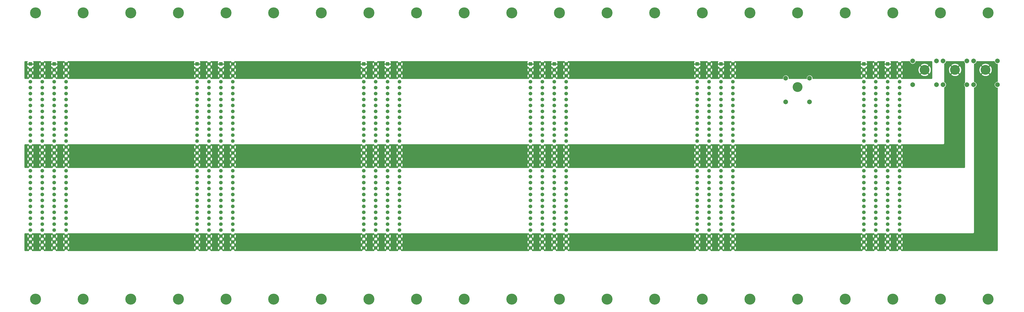
<source format=gbr>
G04 #@! TF.GenerationSoftware,KiCad,Pcbnew,5.1.8*
G04 #@! TF.CreationDate,2020-12-14T16:47:20+01:00*
G04 #@! TF.ProjectId,main,6d61696e-2e6b-4696-9361-645f70636258,v1.0.0*
G04 #@! TF.SameCoordinates,Original*
G04 #@! TF.FileFunction,Copper,L1,Top*
G04 #@! TF.FilePolarity,Positive*
%FSLAX46Y46*%
G04 Gerber Fmt 4.6, Leading zero omitted, Abs format (unit mm)*
G04 Created by KiCad (PCBNEW 5.1.8) date 2020-12-14 16:47:20*
%MOMM*%
%LPD*%
G01*
G04 APERTURE LIST*
G04 #@! TA.AperFunction,ComponentPad*
%ADD10C,4.200000*%
G04 #@! TD*
G04 #@! TA.AperFunction,ComponentPad*
%ADD11C,2.000000*%
G04 #@! TD*
G04 #@! TA.AperFunction,ComponentPad*
%ADD12C,4.700000*%
G04 #@! TD*
G04 #@! TA.AperFunction,ComponentPad*
%ADD13C,1.550000*%
G04 #@! TD*
G04 #@! TA.AperFunction,Conductor*
%ADD14C,0.254000*%
G04 #@! TD*
G04 #@! TA.AperFunction,Conductor*
%ADD15C,0.100000*%
G04 #@! TD*
G04 APERTURE END LIST*
D10*
X351060000Y-56355000D03*
D11*
X356140000Y-52555000D03*
X356140000Y-62715000D03*
X345980000Y-62715000D03*
X345980000Y-52555000D03*
X413120000Y-45185000D03*
X413120000Y-55345000D03*
X423280000Y-55345000D03*
X423280000Y-45185000D03*
D10*
X418200000Y-48985000D03*
D11*
X400120000Y-45185000D03*
X400120000Y-55345000D03*
X410280000Y-55345000D03*
X410280000Y-45185000D03*
D10*
X405200000Y-48985000D03*
D11*
X426120000Y-45185000D03*
X426120000Y-55345000D03*
X436280000Y-55345000D03*
X436280000Y-45185000D03*
D10*
X431200000Y-48985000D03*
D12*
X432340000Y-147105000D03*
X432340000Y-24605000D03*
X412020000Y-147105000D03*
X412020000Y-24605000D03*
X391700000Y-147105000D03*
X391700000Y-24605000D03*
X371380000Y-147105000D03*
X371380000Y-24605000D03*
X351060000Y-147105000D03*
X351060000Y-24605000D03*
X330740000Y-147105000D03*
X330740000Y-24605000D03*
X310420000Y-147105000D03*
X310420000Y-24605000D03*
X290100000Y-147105000D03*
X290100000Y-24605000D03*
X269780000Y-147105000D03*
X269780000Y-24605000D03*
X249460000Y-147105000D03*
X249460000Y-24605000D03*
X229140000Y-147105000D03*
X229140000Y-24605000D03*
X208820000Y-147105000D03*
X208820000Y-24605000D03*
X188500000Y-147105000D03*
X188500000Y-24605000D03*
X168180000Y-147105000D03*
X168180000Y-24605000D03*
X147860000Y-147105000D03*
X147860000Y-24605000D03*
X127540000Y-147105000D03*
X127540000Y-24605000D03*
X107220000Y-147105000D03*
X107220000Y-24605000D03*
X86900000Y-147105000D03*
X86900000Y-24605000D03*
X66580000Y-147105000D03*
X66580000Y-24605000D03*
X46260000Y-147105000D03*
X46260000Y-24605000D03*
X25940000Y-147105000D03*
X25940000Y-24605000D03*
D13*
X38940000Y-125225000D03*
X38940000Y-122685000D03*
X38940000Y-120145000D03*
X38940000Y-117605000D03*
X38940000Y-115065000D03*
X38940000Y-112525000D03*
X38940000Y-109985000D03*
X38940000Y-107445000D03*
X38940000Y-104905000D03*
X38940000Y-102365000D03*
X38940000Y-99825000D03*
X38940000Y-97285000D03*
X38940000Y-94745000D03*
X38940000Y-92205000D03*
X38940000Y-89665000D03*
X38940000Y-87125000D03*
X38940000Y-84585000D03*
X38940000Y-82045000D03*
X38940000Y-79505000D03*
X38940000Y-76965000D03*
X38940000Y-74425000D03*
X38940000Y-71885000D03*
X38940000Y-69345000D03*
X38940000Y-66805000D03*
X38940000Y-64265000D03*
X38940000Y-61725000D03*
X38940000Y-59185000D03*
X38940000Y-56645000D03*
X38940000Y-54105000D03*
X38940000Y-51565000D03*
X38940000Y-49025000D03*
X38940000Y-46485000D03*
X33860000Y-125225000D03*
X33860000Y-122685000D03*
X33860000Y-120145000D03*
X33860000Y-117605000D03*
X33860000Y-115065000D03*
X33860000Y-112525000D03*
X33860000Y-109985000D03*
X33860000Y-107445000D03*
X33860000Y-104905000D03*
X33860000Y-102365000D03*
X33860000Y-99825000D03*
X33860000Y-97285000D03*
X33860000Y-94745000D03*
X33860000Y-92205000D03*
X33860000Y-89665000D03*
X33860000Y-87125000D03*
X33860000Y-84585000D03*
X33860000Y-82045000D03*
X33860000Y-79505000D03*
X33860000Y-76965000D03*
X33860000Y-74425000D03*
X33860000Y-71885000D03*
X33860000Y-69345000D03*
X33860000Y-66805000D03*
X33860000Y-64265000D03*
X33860000Y-61725000D03*
X33860000Y-59185000D03*
X33860000Y-56645000D03*
X33860000Y-54105000D03*
X33860000Y-51565000D03*
X33860000Y-49025000D03*
G04 #@! TA.AperFunction,ComponentPad*
G36*
G01*
X33085000Y-47010001D02*
X33085000Y-45959999D01*
G75*
G02*
X33334999Y-45710000I249999J0D01*
G01*
X34385001Y-45710000D01*
G75*
G02*
X34635000Y-45959999I0J-249999D01*
G01*
X34635000Y-47010001D01*
G75*
G02*
X34385001Y-47260000I-249999J0D01*
G01*
X33334999Y-47260000D01*
G75*
G02*
X33085000Y-47010001I0J249999D01*
G01*
G37*
G04 #@! TD.AperFunction*
X394540000Y-125225000D03*
X394540000Y-122685000D03*
X394540000Y-120145000D03*
X394540000Y-117605000D03*
X394540000Y-115065000D03*
X394540000Y-112525000D03*
X394540000Y-109985000D03*
X394540000Y-107445000D03*
X394540000Y-104905000D03*
X394540000Y-102365000D03*
X394540000Y-99825000D03*
X394540000Y-97285000D03*
X394540000Y-94745000D03*
X394540000Y-92205000D03*
X394540000Y-89665000D03*
X394540000Y-87125000D03*
X394540000Y-84585000D03*
X394540000Y-82045000D03*
X394540000Y-79505000D03*
X394540000Y-76965000D03*
X394540000Y-74425000D03*
X394540000Y-71885000D03*
X394540000Y-69345000D03*
X394540000Y-66805000D03*
X394540000Y-64265000D03*
X394540000Y-61725000D03*
X394540000Y-59185000D03*
X394540000Y-56645000D03*
X394540000Y-54105000D03*
X394540000Y-51565000D03*
X394540000Y-49025000D03*
X394540000Y-46485000D03*
X389460000Y-125225000D03*
X389460000Y-122685000D03*
X389460000Y-120145000D03*
X389460000Y-117605000D03*
X389460000Y-115065000D03*
X389460000Y-112525000D03*
X389460000Y-109985000D03*
X389460000Y-107445000D03*
X389460000Y-104905000D03*
X389460000Y-102365000D03*
X389460000Y-99825000D03*
X389460000Y-97285000D03*
X389460000Y-94745000D03*
X389460000Y-92205000D03*
X389460000Y-89665000D03*
X389460000Y-87125000D03*
X389460000Y-84585000D03*
X389460000Y-82045000D03*
X389460000Y-79505000D03*
X389460000Y-76965000D03*
X389460000Y-74425000D03*
X389460000Y-71885000D03*
X389460000Y-69345000D03*
X389460000Y-66805000D03*
X389460000Y-64265000D03*
X389460000Y-61725000D03*
X389460000Y-59185000D03*
X389460000Y-56645000D03*
X389460000Y-54105000D03*
X389460000Y-51565000D03*
X389460000Y-49025000D03*
G04 #@! TA.AperFunction,ComponentPad*
G36*
G01*
X388685000Y-47010001D02*
X388685000Y-45959999D01*
G75*
G02*
X388934999Y-45710000I249999J0D01*
G01*
X389985001Y-45710000D01*
G75*
G02*
X390235000Y-45959999I0J-249999D01*
G01*
X390235000Y-47010001D01*
G75*
G02*
X389985001Y-47260000I-249999J0D01*
G01*
X388934999Y-47260000D01*
G75*
G02*
X388685000Y-47010001I0J249999D01*
G01*
G37*
G04 #@! TD.AperFunction*
X323420000Y-125225000D03*
X323420000Y-122685000D03*
X323420000Y-120145000D03*
X323420000Y-117605000D03*
X323420000Y-115065000D03*
X323420000Y-112525000D03*
X323420000Y-109985000D03*
X323420000Y-107445000D03*
X323420000Y-104905000D03*
X323420000Y-102365000D03*
X323420000Y-99825000D03*
X323420000Y-97285000D03*
X323420000Y-94745000D03*
X323420000Y-92205000D03*
X323420000Y-89665000D03*
X323420000Y-87125000D03*
X323420000Y-84585000D03*
X323420000Y-82045000D03*
X323420000Y-79505000D03*
X323420000Y-76965000D03*
X323420000Y-74425000D03*
X323420000Y-71885000D03*
X323420000Y-69345000D03*
X323420000Y-66805000D03*
X323420000Y-64265000D03*
X323420000Y-61725000D03*
X323420000Y-59185000D03*
X323420000Y-56645000D03*
X323420000Y-54105000D03*
X323420000Y-51565000D03*
X323420000Y-49025000D03*
X323420000Y-46485000D03*
X318340000Y-125225000D03*
X318340000Y-122685000D03*
X318340000Y-120145000D03*
X318340000Y-117605000D03*
X318340000Y-115065000D03*
X318340000Y-112525000D03*
X318340000Y-109985000D03*
X318340000Y-107445000D03*
X318340000Y-104905000D03*
X318340000Y-102365000D03*
X318340000Y-99825000D03*
X318340000Y-97285000D03*
X318340000Y-94745000D03*
X318340000Y-92205000D03*
X318340000Y-89665000D03*
X318340000Y-87125000D03*
X318340000Y-84585000D03*
X318340000Y-82045000D03*
X318340000Y-79505000D03*
X318340000Y-76965000D03*
X318340000Y-74425000D03*
X318340000Y-71885000D03*
X318340000Y-69345000D03*
X318340000Y-66805000D03*
X318340000Y-64265000D03*
X318340000Y-61725000D03*
X318340000Y-59185000D03*
X318340000Y-56645000D03*
X318340000Y-54105000D03*
X318340000Y-51565000D03*
X318340000Y-49025000D03*
G04 #@! TA.AperFunction,ComponentPad*
G36*
G01*
X317565000Y-47010001D02*
X317565000Y-45959999D01*
G75*
G02*
X317814999Y-45710000I249999J0D01*
G01*
X318865001Y-45710000D01*
G75*
G02*
X319115000Y-45959999I0J-249999D01*
G01*
X319115000Y-47010001D01*
G75*
G02*
X318865001Y-47260000I-249999J0D01*
G01*
X317814999Y-47260000D01*
G75*
G02*
X317565000Y-47010001I0J249999D01*
G01*
G37*
G04 #@! TD.AperFunction*
X252300000Y-125225000D03*
X252300000Y-122685000D03*
X252300000Y-120145000D03*
X252300000Y-117605000D03*
X252300000Y-115065000D03*
X252300000Y-112525000D03*
X252300000Y-109985000D03*
X252300000Y-107445000D03*
X252300000Y-104905000D03*
X252300000Y-102365000D03*
X252300000Y-99825000D03*
X252300000Y-97285000D03*
X252300000Y-94745000D03*
X252300000Y-92205000D03*
X252300000Y-89665000D03*
X252300000Y-87125000D03*
X252300000Y-84585000D03*
X252300000Y-82045000D03*
X252300000Y-79505000D03*
X252300000Y-76965000D03*
X252300000Y-74425000D03*
X252300000Y-71885000D03*
X252300000Y-69345000D03*
X252300000Y-66805000D03*
X252300000Y-64265000D03*
X252300000Y-61725000D03*
X252300000Y-59185000D03*
X252300000Y-56645000D03*
X252300000Y-54105000D03*
X252300000Y-51565000D03*
X252300000Y-49025000D03*
X252300000Y-46485000D03*
X247220000Y-125225000D03*
X247220000Y-122685000D03*
X247220000Y-120145000D03*
X247220000Y-117605000D03*
X247220000Y-115065000D03*
X247220000Y-112525000D03*
X247220000Y-109985000D03*
X247220000Y-107445000D03*
X247220000Y-104905000D03*
X247220000Y-102365000D03*
X247220000Y-99825000D03*
X247220000Y-97285000D03*
X247220000Y-94745000D03*
X247220000Y-92205000D03*
X247220000Y-89665000D03*
X247220000Y-87125000D03*
X247220000Y-84585000D03*
X247220000Y-82045000D03*
X247220000Y-79505000D03*
X247220000Y-76965000D03*
X247220000Y-74425000D03*
X247220000Y-71885000D03*
X247220000Y-69345000D03*
X247220000Y-66805000D03*
X247220000Y-64265000D03*
X247220000Y-61725000D03*
X247220000Y-59185000D03*
X247220000Y-56645000D03*
X247220000Y-54105000D03*
X247220000Y-51565000D03*
X247220000Y-49025000D03*
G04 #@! TA.AperFunction,ComponentPad*
G36*
G01*
X246445000Y-47010001D02*
X246445000Y-45959999D01*
G75*
G02*
X246694999Y-45710000I249999J0D01*
G01*
X247745001Y-45710000D01*
G75*
G02*
X247995000Y-45959999I0J-249999D01*
G01*
X247995000Y-47010001D01*
G75*
G02*
X247745001Y-47260000I-249999J0D01*
G01*
X246694999Y-47260000D01*
G75*
G02*
X246445000Y-47010001I0J249999D01*
G01*
G37*
G04 #@! TD.AperFunction*
X181180000Y-125225000D03*
X181180000Y-122685000D03*
X181180000Y-120145000D03*
X181180000Y-117605000D03*
X181180000Y-115065000D03*
X181180000Y-112525000D03*
X181180000Y-109985000D03*
X181180000Y-107445000D03*
X181180000Y-104905000D03*
X181180000Y-102365000D03*
X181180000Y-99825000D03*
X181180000Y-97285000D03*
X181180000Y-94745000D03*
X181180000Y-92205000D03*
X181180000Y-89665000D03*
X181180000Y-87125000D03*
X181180000Y-84585000D03*
X181180000Y-82045000D03*
X181180000Y-79505000D03*
X181180000Y-76965000D03*
X181180000Y-74425000D03*
X181180000Y-71885000D03*
X181180000Y-69345000D03*
X181180000Y-66805000D03*
X181180000Y-64265000D03*
X181180000Y-61725000D03*
X181180000Y-59185000D03*
X181180000Y-56645000D03*
X181180000Y-54105000D03*
X181180000Y-51565000D03*
X181180000Y-49025000D03*
X181180000Y-46485000D03*
X176100000Y-125225000D03*
X176100000Y-122685000D03*
X176100000Y-120145000D03*
X176100000Y-117605000D03*
X176100000Y-115065000D03*
X176100000Y-112525000D03*
X176100000Y-109985000D03*
X176100000Y-107445000D03*
X176100000Y-104905000D03*
X176100000Y-102365000D03*
X176100000Y-99825000D03*
X176100000Y-97285000D03*
X176100000Y-94745000D03*
X176100000Y-92205000D03*
X176100000Y-89665000D03*
X176100000Y-87125000D03*
X176100000Y-84585000D03*
X176100000Y-82045000D03*
X176100000Y-79505000D03*
X176100000Y-76965000D03*
X176100000Y-74425000D03*
X176100000Y-71885000D03*
X176100000Y-69345000D03*
X176100000Y-66805000D03*
X176100000Y-64265000D03*
X176100000Y-61725000D03*
X176100000Y-59185000D03*
X176100000Y-56645000D03*
X176100000Y-54105000D03*
X176100000Y-51565000D03*
X176100000Y-49025000D03*
G04 #@! TA.AperFunction,ComponentPad*
G36*
G01*
X175325000Y-47010001D02*
X175325000Y-45959999D01*
G75*
G02*
X175574999Y-45710000I249999J0D01*
G01*
X176625001Y-45710000D01*
G75*
G02*
X176875000Y-45959999I0J-249999D01*
G01*
X176875000Y-47010001D01*
G75*
G02*
X176625001Y-47260000I-249999J0D01*
G01*
X175574999Y-47260000D01*
G75*
G02*
X175325000Y-47010001I0J249999D01*
G01*
G37*
G04 #@! TD.AperFunction*
X110060000Y-125225000D03*
X110060000Y-122685000D03*
X110060000Y-120145000D03*
X110060000Y-117605000D03*
X110060000Y-115065000D03*
X110060000Y-112525000D03*
X110060000Y-109985000D03*
X110060000Y-107445000D03*
X110060000Y-104905000D03*
X110060000Y-102365000D03*
X110060000Y-99825000D03*
X110060000Y-97285000D03*
X110060000Y-94745000D03*
X110060000Y-92205000D03*
X110060000Y-89665000D03*
X110060000Y-87125000D03*
X110060000Y-84585000D03*
X110060000Y-82045000D03*
X110060000Y-79505000D03*
X110060000Y-76965000D03*
X110060000Y-74425000D03*
X110060000Y-71885000D03*
X110060000Y-69345000D03*
X110060000Y-66805000D03*
X110060000Y-64265000D03*
X110060000Y-61725000D03*
X110060000Y-59185000D03*
X110060000Y-56645000D03*
X110060000Y-54105000D03*
X110060000Y-51565000D03*
X110060000Y-49025000D03*
X110060000Y-46485000D03*
X104980000Y-125225000D03*
X104980000Y-122685000D03*
X104980000Y-120145000D03*
X104980000Y-117605000D03*
X104980000Y-115065000D03*
X104980000Y-112525000D03*
X104980000Y-109985000D03*
X104980000Y-107445000D03*
X104980000Y-104905000D03*
X104980000Y-102365000D03*
X104980000Y-99825000D03*
X104980000Y-97285000D03*
X104980000Y-94745000D03*
X104980000Y-92205000D03*
X104980000Y-89665000D03*
X104980000Y-87125000D03*
X104980000Y-84585000D03*
X104980000Y-82045000D03*
X104980000Y-79505000D03*
X104980000Y-76965000D03*
X104980000Y-74425000D03*
X104980000Y-71885000D03*
X104980000Y-69345000D03*
X104980000Y-66805000D03*
X104980000Y-64265000D03*
X104980000Y-61725000D03*
X104980000Y-59185000D03*
X104980000Y-56645000D03*
X104980000Y-54105000D03*
X104980000Y-51565000D03*
X104980000Y-49025000D03*
G04 #@! TA.AperFunction,ComponentPad*
G36*
G01*
X104205000Y-47010001D02*
X104205000Y-45959999D01*
G75*
G02*
X104454999Y-45710000I249999J0D01*
G01*
X105505001Y-45710000D01*
G75*
G02*
X105755000Y-45959999I0J-249999D01*
G01*
X105755000Y-47010001D01*
G75*
G02*
X105505001Y-47260000I-249999J0D01*
G01*
X104454999Y-47260000D01*
G75*
G02*
X104205000Y-47010001I0J249999D01*
G01*
G37*
G04 #@! TD.AperFunction*
X384380000Y-125225000D03*
X384380000Y-122685000D03*
X384380000Y-120145000D03*
X384380000Y-117605000D03*
X384380000Y-115065000D03*
X384380000Y-112525000D03*
X384380000Y-109985000D03*
X384380000Y-107445000D03*
X384380000Y-104905000D03*
X384380000Y-102365000D03*
X384380000Y-99825000D03*
X384380000Y-97285000D03*
X384380000Y-94745000D03*
X384380000Y-92205000D03*
X384380000Y-89665000D03*
X384380000Y-87125000D03*
X384380000Y-84585000D03*
X384380000Y-82045000D03*
X384380000Y-79505000D03*
X384380000Y-76965000D03*
X384380000Y-74425000D03*
X384380000Y-71885000D03*
X384380000Y-69345000D03*
X384380000Y-66805000D03*
X384380000Y-64265000D03*
X384380000Y-61725000D03*
X384380000Y-59185000D03*
X384380000Y-56645000D03*
X384380000Y-54105000D03*
X384380000Y-51565000D03*
X384380000Y-49025000D03*
X384380000Y-46485000D03*
X379300000Y-125225000D03*
X379300000Y-122685000D03*
X379300000Y-120145000D03*
X379300000Y-117605000D03*
X379300000Y-115065000D03*
X379300000Y-112525000D03*
X379300000Y-109985000D03*
X379300000Y-107445000D03*
X379300000Y-104905000D03*
X379300000Y-102365000D03*
X379300000Y-99825000D03*
X379300000Y-97285000D03*
X379300000Y-94745000D03*
X379300000Y-92205000D03*
X379300000Y-89665000D03*
X379300000Y-87125000D03*
X379300000Y-84585000D03*
X379300000Y-82045000D03*
X379300000Y-79505000D03*
X379300000Y-76965000D03*
X379300000Y-74425000D03*
X379300000Y-71885000D03*
X379300000Y-69345000D03*
X379300000Y-66805000D03*
X379300000Y-64265000D03*
X379300000Y-61725000D03*
X379300000Y-59185000D03*
X379300000Y-56645000D03*
X379300000Y-54105000D03*
X379300000Y-51565000D03*
X379300000Y-49025000D03*
G04 #@! TA.AperFunction,ComponentPad*
G36*
G01*
X378525000Y-47010001D02*
X378525000Y-45959999D01*
G75*
G02*
X378774999Y-45710000I249999J0D01*
G01*
X379825001Y-45710000D01*
G75*
G02*
X380075000Y-45959999I0J-249999D01*
G01*
X380075000Y-47010001D01*
G75*
G02*
X379825001Y-47260000I-249999J0D01*
G01*
X378774999Y-47260000D01*
G75*
G02*
X378525000Y-47010001I0J249999D01*
G01*
G37*
G04 #@! TD.AperFunction*
X313260000Y-125225000D03*
X313260000Y-122685000D03*
X313260000Y-120145000D03*
X313260000Y-117605000D03*
X313260000Y-115065000D03*
X313260000Y-112525000D03*
X313260000Y-109985000D03*
X313260000Y-107445000D03*
X313260000Y-104905000D03*
X313260000Y-102365000D03*
X313260000Y-99825000D03*
X313260000Y-97285000D03*
X313260000Y-94745000D03*
X313260000Y-92205000D03*
X313260000Y-89665000D03*
X313260000Y-87125000D03*
X313260000Y-84585000D03*
X313260000Y-82045000D03*
X313260000Y-79505000D03*
X313260000Y-76965000D03*
X313260000Y-74425000D03*
X313260000Y-71885000D03*
X313260000Y-69345000D03*
X313260000Y-66805000D03*
X313260000Y-64265000D03*
X313260000Y-61725000D03*
X313260000Y-59185000D03*
X313260000Y-56645000D03*
X313260000Y-54105000D03*
X313260000Y-51565000D03*
X313260000Y-49025000D03*
X313260000Y-46485000D03*
X308180000Y-125225000D03*
X308180000Y-122685000D03*
X308180000Y-120145000D03*
X308180000Y-117605000D03*
X308180000Y-115065000D03*
X308180000Y-112525000D03*
X308180000Y-109985000D03*
X308180000Y-107445000D03*
X308180000Y-104905000D03*
X308180000Y-102365000D03*
X308180000Y-99825000D03*
X308180000Y-97285000D03*
X308180000Y-94745000D03*
X308180000Y-92205000D03*
X308180000Y-89665000D03*
X308180000Y-87125000D03*
X308180000Y-84585000D03*
X308180000Y-82045000D03*
X308180000Y-79505000D03*
X308180000Y-76965000D03*
X308180000Y-74425000D03*
X308180000Y-71885000D03*
X308180000Y-69345000D03*
X308180000Y-66805000D03*
X308180000Y-64265000D03*
X308180000Y-61725000D03*
X308180000Y-59185000D03*
X308180000Y-56645000D03*
X308180000Y-54105000D03*
X308180000Y-51565000D03*
X308180000Y-49025000D03*
G04 #@! TA.AperFunction,ComponentPad*
G36*
G01*
X307405000Y-47010001D02*
X307405000Y-45959999D01*
G75*
G02*
X307654999Y-45710000I249999J0D01*
G01*
X308705001Y-45710000D01*
G75*
G02*
X308955000Y-45959999I0J-249999D01*
G01*
X308955000Y-47010001D01*
G75*
G02*
X308705001Y-47260000I-249999J0D01*
G01*
X307654999Y-47260000D01*
G75*
G02*
X307405000Y-47010001I0J249999D01*
G01*
G37*
G04 #@! TD.AperFunction*
X242140000Y-125225000D03*
X242140000Y-122685000D03*
X242140000Y-120145000D03*
X242140000Y-117605000D03*
X242140000Y-115065000D03*
X242140000Y-112525000D03*
X242140000Y-109985000D03*
X242140000Y-107445000D03*
X242140000Y-104905000D03*
X242140000Y-102365000D03*
X242140000Y-99825000D03*
X242140000Y-97285000D03*
X242140000Y-94745000D03*
X242140000Y-92205000D03*
X242140000Y-89665000D03*
X242140000Y-87125000D03*
X242140000Y-84585000D03*
X242140000Y-82045000D03*
X242140000Y-79505000D03*
X242140000Y-76965000D03*
X242140000Y-74425000D03*
X242140000Y-71885000D03*
X242140000Y-69345000D03*
X242140000Y-66805000D03*
X242140000Y-64265000D03*
X242140000Y-61725000D03*
X242140000Y-59185000D03*
X242140000Y-56645000D03*
X242140000Y-54105000D03*
X242140000Y-51565000D03*
X242140000Y-49025000D03*
X242140000Y-46485000D03*
X237060000Y-125225000D03*
X237060000Y-122685000D03*
X237060000Y-120145000D03*
X237060000Y-117605000D03*
X237060000Y-115065000D03*
X237060000Y-112525000D03*
X237060000Y-109985000D03*
X237060000Y-107445000D03*
X237060000Y-104905000D03*
X237060000Y-102365000D03*
X237060000Y-99825000D03*
X237060000Y-97285000D03*
X237060000Y-94745000D03*
X237060000Y-92205000D03*
X237060000Y-89665000D03*
X237060000Y-87125000D03*
X237060000Y-84585000D03*
X237060000Y-82045000D03*
X237060000Y-79505000D03*
X237060000Y-76965000D03*
X237060000Y-74425000D03*
X237060000Y-71885000D03*
X237060000Y-69345000D03*
X237060000Y-66805000D03*
X237060000Y-64265000D03*
X237060000Y-61725000D03*
X237060000Y-59185000D03*
X237060000Y-56645000D03*
X237060000Y-54105000D03*
X237060000Y-51565000D03*
X237060000Y-49025000D03*
G04 #@! TA.AperFunction,ComponentPad*
G36*
G01*
X236285000Y-47010001D02*
X236285000Y-45959999D01*
G75*
G02*
X236534999Y-45710000I249999J0D01*
G01*
X237585001Y-45710000D01*
G75*
G02*
X237835000Y-45959999I0J-249999D01*
G01*
X237835000Y-47010001D01*
G75*
G02*
X237585001Y-47260000I-249999J0D01*
G01*
X236534999Y-47260000D01*
G75*
G02*
X236285000Y-47010001I0J249999D01*
G01*
G37*
G04 #@! TD.AperFunction*
X171020000Y-125225000D03*
X171020000Y-122685000D03*
X171020000Y-120145000D03*
X171020000Y-117605000D03*
X171020000Y-115065000D03*
X171020000Y-112525000D03*
X171020000Y-109985000D03*
X171020000Y-107445000D03*
X171020000Y-104905000D03*
X171020000Y-102365000D03*
X171020000Y-99825000D03*
X171020000Y-97285000D03*
X171020000Y-94745000D03*
X171020000Y-92205000D03*
X171020000Y-89665000D03*
X171020000Y-87125000D03*
X171020000Y-84585000D03*
X171020000Y-82045000D03*
X171020000Y-79505000D03*
X171020000Y-76965000D03*
X171020000Y-74425000D03*
X171020000Y-71885000D03*
X171020000Y-69345000D03*
X171020000Y-66805000D03*
X171020000Y-64265000D03*
X171020000Y-61725000D03*
X171020000Y-59185000D03*
X171020000Y-56645000D03*
X171020000Y-54105000D03*
X171020000Y-51565000D03*
X171020000Y-49025000D03*
X171020000Y-46485000D03*
X165940000Y-125225000D03*
X165940000Y-122685000D03*
X165940000Y-120145000D03*
X165940000Y-117605000D03*
X165940000Y-115065000D03*
X165940000Y-112525000D03*
X165940000Y-109985000D03*
X165940000Y-107445000D03*
X165940000Y-104905000D03*
X165940000Y-102365000D03*
X165940000Y-99825000D03*
X165940000Y-97285000D03*
X165940000Y-94745000D03*
X165940000Y-92205000D03*
X165940000Y-89665000D03*
X165940000Y-87125000D03*
X165940000Y-84585000D03*
X165940000Y-82045000D03*
X165940000Y-79505000D03*
X165940000Y-76965000D03*
X165940000Y-74425000D03*
X165940000Y-71885000D03*
X165940000Y-69345000D03*
X165940000Y-66805000D03*
X165940000Y-64265000D03*
X165940000Y-61725000D03*
X165940000Y-59185000D03*
X165940000Y-56645000D03*
X165940000Y-54105000D03*
X165940000Y-51565000D03*
X165940000Y-49025000D03*
G04 #@! TA.AperFunction,ComponentPad*
G36*
G01*
X165165000Y-47010001D02*
X165165000Y-45959999D01*
G75*
G02*
X165414999Y-45710000I249999J0D01*
G01*
X166465001Y-45710000D01*
G75*
G02*
X166715000Y-45959999I0J-249999D01*
G01*
X166715000Y-47010001D01*
G75*
G02*
X166465001Y-47260000I-249999J0D01*
G01*
X165414999Y-47260000D01*
G75*
G02*
X165165000Y-47010001I0J249999D01*
G01*
G37*
G04 #@! TD.AperFunction*
G04 #@! TA.AperFunction,ComponentPad*
G36*
G01*
X94045000Y-47010001D02*
X94045000Y-45959999D01*
G75*
G02*
X94294999Y-45710000I249999J0D01*
G01*
X95345001Y-45710000D01*
G75*
G02*
X95595000Y-45959999I0J-249999D01*
G01*
X95595000Y-47010001D01*
G75*
G02*
X95345001Y-47260000I-249999J0D01*
G01*
X94294999Y-47260000D01*
G75*
G02*
X94045000Y-47010001I0J249999D01*
G01*
G37*
G04 #@! TD.AperFunction*
X94820000Y-49025000D03*
X94820000Y-51565000D03*
X94820000Y-54105000D03*
X94820000Y-56645000D03*
X94820000Y-59185000D03*
X94820000Y-61725000D03*
X94820000Y-64265000D03*
X94820000Y-66805000D03*
X94820000Y-69345000D03*
X94820000Y-71885000D03*
X94820000Y-74425000D03*
X94820000Y-76965000D03*
X94820000Y-79505000D03*
X94820000Y-82045000D03*
X94820000Y-84585000D03*
X94820000Y-87125000D03*
X94820000Y-89665000D03*
X94820000Y-92205000D03*
X94820000Y-94745000D03*
X94820000Y-97285000D03*
X94820000Y-99825000D03*
X94820000Y-102365000D03*
X94820000Y-104905000D03*
X94820000Y-107445000D03*
X94820000Y-109985000D03*
X94820000Y-112525000D03*
X94820000Y-115065000D03*
X94820000Y-117605000D03*
X94820000Y-120145000D03*
X94820000Y-122685000D03*
X94820000Y-125225000D03*
X99900000Y-46485000D03*
X99900000Y-49025000D03*
X99900000Y-51565000D03*
X99900000Y-54105000D03*
X99900000Y-56645000D03*
X99900000Y-59185000D03*
X99900000Y-61725000D03*
X99900000Y-64265000D03*
X99900000Y-66805000D03*
X99900000Y-69345000D03*
X99900000Y-71885000D03*
X99900000Y-74425000D03*
X99900000Y-76965000D03*
X99900000Y-79505000D03*
X99900000Y-82045000D03*
X99900000Y-84585000D03*
X99900000Y-87125000D03*
X99900000Y-89665000D03*
X99900000Y-92205000D03*
X99900000Y-94745000D03*
X99900000Y-97285000D03*
X99900000Y-99825000D03*
X99900000Y-102365000D03*
X99900000Y-104905000D03*
X99900000Y-107445000D03*
X99900000Y-109985000D03*
X99900000Y-112525000D03*
X99900000Y-115065000D03*
X99900000Y-117605000D03*
X99900000Y-120145000D03*
X99900000Y-122685000D03*
X99900000Y-125225000D03*
G04 #@! TA.AperFunction,ComponentPad*
G36*
G01*
X22925000Y-47010001D02*
X22925000Y-45959999D01*
G75*
G02*
X23174999Y-45710000I249999J0D01*
G01*
X24225001Y-45710000D01*
G75*
G02*
X24475000Y-45959999I0J-249999D01*
G01*
X24475000Y-47010001D01*
G75*
G02*
X24225001Y-47260000I-249999J0D01*
G01*
X23174999Y-47260000D01*
G75*
G02*
X22925000Y-47010001I0J249999D01*
G01*
G37*
G04 #@! TD.AperFunction*
X23700000Y-49025000D03*
X23700000Y-51565000D03*
X23700000Y-54105000D03*
X23700000Y-56645000D03*
X23700000Y-59185000D03*
X23700000Y-61725000D03*
X23700000Y-64265000D03*
X23700000Y-66805000D03*
X23700000Y-69345000D03*
X23700000Y-71885000D03*
X23700000Y-74425000D03*
X23700000Y-76965000D03*
X23700000Y-79505000D03*
X23700000Y-82045000D03*
X23700000Y-84585000D03*
X23700000Y-87125000D03*
X23700000Y-89665000D03*
X23700000Y-92205000D03*
X23700000Y-94745000D03*
X23700000Y-97285000D03*
X23700000Y-99825000D03*
X23700000Y-102365000D03*
X23700000Y-104905000D03*
X23700000Y-107445000D03*
X23700000Y-109985000D03*
X23700000Y-112525000D03*
X23700000Y-115065000D03*
X23700000Y-117605000D03*
X23700000Y-120145000D03*
X23700000Y-122685000D03*
X23700000Y-125225000D03*
X28780000Y-46485000D03*
X28780000Y-49025000D03*
X28780000Y-51565000D03*
X28780000Y-54105000D03*
X28780000Y-56645000D03*
X28780000Y-59185000D03*
X28780000Y-61725000D03*
X28780000Y-64265000D03*
X28780000Y-66805000D03*
X28780000Y-69345000D03*
X28780000Y-71885000D03*
X28780000Y-74425000D03*
X28780000Y-76965000D03*
X28780000Y-79505000D03*
X28780000Y-82045000D03*
X28780000Y-84585000D03*
X28780000Y-87125000D03*
X28780000Y-89665000D03*
X28780000Y-92205000D03*
X28780000Y-94745000D03*
X28780000Y-97285000D03*
X28780000Y-99825000D03*
X28780000Y-102365000D03*
X28780000Y-104905000D03*
X28780000Y-107445000D03*
X28780000Y-109985000D03*
X28780000Y-112525000D03*
X28780000Y-115065000D03*
X28780000Y-117605000D03*
X28780000Y-120145000D03*
X28780000Y-122685000D03*
X28780000Y-125225000D03*
D14*
X22394463Y-45355506D02*
X22335498Y-45465820D01*
X22299188Y-45585518D01*
X22286928Y-45710000D01*
X22290000Y-46199250D01*
X22448750Y-46358000D01*
X23573000Y-46358000D01*
X23573000Y-46338000D01*
X23827000Y-46338000D01*
X23827000Y-46358000D01*
X24951250Y-46358000D01*
X25110000Y-46199250D01*
X25113072Y-45710000D01*
X25100812Y-45585518D01*
X25064502Y-45465820D01*
X25005537Y-45355506D01*
X24994453Y-45342000D01*
X28032505Y-45342000D01*
X27984756Y-45510151D01*
X28780000Y-46305395D01*
X29575244Y-45510151D01*
X29527495Y-45342000D01*
X32565547Y-45342000D01*
X32554463Y-45355506D01*
X32495498Y-45465820D01*
X32459188Y-45585518D01*
X32446928Y-45710000D01*
X32450000Y-46199250D01*
X32608750Y-46358000D01*
X33733000Y-46358000D01*
X33733000Y-46338000D01*
X33987000Y-46338000D01*
X33987000Y-46358000D01*
X35111250Y-46358000D01*
X35270000Y-46199250D01*
X35273072Y-45710000D01*
X35260812Y-45585518D01*
X35224502Y-45465820D01*
X35165537Y-45355506D01*
X35154453Y-45342000D01*
X38192505Y-45342000D01*
X38144756Y-45510151D01*
X38940000Y-46305395D01*
X39735244Y-45510151D01*
X39687495Y-45342000D01*
X93525547Y-45342000D01*
X93514463Y-45355506D01*
X93455498Y-45465820D01*
X93419188Y-45585518D01*
X93406928Y-45710000D01*
X93410000Y-46199250D01*
X93568750Y-46358000D01*
X94693000Y-46358000D01*
X94693000Y-46338000D01*
X94947000Y-46338000D01*
X94947000Y-46358000D01*
X96071250Y-46358000D01*
X96230000Y-46199250D01*
X96233072Y-45710000D01*
X96220812Y-45585518D01*
X96184502Y-45465820D01*
X96125537Y-45355506D01*
X96114453Y-45342000D01*
X99152505Y-45342000D01*
X99104756Y-45510151D01*
X99900000Y-46305395D01*
X100695244Y-45510151D01*
X100647495Y-45342000D01*
X103685547Y-45342000D01*
X103674463Y-45355506D01*
X103615498Y-45465820D01*
X103579188Y-45585518D01*
X103566928Y-45710000D01*
X103570000Y-46199250D01*
X103728750Y-46358000D01*
X104853000Y-46358000D01*
X104853000Y-46338000D01*
X105107000Y-46338000D01*
X105107000Y-46358000D01*
X106231250Y-46358000D01*
X106390000Y-46199250D01*
X106393072Y-45710000D01*
X106380812Y-45585518D01*
X106344502Y-45465820D01*
X106285537Y-45355506D01*
X106274453Y-45342000D01*
X109312505Y-45342000D01*
X109264756Y-45510151D01*
X110060000Y-46305395D01*
X110855244Y-45510151D01*
X110807495Y-45342000D01*
X164645547Y-45342000D01*
X164634463Y-45355506D01*
X164575498Y-45465820D01*
X164539188Y-45585518D01*
X164526928Y-45710000D01*
X164530000Y-46199250D01*
X164688750Y-46358000D01*
X165813000Y-46358000D01*
X165813000Y-46338000D01*
X166067000Y-46338000D01*
X166067000Y-46358000D01*
X167191250Y-46358000D01*
X167350000Y-46199250D01*
X167353072Y-45710000D01*
X167340812Y-45585518D01*
X167304502Y-45465820D01*
X167245537Y-45355506D01*
X167234453Y-45342000D01*
X170272505Y-45342000D01*
X170224756Y-45510151D01*
X171020000Y-46305395D01*
X171815244Y-45510151D01*
X171767495Y-45342000D01*
X174805547Y-45342000D01*
X174794463Y-45355506D01*
X174735498Y-45465820D01*
X174699188Y-45585518D01*
X174686928Y-45710000D01*
X174690000Y-46199250D01*
X174848750Y-46358000D01*
X175973000Y-46358000D01*
X175973000Y-46338000D01*
X176227000Y-46338000D01*
X176227000Y-46358000D01*
X177351250Y-46358000D01*
X177510000Y-46199250D01*
X177513072Y-45710000D01*
X177500812Y-45585518D01*
X177464502Y-45465820D01*
X177405537Y-45355506D01*
X177394453Y-45342000D01*
X180432505Y-45342000D01*
X180384756Y-45510151D01*
X181180000Y-46305395D01*
X181975244Y-45510151D01*
X181927495Y-45342000D01*
X235765547Y-45342000D01*
X235754463Y-45355506D01*
X235695498Y-45465820D01*
X235659188Y-45585518D01*
X235646928Y-45710000D01*
X235650000Y-46199250D01*
X235808750Y-46358000D01*
X236933000Y-46358000D01*
X236933000Y-46338000D01*
X237187000Y-46338000D01*
X237187000Y-46358000D01*
X238311250Y-46358000D01*
X238470000Y-46199250D01*
X238473072Y-45710000D01*
X238460812Y-45585518D01*
X238424502Y-45465820D01*
X238365537Y-45355506D01*
X238354453Y-45342000D01*
X241392505Y-45342000D01*
X241344756Y-45510151D01*
X242140000Y-46305395D01*
X242935244Y-45510151D01*
X242887495Y-45342000D01*
X245925547Y-45342000D01*
X245914463Y-45355506D01*
X245855498Y-45465820D01*
X245819188Y-45585518D01*
X245806928Y-45710000D01*
X245810000Y-46199250D01*
X245968750Y-46358000D01*
X247093000Y-46358000D01*
X247093000Y-46338000D01*
X247347000Y-46338000D01*
X247347000Y-46358000D01*
X248471250Y-46358000D01*
X248630000Y-46199250D01*
X248633072Y-45710000D01*
X248620812Y-45585518D01*
X248584502Y-45465820D01*
X248525537Y-45355506D01*
X248514453Y-45342000D01*
X251552505Y-45342000D01*
X251504756Y-45510151D01*
X252300000Y-46305395D01*
X253095244Y-45510151D01*
X253047495Y-45342000D01*
X306885547Y-45342000D01*
X306874463Y-45355506D01*
X306815498Y-45465820D01*
X306779188Y-45585518D01*
X306766928Y-45710000D01*
X306770000Y-46199250D01*
X306928750Y-46358000D01*
X308053000Y-46358000D01*
X308053000Y-46338000D01*
X308307000Y-46338000D01*
X308307000Y-46358000D01*
X309431250Y-46358000D01*
X309590000Y-46199250D01*
X309593072Y-45710000D01*
X309580812Y-45585518D01*
X309544502Y-45465820D01*
X309485537Y-45355506D01*
X309474453Y-45342000D01*
X312512505Y-45342000D01*
X312464756Y-45510151D01*
X313260000Y-46305395D01*
X314055244Y-45510151D01*
X314007495Y-45342000D01*
X317045547Y-45342000D01*
X317034463Y-45355506D01*
X316975498Y-45465820D01*
X316939188Y-45585518D01*
X316926928Y-45710000D01*
X316930000Y-46199250D01*
X317088750Y-46358000D01*
X318213000Y-46358000D01*
X318213000Y-46338000D01*
X318467000Y-46338000D01*
X318467000Y-46358000D01*
X319591250Y-46358000D01*
X319750000Y-46199250D01*
X319753072Y-45710000D01*
X319740812Y-45585518D01*
X319704502Y-45465820D01*
X319645537Y-45355506D01*
X319634453Y-45342000D01*
X322672505Y-45342000D01*
X322624756Y-45510151D01*
X323420000Y-46305395D01*
X324215244Y-45510151D01*
X324167495Y-45342000D01*
X378005547Y-45342000D01*
X377994463Y-45355506D01*
X377935498Y-45465820D01*
X377899188Y-45585518D01*
X377886928Y-45710000D01*
X377890000Y-46199250D01*
X378048750Y-46358000D01*
X379173000Y-46358000D01*
X379173000Y-46338000D01*
X379427000Y-46338000D01*
X379427000Y-46358000D01*
X380551250Y-46358000D01*
X380710000Y-46199250D01*
X380713072Y-45710000D01*
X380700812Y-45585518D01*
X380664502Y-45465820D01*
X380605537Y-45355506D01*
X380594453Y-45342000D01*
X383632505Y-45342000D01*
X383584756Y-45510151D01*
X384380000Y-46305395D01*
X385175244Y-45510151D01*
X385127495Y-45342000D01*
X388165547Y-45342000D01*
X388154463Y-45355506D01*
X388095498Y-45465820D01*
X388059188Y-45585518D01*
X388046928Y-45710000D01*
X388050000Y-46199250D01*
X388208750Y-46358000D01*
X389333000Y-46358000D01*
X389333000Y-46338000D01*
X389587000Y-46338000D01*
X389587000Y-46358000D01*
X390711250Y-46358000D01*
X390870000Y-46199250D01*
X390873072Y-45710000D01*
X390860812Y-45585518D01*
X390824502Y-45465820D01*
X390765537Y-45355506D01*
X390754453Y-45342000D01*
X393792505Y-45342000D01*
X393744756Y-45510151D01*
X394540000Y-46305395D01*
X395335244Y-45510151D01*
X395287495Y-45342000D01*
X398798232Y-45342000D01*
X398843996Y-45572072D01*
X398944028Y-45813570D01*
X399089252Y-46030913D01*
X399274087Y-46215748D01*
X399491430Y-46360972D01*
X399732928Y-46461004D01*
X399989302Y-46512000D01*
X400250698Y-46512000D01*
X400507072Y-46461004D01*
X400748570Y-46360972D01*
X400965913Y-46215748D01*
X401150748Y-46030913D01*
X401295972Y-45813570D01*
X401396004Y-45572072D01*
X401441768Y-45342000D01*
X408207394Y-45342000D01*
X408383000Y-45517606D01*
X408383000Y-52532394D01*
X408207394Y-52708000D01*
X395287495Y-52708000D01*
X395335244Y-52539849D01*
X394540000Y-51744605D01*
X393744756Y-52539849D01*
X393792505Y-52708000D01*
X390207495Y-52708000D01*
X390255244Y-52539849D01*
X389460000Y-51744605D01*
X388664756Y-52539849D01*
X388712505Y-52708000D01*
X385127495Y-52708000D01*
X385175244Y-52539849D01*
X384380000Y-51744605D01*
X383584756Y-52539849D01*
X383632505Y-52708000D01*
X380047495Y-52708000D01*
X380095244Y-52539849D01*
X379300000Y-51744605D01*
X378504756Y-52539849D01*
X378552505Y-52708000D01*
X357462564Y-52708000D01*
X357467000Y-52685698D01*
X357467000Y-52424302D01*
X357416004Y-52167928D01*
X357315972Y-51926430D01*
X357170748Y-51709087D01*
X357098163Y-51636502D01*
X377884982Y-51636502D01*
X377926121Y-51911184D01*
X378020057Y-52172562D01*
X378083732Y-52291690D01*
X378325151Y-52360244D01*
X379120395Y-51565000D01*
X379479605Y-51565000D01*
X380274849Y-52360244D01*
X380516268Y-52291690D01*
X380634668Y-52040444D01*
X380701778Y-51770929D01*
X380708193Y-51636502D01*
X382964982Y-51636502D01*
X383006121Y-51911184D01*
X383100057Y-52172562D01*
X383163732Y-52291690D01*
X383405151Y-52360244D01*
X384200395Y-51565000D01*
X384559605Y-51565000D01*
X385354849Y-52360244D01*
X385596268Y-52291690D01*
X385714668Y-52040444D01*
X385781778Y-51770929D01*
X385788193Y-51636502D01*
X388044982Y-51636502D01*
X388086121Y-51911184D01*
X388180057Y-52172562D01*
X388243732Y-52291690D01*
X388485151Y-52360244D01*
X389280395Y-51565000D01*
X389639605Y-51565000D01*
X390434849Y-52360244D01*
X390676268Y-52291690D01*
X390794668Y-52040444D01*
X390861778Y-51770929D01*
X390868193Y-51636502D01*
X393124982Y-51636502D01*
X393166121Y-51911184D01*
X393260057Y-52172562D01*
X393323732Y-52291690D01*
X393565151Y-52360244D01*
X394360395Y-51565000D01*
X394719605Y-51565000D01*
X395514849Y-52360244D01*
X395756268Y-52291690D01*
X395874668Y-52040444D01*
X395941778Y-51770929D01*
X395955018Y-51493498D01*
X395913879Y-51218816D01*
X395819943Y-50957438D01*
X395791188Y-50903640D01*
X403460965Y-50903640D01*
X403689099Y-51280641D01*
X404165989Y-51531292D01*
X404682614Y-51684092D01*
X405219122Y-51733167D01*
X405754896Y-51676631D01*
X406269345Y-51516657D01*
X406710901Y-51280641D01*
X406939035Y-50903640D01*
X405200000Y-49164605D01*
X403460965Y-50903640D01*
X395791188Y-50903640D01*
X395756268Y-50838310D01*
X395514849Y-50769756D01*
X394719605Y-51565000D01*
X394360395Y-51565000D01*
X393565151Y-50769756D01*
X393323732Y-50838310D01*
X393205332Y-51089556D01*
X393138222Y-51359071D01*
X393124982Y-51636502D01*
X390868193Y-51636502D01*
X390875018Y-51493498D01*
X390833879Y-51218816D01*
X390739943Y-50957438D01*
X390676268Y-50838310D01*
X390434849Y-50769756D01*
X389639605Y-51565000D01*
X389280395Y-51565000D01*
X388485151Y-50769756D01*
X388243732Y-50838310D01*
X388125332Y-51089556D01*
X388058222Y-51359071D01*
X388044982Y-51636502D01*
X385788193Y-51636502D01*
X385795018Y-51493498D01*
X385753879Y-51218816D01*
X385659943Y-50957438D01*
X385596268Y-50838310D01*
X385354849Y-50769756D01*
X384559605Y-51565000D01*
X384200395Y-51565000D01*
X383405151Y-50769756D01*
X383163732Y-50838310D01*
X383045332Y-51089556D01*
X382978222Y-51359071D01*
X382964982Y-51636502D01*
X380708193Y-51636502D01*
X380715018Y-51493498D01*
X380673879Y-51218816D01*
X380579943Y-50957438D01*
X380516268Y-50838310D01*
X380274849Y-50769756D01*
X379479605Y-51565000D01*
X379120395Y-51565000D01*
X378325151Y-50769756D01*
X378083732Y-50838310D01*
X377965332Y-51089556D01*
X377898222Y-51359071D01*
X377884982Y-51636502D01*
X357098163Y-51636502D01*
X356985913Y-51524252D01*
X356768570Y-51379028D01*
X356527072Y-51278996D01*
X356270698Y-51228000D01*
X356009302Y-51228000D01*
X355752928Y-51278996D01*
X355511430Y-51379028D01*
X355294087Y-51524252D01*
X355109252Y-51709087D01*
X354964028Y-51926430D01*
X354863996Y-52167928D01*
X354813000Y-52424302D01*
X354813000Y-52685698D01*
X354817436Y-52708000D01*
X347302564Y-52708000D01*
X347307000Y-52685698D01*
X347307000Y-52424302D01*
X347256004Y-52167928D01*
X347155972Y-51926430D01*
X347010748Y-51709087D01*
X346825913Y-51524252D01*
X346608570Y-51379028D01*
X346367072Y-51278996D01*
X346110698Y-51228000D01*
X345849302Y-51228000D01*
X345592928Y-51278996D01*
X345351430Y-51379028D01*
X345134087Y-51524252D01*
X344949252Y-51709087D01*
X344804028Y-51926430D01*
X344703996Y-52167928D01*
X344653000Y-52424302D01*
X344653000Y-52685698D01*
X344657436Y-52708000D01*
X324167495Y-52708000D01*
X324215244Y-52539849D01*
X323420000Y-51744605D01*
X322624756Y-52539849D01*
X322672505Y-52708000D01*
X319087495Y-52708000D01*
X319135244Y-52539849D01*
X318340000Y-51744605D01*
X317544756Y-52539849D01*
X317592505Y-52708000D01*
X314007495Y-52708000D01*
X314055244Y-52539849D01*
X313260000Y-51744605D01*
X312464756Y-52539849D01*
X312512505Y-52708000D01*
X308927495Y-52708000D01*
X308975244Y-52539849D01*
X308180000Y-51744605D01*
X307384756Y-52539849D01*
X307432505Y-52708000D01*
X253047495Y-52708000D01*
X253095244Y-52539849D01*
X252300000Y-51744605D01*
X251504756Y-52539849D01*
X251552505Y-52708000D01*
X247967495Y-52708000D01*
X248015244Y-52539849D01*
X247220000Y-51744605D01*
X246424756Y-52539849D01*
X246472505Y-52708000D01*
X242887495Y-52708000D01*
X242935244Y-52539849D01*
X242140000Y-51744605D01*
X241344756Y-52539849D01*
X241392505Y-52708000D01*
X237807495Y-52708000D01*
X237855244Y-52539849D01*
X237060000Y-51744605D01*
X236264756Y-52539849D01*
X236312505Y-52708000D01*
X181927495Y-52708000D01*
X181975244Y-52539849D01*
X181180000Y-51744605D01*
X180384756Y-52539849D01*
X180432505Y-52708000D01*
X176847495Y-52708000D01*
X176895244Y-52539849D01*
X176100000Y-51744605D01*
X175304756Y-52539849D01*
X175352505Y-52708000D01*
X171767495Y-52708000D01*
X171815244Y-52539849D01*
X171020000Y-51744605D01*
X170224756Y-52539849D01*
X170272505Y-52708000D01*
X166687495Y-52708000D01*
X166735244Y-52539849D01*
X165940000Y-51744605D01*
X165144756Y-52539849D01*
X165192505Y-52708000D01*
X110807495Y-52708000D01*
X110855244Y-52539849D01*
X110060000Y-51744605D01*
X109264756Y-52539849D01*
X109312505Y-52708000D01*
X105727495Y-52708000D01*
X105775244Y-52539849D01*
X104980000Y-51744605D01*
X104184756Y-52539849D01*
X104232505Y-52708000D01*
X100647495Y-52708000D01*
X100695244Y-52539849D01*
X99900000Y-51744605D01*
X99104756Y-52539849D01*
X99152505Y-52708000D01*
X95567495Y-52708000D01*
X95615244Y-52539849D01*
X94820000Y-51744605D01*
X94024756Y-52539849D01*
X94072505Y-52708000D01*
X39687495Y-52708000D01*
X39735244Y-52539849D01*
X38940000Y-51744605D01*
X38144756Y-52539849D01*
X38192505Y-52708000D01*
X34607495Y-52708000D01*
X34655244Y-52539849D01*
X33860000Y-51744605D01*
X33064756Y-52539849D01*
X33112505Y-52708000D01*
X29527495Y-52708000D01*
X29575244Y-52539849D01*
X28780000Y-51744605D01*
X27984756Y-52539849D01*
X28032505Y-52708000D01*
X24447495Y-52708000D01*
X24495244Y-52539849D01*
X23700000Y-51744605D01*
X22904756Y-52539849D01*
X22952505Y-52708000D01*
X21462606Y-52708000D01*
X21287000Y-52532394D01*
X21287000Y-51636502D01*
X22284982Y-51636502D01*
X22326121Y-51911184D01*
X22420057Y-52172562D01*
X22483732Y-52291690D01*
X22725151Y-52360244D01*
X23520395Y-51565000D01*
X23879605Y-51565000D01*
X24674849Y-52360244D01*
X24916268Y-52291690D01*
X25034668Y-52040444D01*
X25101778Y-51770929D01*
X25108193Y-51636502D01*
X27364982Y-51636502D01*
X27406121Y-51911184D01*
X27500057Y-52172562D01*
X27563732Y-52291690D01*
X27805151Y-52360244D01*
X28600395Y-51565000D01*
X28959605Y-51565000D01*
X29754849Y-52360244D01*
X29996268Y-52291690D01*
X30114668Y-52040444D01*
X30181778Y-51770929D01*
X30188193Y-51636502D01*
X32444982Y-51636502D01*
X32486121Y-51911184D01*
X32580057Y-52172562D01*
X32643732Y-52291690D01*
X32885151Y-52360244D01*
X33680395Y-51565000D01*
X34039605Y-51565000D01*
X34834849Y-52360244D01*
X35076268Y-52291690D01*
X35194668Y-52040444D01*
X35261778Y-51770929D01*
X35268193Y-51636502D01*
X37524982Y-51636502D01*
X37566121Y-51911184D01*
X37660057Y-52172562D01*
X37723732Y-52291690D01*
X37965151Y-52360244D01*
X38760395Y-51565000D01*
X39119605Y-51565000D01*
X39914849Y-52360244D01*
X40156268Y-52291690D01*
X40274668Y-52040444D01*
X40341778Y-51770929D01*
X40348193Y-51636502D01*
X93404982Y-51636502D01*
X93446121Y-51911184D01*
X93540057Y-52172562D01*
X93603732Y-52291690D01*
X93845151Y-52360244D01*
X94640395Y-51565000D01*
X94999605Y-51565000D01*
X95794849Y-52360244D01*
X96036268Y-52291690D01*
X96154668Y-52040444D01*
X96221778Y-51770929D01*
X96228193Y-51636502D01*
X98484982Y-51636502D01*
X98526121Y-51911184D01*
X98620057Y-52172562D01*
X98683732Y-52291690D01*
X98925151Y-52360244D01*
X99720395Y-51565000D01*
X100079605Y-51565000D01*
X100874849Y-52360244D01*
X101116268Y-52291690D01*
X101234668Y-52040444D01*
X101301778Y-51770929D01*
X101308193Y-51636502D01*
X103564982Y-51636502D01*
X103606121Y-51911184D01*
X103700057Y-52172562D01*
X103763732Y-52291690D01*
X104005151Y-52360244D01*
X104800395Y-51565000D01*
X105159605Y-51565000D01*
X105954849Y-52360244D01*
X106196268Y-52291690D01*
X106314668Y-52040444D01*
X106381778Y-51770929D01*
X106388193Y-51636502D01*
X108644982Y-51636502D01*
X108686121Y-51911184D01*
X108780057Y-52172562D01*
X108843732Y-52291690D01*
X109085151Y-52360244D01*
X109880395Y-51565000D01*
X110239605Y-51565000D01*
X111034849Y-52360244D01*
X111276268Y-52291690D01*
X111394668Y-52040444D01*
X111461778Y-51770929D01*
X111468193Y-51636502D01*
X164524982Y-51636502D01*
X164566121Y-51911184D01*
X164660057Y-52172562D01*
X164723732Y-52291690D01*
X164965151Y-52360244D01*
X165760395Y-51565000D01*
X166119605Y-51565000D01*
X166914849Y-52360244D01*
X167156268Y-52291690D01*
X167274668Y-52040444D01*
X167341778Y-51770929D01*
X167348193Y-51636502D01*
X169604982Y-51636502D01*
X169646121Y-51911184D01*
X169740057Y-52172562D01*
X169803732Y-52291690D01*
X170045151Y-52360244D01*
X170840395Y-51565000D01*
X171199605Y-51565000D01*
X171994849Y-52360244D01*
X172236268Y-52291690D01*
X172354668Y-52040444D01*
X172421778Y-51770929D01*
X172428193Y-51636502D01*
X174684982Y-51636502D01*
X174726121Y-51911184D01*
X174820057Y-52172562D01*
X174883732Y-52291690D01*
X175125151Y-52360244D01*
X175920395Y-51565000D01*
X176279605Y-51565000D01*
X177074849Y-52360244D01*
X177316268Y-52291690D01*
X177434668Y-52040444D01*
X177501778Y-51770929D01*
X177508193Y-51636502D01*
X179764982Y-51636502D01*
X179806121Y-51911184D01*
X179900057Y-52172562D01*
X179963732Y-52291690D01*
X180205151Y-52360244D01*
X181000395Y-51565000D01*
X181359605Y-51565000D01*
X182154849Y-52360244D01*
X182396268Y-52291690D01*
X182514668Y-52040444D01*
X182581778Y-51770929D01*
X182588193Y-51636502D01*
X235644982Y-51636502D01*
X235686121Y-51911184D01*
X235780057Y-52172562D01*
X235843732Y-52291690D01*
X236085151Y-52360244D01*
X236880395Y-51565000D01*
X237239605Y-51565000D01*
X238034849Y-52360244D01*
X238276268Y-52291690D01*
X238394668Y-52040444D01*
X238461778Y-51770929D01*
X238468193Y-51636502D01*
X240724982Y-51636502D01*
X240766121Y-51911184D01*
X240860057Y-52172562D01*
X240923732Y-52291690D01*
X241165151Y-52360244D01*
X241960395Y-51565000D01*
X242319605Y-51565000D01*
X243114849Y-52360244D01*
X243356268Y-52291690D01*
X243474668Y-52040444D01*
X243541778Y-51770929D01*
X243548193Y-51636502D01*
X245804982Y-51636502D01*
X245846121Y-51911184D01*
X245940057Y-52172562D01*
X246003732Y-52291690D01*
X246245151Y-52360244D01*
X247040395Y-51565000D01*
X247399605Y-51565000D01*
X248194849Y-52360244D01*
X248436268Y-52291690D01*
X248554668Y-52040444D01*
X248621778Y-51770929D01*
X248628193Y-51636502D01*
X250884982Y-51636502D01*
X250926121Y-51911184D01*
X251020057Y-52172562D01*
X251083732Y-52291690D01*
X251325151Y-52360244D01*
X252120395Y-51565000D01*
X252479605Y-51565000D01*
X253274849Y-52360244D01*
X253516268Y-52291690D01*
X253634668Y-52040444D01*
X253701778Y-51770929D01*
X253708193Y-51636502D01*
X306764982Y-51636502D01*
X306806121Y-51911184D01*
X306900057Y-52172562D01*
X306963732Y-52291690D01*
X307205151Y-52360244D01*
X308000395Y-51565000D01*
X308359605Y-51565000D01*
X309154849Y-52360244D01*
X309396268Y-52291690D01*
X309514668Y-52040444D01*
X309581778Y-51770929D01*
X309588193Y-51636502D01*
X311844982Y-51636502D01*
X311886121Y-51911184D01*
X311980057Y-52172562D01*
X312043732Y-52291690D01*
X312285151Y-52360244D01*
X313080395Y-51565000D01*
X313439605Y-51565000D01*
X314234849Y-52360244D01*
X314476268Y-52291690D01*
X314594668Y-52040444D01*
X314661778Y-51770929D01*
X314668193Y-51636502D01*
X316924982Y-51636502D01*
X316966121Y-51911184D01*
X317060057Y-52172562D01*
X317123732Y-52291690D01*
X317365151Y-52360244D01*
X318160395Y-51565000D01*
X318519605Y-51565000D01*
X319314849Y-52360244D01*
X319556268Y-52291690D01*
X319674668Y-52040444D01*
X319741778Y-51770929D01*
X319748193Y-51636502D01*
X322004982Y-51636502D01*
X322046121Y-51911184D01*
X322140057Y-52172562D01*
X322203732Y-52291690D01*
X322445151Y-52360244D01*
X323240395Y-51565000D01*
X323599605Y-51565000D01*
X324394849Y-52360244D01*
X324636268Y-52291690D01*
X324754668Y-52040444D01*
X324821778Y-51770929D01*
X324835018Y-51493498D01*
X324793879Y-51218816D01*
X324699943Y-50957438D01*
X324636268Y-50838310D01*
X324394849Y-50769756D01*
X323599605Y-51565000D01*
X323240395Y-51565000D01*
X322445151Y-50769756D01*
X322203732Y-50838310D01*
X322085332Y-51089556D01*
X322018222Y-51359071D01*
X322004982Y-51636502D01*
X319748193Y-51636502D01*
X319755018Y-51493498D01*
X319713879Y-51218816D01*
X319619943Y-50957438D01*
X319556268Y-50838310D01*
X319314849Y-50769756D01*
X318519605Y-51565000D01*
X318160395Y-51565000D01*
X317365151Y-50769756D01*
X317123732Y-50838310D01*
X317005332Y-51089556D01*
X316938222Y-51359071D01*
X316924982Y-51636502D01*
X314668193Y-51636502D01*
X314675018Y-51493498D01*
X314633879Y-51218816D01*
X314539943Y-50957438D01*
X314476268Y-50838310D01*
X314234849Y-50769756D01*
X313439605Y-51565000D01*
X313080395Y-51565000D01*
X312285151Y-50769756D01*
X312043732Y-50838310D01*
X311925332Y-51089556D01*
X311858222Y-51359071D01*
X311844982Y-51636502D01*
X309588193Y-51636502D01*
X309595018Y-51493498D01*
X309553879Y-51218816D01*
X309459943Y-50957438D01*
X309396268Y-50838310D01*
X309154849Y-50769756D01*
X308359605Y-51565000D01*
X308000395Y-51565000D01*
X307205151Y-50769756D01*
X306963732Y-50838310D01*
X306845332Y-51089556D01*
X306778222Y-51359071D01*
X306764982Y-51636502D01*
X253708193Y-51636502D01*
X253715018Y-51493498D01*
X253673879Y-51218816D01*
X253579943Y-50957438D01*
X253516268Y-50838310D01*
X253274849Y-50769756D01*
X252479605Y-51565000D01*
X252120395Y-51565000D01*
X251325151Y-50769756D01*
X251083732Y-50838310D01*
X250965332Y-51089556D01*
X250898222Y-51359071D01*
X250884982Y-51636502D01*
X248628193Y-51636502D01*
X248635018Y-51493498D01*
X248593879Y-51218816D01*
X248499943Y-50957438D01*
X248436268Y-50838310D01*
X248194849Y-50769756D01*
X247399605Y-51565000D01*
X247040395Y-51565000D01*
X246245151Y-50769756D01*
X246003732Y-50838310D01*
X245885332Y-51089556D01*
X245818222Y-51359071D01*
X245804982Y-51636502D01*
X243548193Y-51636502D01*
X243555018Y-51493498D01*
X243513879Y-51218816D01*
X243419943Y-50957438D01*
X243356268Y-50838310D01*
X243114849Y-50769756D01*
X242319605Y-51565000D01*
X241960395Y-51565000D01*
X241165151Y-50769756D01*
X240923732Y-50838310D01*
X240805332Y-51089556D01*
X240738222Y-51359071D01*
X240724982Y-51636502D01*
X238468193Y-51636502D01*
X238475018Y-51493498D01*
X238433879Y-51218816D01*
X238339943Y-50957438D01*
X238276268Y-50838310D01*
X238034849Y-50769756D01*
X237239605Y-51565000D01*
X236880395Y-51565000D01*
X236085151Y-50769756D01*
X235843732Y-50838310D01*
X235725332Y-51089556D01*
X235658222Y-51359071D01*
X235644982Y-51636502D01*
X182588193Y-51636502D01*
X182595018Y-51493498D01*
X182553879Y-51218816D01*
X182459943Y-50957438D01*
X182396268Y-50838310D01*
X182154849Y-50769756D01*
X181359605Y-51565000D01*
X181000395Y-51565000D01*
X180205151Y-50769756D01*
X179963732Y-50838310D01*
X179845332Y-51089556D01*
X179778222Y-51359071D01*
X179764982Y-51636502D01*
X177508193Y-51636502D01*
X177515018Y-51493498D01*
X177473879Y-51218816D01*
X177379943Y-50957438D01*
X177316268Y-50838310D01*
X177074849Y-50769756D01*
X176279605Y-51565000D01*
X175920395Y-51565000D01*
X175125151Y-50769756D01*
X174883732Y-50838310D01*
X174765332Y-51089556D01*
X174698222Y-51359071D01*
X174684982Y-51636502D01*
X172428193Y-51636502D01*
X172435018Y-51493498D01*
X172393879Y-51218816D01*
X172299943Y-50957438D01*
X172236268Y-50838310D01*
X171994849Y-50769756D01*
X171199605Y-51565000D01*
X170840395Y-51565000D01*
X170045151Y-50769756D01*
X169803732Y-50838310D01*
X169685332Y-51089556D01*
X169618222Y-51359071D01*
X169604982Y-51636502D01*
X167348193Y-51636502D01*
X167355018Y-51493498D01*
X167313879Y-51218816D01*
X167219943Y-50957438D01*
X167156268Y-50838310D01*
X166914849Y-50769756D01*
X166119605Y-51565000D01*
X165760395Y-51565000D01*
X164965151Y-50769756D01*
X164723732Y-50838310D01*
X164605332Y-51089556D01*
X164538222Y-51359071D01*
X164524982Y-51636502D01*
X111468193Y-51636502D01*
X111475018Y-51493498D01*
X111433879Y-51218816D01*
X111339943Y-50957438D01*
X111276268Y-50838310D01*
X111034849Y-50769756D01*
X110239605Y-51565000D01*
X109880395Y-51565000D01*
X109085151Y-50769756D01*
X108843732Y-50838310D01*
X108725332Y-51089556D01*
X108658222Y-51359071D01*
X108644982Y-51636502D01*
X106388193Y-51636502D01*
X106395018Y-51493498D01*
X106353879Y-51218816D01*
X106259943Y-50957438D01*
X106196268Y-50838310D01*
X105954849Y-50769756D01*
X105159605Y-51565000D01*
X104800395Y-51565000D01*
X104005151Y-50769756D01*
X103763732Y-50838310D01*
X103645332Y-51089556D01*
X103578222Y-51359071D01*
X103564982Y-51636502D01*
X101308193Y-51636502D01*
X101315018Y-51493498D01*
X101273879Y-51218816D01*
X101179943Y-50957438D01*
X101116268Y-50838310D01*
X100874849Y-50769756D01*
X100079605Y-51565000D01*
X99720395Y-51565000D01*
X98925151Y-50769756D01*
X98683732Y-50838310D01*
X98565332Y-51089556D01*
X98498222Y-51359071D01*
X98484982Y-51636502D01*
X96228193Y-51636502D01*
X96235018Y-51493498D01*
X96193879Y-51218816D01*
X96099943Y-50957438D01*
X96036268Y-50838310D01*
X95794849Y-50769756D01*
X94999605Y-51565000D01*
X94640395Y-51565000D01*
X93845151Y-50769756D01*
X93603732Y-50838310D01*
X93485332Y-51089556D01*
X93418222Y-51359071D01*
X93404982Y-51636502D01*
X40348193Y-51636502D01*
X40355018Y-51493498D01*
X40313879Y-51218816D01*
X40219943Y-50957438D01*
X40156268Y-50838310D01*
X39914849Y-50769756D01*
X39119605Y-51565000D01*
X38760395Y-51565000D01*
X37965151Y-50769756D01*
X37723732Y-50838310D01*
X37605332Y-51089556D01*
X37538222Y-51359071D01*
X37524982Y-51636502D01*
X35268193Y-51636502D01*
X35275018Y-51493498D01*
X35233879Y-51218816D01*
X35139943Y-50957438D01*
X35076268Y-50838310D01*
X34834849Y-50769756D01*
X34039605Y-51565000D01*
X33680395Y-51565000D01*
X32885151Y-50769756D01*
X32643732Y-50838310D01*
X32525332Y-51089556D01*
X32458222Y-51359071D01*
X32444982Y-51636502D01*
X30188193Y-51636502D01*
X30195018Y-51493498D01*
X30153879Y-51218816D01*
X30059943Y-50957438D01*
X29996268Y-50838310D01*
X29754849Y-50769756D01*
X28959605Y-51565000D01*
X28600395Y-51565000D01*
X27805151Y-50769756D01*
X27563732Y-50838310D01*
X27445332Y-51089556D01*
X27378222Y-51359071D01*
X27364982Y-51636502D01*
X25108193Y-51636502D01*
X25115018Y-51493498D01*
X25073879Y-51218816D01*
X24979943Y-50957438D01*
X24916268Y-50838310D01*
X24674849Y-50769756D01*
X23879605Y-51565000D01*
X23520395Y-51565000D01*
X22725151Y-50769756D01*
X22483732Y-50838310D01*
X22365332Y-51089556D01*
X22298222Y-51359071D01*
X22284982Y-51636502D01*
X21287000Y-51636502D01*
X21287000Y-49999849D01*
X22904756Y-49999849D01*
X22973310Y-50241268D01*
X23080159Y-50291620D01*
X22973310Y-50348732D01*
X22904756Y-50590151D01*
X23700000Y-51385395D01*
X24495244Y-50590151D01*
X24426690Y-50348732D01*
X24319841Y-50298380D01*
X24426690Y-50241268D01*
X24495244Y-49999849D01*
X27984756Y-49999849D01*
X28053310Y-50241268D01*
X28160159Y-50291620D01*
X28053310Y-50348732D01*
X27984756Y-50590151D01*
X28780000Y-51385395D01*
X29575244Y-50590151D01*
X29506690Y-50348732D01*
X29399841Y-50298380D01*
X29506690Y-50241268D01*
X29575244Y-49999849D01*
X33064756Y-49999849D01*
X33133310Y-50241268D01*
X33240159Y-50291620D01*
X33133310Y-50348732D01*
X33064756Y-50590151D01*
X33860000Y-51385395D01*
X34655244Y-50590151D01*
X34586690Y-50348732D01*
X34479841Y-50298380D01*
X34586690Y-50241268D01*
X34655244Y-49999849D01*
X38144756Y-49999849D01*
X38213310Y-50241268D01*
X38320159Y-50291620D01*
X38213310Y-50348732D01*
X38144756Y-50590151D01*
X38940000Y-51385395D01*
X39735244Y-50590151D01*
X39666690Y-50348732D01*
X39559841Y-50298380D01*
X39666690Y-50241268D01*
X39735244Y-49999849D01*
X94024756Y-49999849D01*
X94093310Y-50241268D01*
X94200159Y-50291620D01*
X94093310Y-50348732D01*
X94024756Y-50590151D01*
X94820000Y-51385395D01*
X95615244Y-50590151D01*
X95546690Y-50348732D01*
X95439841Y-50298380D01*
X95546690Y-50241268D01*
X95615244Y-49999849D01*
X99104756Y-49999849D01*
X99173310Y-50241268D01*
X99280159Y-50291620D01*
X99173310Y-50348732D01*
X99104756Y-50590151D01*
X99900000Y-51385395D01*
X100695244Y-50590151D01*
X100626690Y-50348732D01*
X100519841Y-50298380D01*
X100626690Y-50241268D01*
X100695244Y-49999849D01*
X104184756Y-49999849D01*
X104253310Y-50241268D01*
X104360159Y-50291620D01*
X104253310Y-50348732D01*
X104184756Y-50590151D01*
X104980000Y-51385395D01*
X105775244Y-50590151D01*
X105706690Y-50348732D01*
X105599841Y-50298380D01*
X105706690Y-50241268D01*
X105775244Y-49999849D01*
X109264756Y-49999849D01*
X109333310Y-50241268D01*
X109440159Y-50291620D01*
X109333310Y-50348732D01*
X109264756Y-50590151D01*
X110060000Y-51385395D01*
X110855244Y-50590151D01*
X110786690Y-50348732D01*
X110679841Y-50298380D01*
X110786690Y-50241268D01*
X110855244Y-49999849D01*
X165144756Y-49999849D01*
X165213310Y-50241268D01*
X165320159Y-50291620D01*
X165213310Y-50348732D01*
X165144756Y-50590151D01*
X165940000Y-51385395D01*
X166735244Y-50590151D01*
X166666690Y-50348732D01*
X166559841Y-50298380D01*
X166666690Y-50241268D01*
X166735244Y-49999849D01*
X170224756Y-49999849D01*
X170293310Y-50241268D01*
X170400159Y-50291620D01*
X170293310Y-50348732D01*
X170224756Y-50590151D01*
X171020000Y-51385395D01*
X171815244Y-50590151D01*
X171746690Y-50348732D01*
X171639841Y-50298380D01*
X171746690Y-50241268D01*
X171815244Y-49999849D01*
X175304756Y-49999849D01*
X175373310Y-50241268D01*
X175480159Y-50291620D01*
X175373310Y-50348732D01*
X175304756Y-50590151D01*
X176100000Y-51385395D01*
X176895244Y-50590151D01*
X176826690Y-50348732D01*
X176719841Y-50298380D01*
X176826690Y-50241268D01*
X176895244Y-49999849D01*
X180384756Y-49999849D01*
X180453310Y-50241268D01*
X180560159Y-50291620D01*
X180453310Y-50348732D01*
X180384756Y-50590151D01*
X181180000Y-51385395D01*
X181975244Y-50590151D01*
X181906690Y-50348732D01*
X181799841Y-50298380D01*
X181906690Y-50241268D01*
X181975244Y-49999849D01*
X236264756Y-49999849D01*
X236333310Y-50241268D01*
X236440159Y-50291620D01*
X236333310Y-50348732D01*
X236264756Y-50590151D01*
X237060000Y-51385395D01*
X237855244Y-50590151D01*
X237786690Y-50348732D01*
X237679841Y-50298380D01*
X237786690Y-50241268D01*
X237855244Y-49999849D01*
X241344756Y-49999849D01*
X241413310Y-50241268D01*
X241520159Y-50291620D01*
X241413310Y-50348732D01*
X241344756Y-50590151D01*
X242140000Y-51385395D01*
X242935244Y-50590151D01*
X242866690Y-50348732D01*
X242759841Y-50298380D01*
X242866690Y-50241268D01*
X242935244Y-49999849D01*
X246424756Y-49999849D01*
X246493310Y-50241268D01*
X246600159Y-50291620D01*
X246493310Y-50348732D01*
X246424756Y-50590151D01*
X247220000Y-51385395D01*
X248015244Y-50590151D01*
X247946690Y-50348732D01*
X247839841Y-50298380D01*
X247946690Y-50241268D01*
X248015244Y-49999849D01*
X251504756Y-49999849D01*
X251573310Y-50241268D01*
X251680159Y-50291620D01*
X251573310Y-50348732D01*
X251504756Y-50590151D01*
X252300000Y-51385395D01*
X253095244Y-50590151D01*
X253026690Y-50348732D01*
X252919841Y-50298380D01*
X253026690Y-50241268D01*
X253095244Y-49999849D01*
X307384756Y-49999849D01*
X307453310Y-50241268D01*
X307560159Y-50291620D01*
X307453310Y-50348732D01*
X307384756Y-50590151D01*
X308180000Y-51385395D01*
X308975244Y-50590151D01*
X308906690Y-50348732D01*
X308799841Y-50298380D01*
X308906690Y-50241268D01*
X308975244Y-49999849D01*
X312464756Y-49999849D01*
X312533310Y-50241268D01*
X312640159Y-50291620D01*
X312533310Y-50348732D01*
X312464756Y-50590151D01*
X313260000Y-51385395D01*
X314055244Y-50590151D01*
X313986690Y-50348732D01*
X313879841Y-50298380D01*
X313986690Y-50241268D01*
X314055244Y-49999849D01*
X317544756Y-49999849D01*
X317613310Y-50241268D01*
X317720159Y-50291620D01*
X317613310Y-50348732D01*
X317544756Y-50590151D01*
X318340000Y-51385395D01*
X319135244Y-50590151D01*
X319066690Y-50348732D01*
X318959841Y-50298380D01*
X319066690Y-50241268D01*
X319135244Y-49999849D01*
X322624756Y-49999849D01*
X322693310Y-50241268D01*
X322800159Y-50291620D01*
X322693310Y-50348732D01*
X322624756Y-50590151D01*
X323420000Y-51385395D01*
X324215244Y-50590151D01*
X324146690Y-50348732D01*
X324039841Y-50298380D01*
X324146690Y-50241268D01*
X324215244Y-49999849D01*
X378504756Y-49999849D01*
X378573310Y-50241268D01*
X378680159Y-50291620D01*
X378573310Y-50348732D01*
X378504756Y-50590151D01*
X379300000Y-51385395D01*
X380095244Y-50590151D01*
X380026690Y-50348732D01*
X379919841Y-50298380D01*
X380026690Y-50241268D01*
X380095244Y-49999849D01*
X383584756Y-49999849D01*
X383653310Y-50241268D01*
X383760159Y-50291620D01*
X383653310Y-50348732D01*
X383584756Y-50590151D01*
X384380000Y-51385395D01*
X385175244Y-50590151D01*
X385106690Y-50348732D01*
X384999841Y-50298380D01*
X385106690Y-50241268D01*
X385175244Y-49999849D01*
X388664756Y-49999849D01*
X388733310Y-50241268D01*
X388840159Y-50291620D01*
X388733310Y-50348732D01*
X388664756Y-50590151D01*
X389460000Y-51385395D01*
X390255244Y-50590151D01*
X390186690Y-50348732D01*
X390079841Y-50298380D01*
X390186690Y-50241268D01*
X390255244Y-49999849D01*
X393744756Y-49999849D01*
X393813310Y-50241268D01*
X393920159Y-50291620D01*
X393813310Y-50348732D01*
X393744756Y-50590151D01*
X394540000Y-51385395D01*
X395335244Y-50590151D01*
X395266690Y-50348732D01*
X395159841Y-50298380D01*
X395266690Y-50241268D01*
X395335244Y-49999849D01*
X394540000Y-49204605D01*
X393744756Y-49999849D01*
X390255244Y-49999849D01*
X389460000Y-49204605D01*
X388664756Y-49999849D01*
X385175244Y-49999849D01*
X384380000Y-49204605D01*
X383584756Y-49999849D01*
X380095244Y-49999849D01*
X379300000Y-49204605D01*
X378504756Y-49999849D01*
X324215244Y-49999849D01*
X323420000Y-49204605D01*
X322624756Y-49999849D01*
X319135244Y-49999849D01*
X318340000Y-49204605D01*
X317544756Y-49999849D01*
X314055244Y-49999849D01*
X313260000Y-49204605D01*
X312464756Y-49999849D01*
X308975244Y-49999849D01*
X308180000Y-49204605D01*
X307384756Y-49999849D01*
X253095244Y-49999849D01*
X252300000Y-49204605D01*
X251504756Y-49999849D01*
X248015244Y-49999849D01*
X247220000Y-49204605D01*
X246424756Y-49999849D01*
X242935244Y-49999849D01*
X242140000Y-49204605D01*
X241344756Y-49999849D01*
X237855244Y-49999849D01*
X237060000Y-49204605D01*
X236264756Y-49999849D01*
X181975244Y-49999849D01*
X181180000Y-49204605D01*
X180384756Y-49999849D01*
X176895244Y-49999849D01*
X176100000Y-49204605D01*
X175304756Y-49999849D01*
X171815244Y-49999849D01*
X171020000Y-49204605D01*
X170224756Y-49999849D01*
X166735244Y-49999849D01*
X165940000Y-49204605D01*
X165144756Y-49999849D01*
X110855244Y-49999849D01*
X110060000Y-49204605D01*
X109264756Y-49999849D01*
X105775244Y-49999849D01*
X104980000Y-49204605D01*
X104184756Y-49999849D01*
X100695244Y-49999849D01*
X99900000Y-49204605D01*
X99104756Y-49999849D01*
X95615244Y-49999849D01*
X94820000Y-49204605D01*
X94024756Y-49999849D01*
X39735244Y-49999849D01*
X38940000Y-49204605D01*
X38144756Y-49999849D01*
X34655244Y-49999849D01*
X33860000Y-49204605D01*
X33064756Y-49999849D01*
X29575244Y-49999849D01*
X28780000Y-49204605D01*
X27984756Y-49999849D01*
X24495244Y-49999849D01*
X23700000Y-49204605D01*
X22904756Y-49999849D01*
X21287000Y-49999849D01*
X21287000Y-49096502D01*
X22284982Y-49096502D01*
X22326121Y-49371184D01*
X22420057Y-49632562D01*
X22483732Y-49751690D01*
X22725151Y-49820244D01*
X23520395Y-49025000D01*
X23879605Y-49025000D01*
X24674849Y-49820244D01*
X24916268Y-49751690D01*
X25034668Y-49500444D01*
X25101778Y-49230929D01*
X25108193Y-49096502D01*
X27364982Y-49096502D01*
X27406121Y-49371184D01*
X27500057Y-49632562D01*
X27563732Y-49751690D01*
X27805151Y-49820244D01*
X28600395Y-49025000D01*
X28959605Y-49025000D01*
X29754849Y-49820244D01*
X29996268Y-49751690D01*
X30114668Y-49500444D01*
X30181778Y-49230929D01*
X30188193Y-49096502D01*
X32444982Y-49096502D01*
X32486121Y-49371184D01*
X32580057Y-49632562D01*
X32643732Y-49751690D01*
X32885151Y-49820244D01*
X33680395Y-49025000D01*
X34039605Y-49025000D01*
X34834849Y-49820244D01*
X35076268Y-49751690D01*
X35194668Y-49500444D01*
X35261778Y-49230929D01*
X35268193Y-49096502D01*
X37524982Y-49096502D01*
X37566121Y-49371184D01*
X37660057Y-49632562D01*
X37723732Y-49751690D01*
X37965151Y-49820244D01*
X38760395Y-49025000D01*
X39119605Y-49025000D01*
X39914849Y-49820244D01*
X40156268Y-49751690D01*
X40274668Y-49500444D01*
X40341778Y-49230929D01*
X40348193Y-49096502D01*
X93404982Y-49096502D01*
X93446121Y-49371184D01*
X93540057Y-49632562D01*
X93603732Y-49751690D01*
X93845151Y-49820244D01*
X94640395Y-49025000D01*
X94999605Y-49025000D01*
X95794849Y-49820244D01*
X96036268Y-49751690D01*
X96154668Y-49500444D01*
X96221778Y-49230929D01*
X96228193Y-49096502D01*
X98484982Y-49096502D01*
X98526121Y-49371184D01*
X98620057Y-49632562D01*
X98683732Y-49751690D01*
X98925151Y-49820244D01*
X99720395Y-49025000D01*
X100079605Y-49025000D01*
X100874849Y-49820244D01*
X101116268Y-49751690D01*
X101234668Y-49500444D01*
X101301778Y-49230929D01*
X101308193Y-49096502D01*
X103564982Y-49096502D01*
X103606121Y-49371184D01*
X103700057Y-49632562D01*
X103763732Y-49751690D01*
X104005151Y-49820244D01*
X104800395Y-49025000D01*
X105159605Y-49025000D01*
X105954849Y-49820244D01*
X106196268Y-49751690D01*
X106314668Y-49500444D01*
X106381778Y-49230929D01*
X106388193Y-49096502D01*
X108644982Y-49096502D01*
X108686121Y-49371184D01*
X108780057Y-49632562D01*
X108843732Y-49751690D01*
X109085151Y-49820244D01*
X109880395Y-49025000D01*
X110239605Y-49025000D01*
X111034849Y-49820244D01*
X111276268Y-49751690D01*
X111394668Y-49500444D01*
X111461778Y-49230929D01*
X111468193Y-49096502D01*
X164524982Y-49096502D01*
X164566121Y-49371184D01*
X164660057Y-49632562D01*
X164723732Y-49751690D01*
X164965151Y-49820244D01*
X165760395Y-49025000D01*
X166119605Y-49025000D01*
X166914849Y-49820244D01*
X167156268Y-49751690D01*
X167274668Y-49500444D01*
X167341778Y-49230929D01*
X167348193Y-49096502D01*
X169604982Y-49096502D01*
X169646121Y-49371184D01*
X169740057Y-49632562D01*
X169803732Y-49751690D01*
X170045151Y-49820244D01*
X170840395Y-49025000D01*
X171199605Y-49025000D01*
X171994849Y-49820244D01*
X172236268Y-49751690D01*
X172354668Y-49500444D01*
X172421778Y-49230929D01*
X172428193Y-49096502D01*
X174684982Y-49096502D01*
X174726121Y-49371184D01*
X174820057Y-49632562D01*
X174883732Y-49751690D01*
X175125151Y-49820244D01*
X175920395Y-49025000D01*
X176279605Y-49025000D01*
X177074849Y-49820244D01*
X177316268Y-49751690D01*
X177434668Y-49500444D01*
X177501778Y-49230929D01*
X177508193Y-49096502D01*
X179764982Y-49096502D01*
X179806121Y-49371184D01*
X179900057Y-49632562D01*
X179963732Y-49751690D01*
X180205151Y-49820244D01*
X181000395Y-49025000D01*
X181359605Y-49025000D01*
X182154849Y-49820244D01*
X182396268Y-49751690D01*
X182514668Y-49500444D01*
X182581778Y-49230929D01*
X182588193Y-49096502D01*
X235644982Y-49096502D01*
X235686121Y-49371184D01*
X235780057Y-49632562D01*
X235843732Y-49751690D01*
X236085151Y-49820244D01*
X236880395Y-49025000D01*
X237239605Y-49025000D01*
X238034849Y-49820244D01*
X238276268Y-49751690D01*
X238394668Y-49500444D01*
X238461778Y-49230929D01*
X238468193Y-49096502D01*
X240724982Y-49096502D01*
X240766121Y-49371184D01*
X240860057Y-49632562D01*
X240923732Y-49751690D01*
X241165151Y-49820244D01*
X241960395Y-49025000D01*
X242319605Y-49025000D01*
X243114849Y-49820244D01*
X243356268Y-49751690D01*
X243474668Y-49500444D01*
X243541778Y-49230929D01*
X243548193Y-49096502D01*
X245804982Y-49096502D01*
X245846121Y-49371184D01*
X245940057Y-49632562D01*
X246003732Y-49751690D01*
X246245151Y-49820244D01*
X247040395Y-49025000D01*
X247399605Y-49025000D01*
X248194849Y-49820244D01*
X248436268Y-49751690D01*
X248554668Y-49500444D01*
X248621778Y-49230929D01*
X248628193Y-49096502D01*
X250884982Y-49096502D01*
X250926121Y-49371184D01*
X251020057Y-49632562D01*
X251083732Y-49751690D01*
X251325151Y-49820244D01*
X252120395Y-49025000D01*
X252479605Y-49025000D01*
X253274849Y-49820244D01*
X253516268Y-49751690D01*
X253634668Y-49500444D01*
X253701778Y-49230929D01*
X253708193Y-49096502D01*
X306764982Y-49096502D01*
X306806121Y-49371184D01*
X306900057Y-49632562D01*
X306963732Y-49751690D01*
X307205151Y-49820244D01*
X308000395Y-49025000D01*
X308359605Y-49025000D01*
X309154849Y-49820244D01*
X309396268Y-49751690D01*
X309514668Y-49500444D01*
X309581778Y-49230929D01*
X309588193Y-49096502D01*
X311844982Y-49096502D01*
X311886121Y-49371184D01*
X311980057Y-49632562D01*
X312043732Y-49751690D01*
X312285151Y-49820244D01*
X313080395Y-49025000D01*
X313439605Y-49025000D01*
X314234849Y-49820244D01*
X314476268Y-49751690D01*
X314594668Y-49500444D01*
X314661778Y-49230929D01*
X314668193Y-49096502D01*
X316924982Y-49096502D01*
X316966121Y-49371184D01*
X317060057Y-49632562D01*
X317123732Y-49751690D01*
X317365151Y-49820244D01*
X318160395Y-49025000D01*
X318519605Y-49025000D01*
X319314849Y-49820244D01*
X319556268Y-49751690D01*
X319674668Y-49500444D01*
X319741778Y-49230929D01*
X319748193Y-49096502D01*
X322004982Y-49096502D01*
X322046121Y-49371184D01*
X322140057Y-49632562D01*
X322203732Y-49751690D01*
X322445151Y-49820244D01*
X323240395Y-49025000D01*
X323599605Y-49025000D01*
X324394849Y-49820244D01*
X324636268Y-49751690D01*
X324754668Y-49500444D01*
X324821778Y-49230929D01*
X324828193Y-49096502D01*
X377884982Y-49096502D01*
X377926121Y-49371184D01*
X378020057Y-49632562D01*
X378083732Y-49751690D01*
X378325151Y-49820244D01*
X379120395Y-49025000D01*
X379479605Y-49025000D01*
X380274849Y-49820244D01*
X380516268Y-49751690D01*
X380634668Y-49500444D01*
X380701778Y-49230929D01*
X380708193Y-49096502D01*
X382964982Y-49096502D01*
X383006121Y-49371184D01*
X383100057Y-49632562D01*
X383163732Y-49751690D01*
X383405151Y-49820244D01*
X384200395Y-49025000D01*
X384559605Y-49025000D01*
X385354849Y-49820244D01*
X385596268Y-49751690D01*
X385714668Y-49500444D01*
X385781778Y-49230929D01*
X385788193Y-49096502D01*
X388044982Y-49096502D01*
X388086121Y-49371184D01*
X388180057Y-49632562D01*
X388243732Y-49751690D01*
X388485151Y-49820244D01*
X389280395Y-49025000D01*
X389639605Y-49025000D01*
X390434849Y-49820244D01*
X390676268Y-49751690D01*
X390794668Y-49500444D01*
X390861778Y-49230929D01*
X390868193Y-49096502D01*
X393124982Y-49096502D01*
X393166121Y-49371184D01*
X393260057Y-49632562D01*
X393323732Y-49751690D01*
X393565151Y-49820244D01*
X394360395Y-49025000D01*
X394719605Y-49025000D01*
X395514849Y-49820244D01*
X395756268Y-49751690D01*
X395874668Y-49500444D01*
X395941778Y-49230929D01*
X395952602Y-49004122D01*
X402451833Y-49004122D01*
X402508369Y-49539896D01*
X402668343Y-50054345D01*
X402904359Y-50495901D01*
X403281360Y-50724035D01*
X405020395Y-48985000D01*
X405379605Y-48985000D01*
X407118640Y-50724035D01*
X407495641Y-50495901D01*
X407746292Y-50019011D01*
X407899092Y-49502386D01*
X407948167Y-48965878D01*
X407891631Y-48430104D01*
X407731657Y-47915655D01*
X407495641Y-47474099D01*
X407118640Y-47245965D01*
X405379605Y-48985000D01*
X405020395Y-48985000D01*
X403281360Y-47245965D01*
X402904359Y-47474099D01*
X402653708Y-47950989D01*
X402500908Y-48467614D01*
X402451833Y-49004122D01*
X395952602Y-49004122D01*
X395955018Y-48953498D01*
X395913879Y-48678816D01*
X395819943Y-48417438D01*
X395756268Y-48298310D01*
X395514849Y-48229756D01*
X394719605Y-49025000D01*
X394360395Y-49025000D01*
X393565151Y-48229756D01*
X393323732Y-48298310D01*
X393205332Y-48549556D01*
X393138222Y-48819071D01*
X393124982Y-49096502D01*
X390868193Y-49096502D01*
X390875018Y-48953498D01*
X390833879Y-48678816D01*
X390739943Y-48417438D01*
X390676268Y-48298310D01*
X390434849Y-48229756D01*
X389639605Y-49025000D01*
X389280395Y-49025000D01*
X388485151Y-48229756D01*
X388243732Y-48298310D01*
X388125332Y-48549556D01*
X388058222Y-48819071D01*
X388044982Y-49096502D01*
X385788193Y-49096502D01*
X385795018Y-48953498D01*
X385753879Y-48678816D01*
X385659943Y-48417438D01*
X385596268Y-48298310D01*
X385354849Y-48229756D01*
X384559605Y-49025000D01*
X384200395Y-49025000D01*
X383405151Y-48229756D01*
X383163732Y-48298310D01*
X383045332Y-48549556D01*
X382978222Y-48819071D01*
X382964982Y-49096502D01*
X380708193Y-49096502D01*
X380715018Y-48953498D01*
X380673879Y-48678816D01*
X380579943Y-48417438D01*
X380516268Y-48298310D01*
X380274849Y-48229756D01*
X379479605Y-49025000D01*
X379120395Y-49025000D01*
X378325151Y-48229756D01*
X378083732Y-48298310D01*
X377965332Y-48549556D01*
X377898222Y-48819071D01*
X377884982Y-49096502D01*
X324828193Y-49096502D01*
X324835018Y-48953498D01*
X324793879Y-48678816D01*
X324699943Y-48417438D01*
X324636268Y-48298310D01*
X324394849Y-48229756D01*
X323599605Y-49025000D01*
X323240395Y-49025000D01*
X322445151Y-48229756D01*
X322203732Y-48298310D01*
X322085332Y-48549556D01*
X322018222Y-48819071D01*
X322004982Y-49096502D01*
X319748193Y-49096502D01*
X319755018Y-48953498D01*
X319713879Y-48678816D01*
X319619943Y-48417438D01*
X319556268Y-48298310D01*
X319314849Y-48229756D01*
X318519605Y-49025000D01*
X318160395Y-49025000D01*
X317365151Y-48229756D01*
X317123732Y-48298310D01*
X317005332Y-48549556D01*
X316938222Y-48819071D01*
X316924982Y-49096502D01*
X314668193Y-49096502D01*
X314675018Y-48953498D01*
X314633879Y-48678816D01*
X314539943Y-48417438D01*
X314476268Y-48298310D01*
X314234849Y-48229756D01*
X313439605Y-49025000D01*
X313080395Y-49025000D01*
X312285151Y-48229756D01*
X312043732Y-48298310D01*
X311925332Y-48549556D01*
X311858222Y-48819071D01*
X311844982Y-49096502D01*
X309588193Y-49096502D01*
X309595018Y-48953498D01*
X309553879Y-48678816D01*
X309459943Y-48417438D01*
X309396268Y-48298310D01*
X309154849Y-48229756D01*
X308359605Y-49025000D01*
X308000395Y-49025000D01*
X307205151Y-48229756D01*
X306963732Y-48298310D01*
X306845332Y-48549556D01*
X306778222Y-48819071D01*
X306764982Y-49096502D01*
X253708193Y-49096502D01*
X253715018Y-48953498D01*
X253673879Y-48678816D01*
X253579943Y-48417438D01*
X253516268Y-48298310D01*
X253274849Y-48229756D01*
X252479605Y-49025000D01*
X252120395Y-49025000D01*
X251325151Y-48229756D01*
X251083732Y-48298310D01*
X250965332Y-48549556D01*
X250898222Y-48819071D01*
X250884982Y-49096502D01*
X248628193Y-49096502D01*
X248635018Y-48953498D01*
X248593879Y-48678816D01*
X248499943Y-48417438D01*
X248436268Y-48298310D01*
X248194849Y-48229756D01*
X247399605Y-49025000D01*
X247040395Y-49025000D01*
X246245151Y-48229756D01*
X246003732Y-48298310D01*
X245885332Y-48549556D01*
X245818222Y-48819071D01*
X245804982Y-49096502D01*
X243548193Y-49096502D01*
X243555018Y-48953498D01*
X243513879Y-48678816D01*
X243419943Y-48417438D01*
X243356268Y-48298310D01*
X243114849Y-48229756D01*
X242319605Y-49025000D01*
X241960395Y-49025000D01*
X241165151Y-48229756D01*
X240923732Y-48298310D01*
X240805332Y-48549556D01*
X240738222Y-48819071D01*
X240724982Y-49096502D01*
X238468193Y-49096502D01*
X238475018Y-48953498D01*
X238433879Y-48678816D01*
X238339943Y-48417438D01*
X238276268Y-48298310D01*
X238034849Y-48229756D01*
X237239605Y-49025000D01*
X236880395Y-49025000D01*
X236085151Y-48229756D01*
X235843732Y-48298310D01*
X235725332Y-48549556D01*
X235658222Y-48819071D01*
X235644982Y-49096502D01*
X182588193Y-49096502D01*
X182595018Y-48953498D01*
X182553879Y-48678816D01*
X182459943Y-48417438D01*
X182396268Y-48298310D01*
X182154849Y-48229756D01*
X181359605Y-49025000D01*
X181000395Y-49025000D01*
X180205151Y-48229756D01*
X179963732Y-48298310D01*
X179845332Y-48549556D01*
X179778222Y-48819071D01*
X179764982Y-49096502D01*
X177508193Y-49096502D01*
X177515018Y-48953498D01*
X177473879Y-48678816D01*
X177379943Y-48417438D01*
X177316268Y-48298310D01*
X177074849Y-48229756D01*
X176279605Y-49025000D01*
X175920395Y-49025000D01*
X175125151Y-48229756D01*
X174883732Y-48298310D01*
X174765332Y-48549556D01*
X174698222Y-48819071D01*
X174684982Y-49096502D01*
X172428193Y-49096502D01*
X172435018Y-48953498D01*
X172393879Y-48678816D01*
X172299943Y-48417438D01*
X172236268Y-48298310D01*
X171994849Y-48229756D01*
X171199605Y-49025000D01*
X170840395Y-49025000D01*
X170045151Y-48229756D01*
X169803732Y-48298310D01*
X169685332Y-48549556D01*
X169618222Y-48819071D01*
X169604982Y-49096502D01*
X167348193Y-49096502D01*
X167355018Y-48953498D01*
X167313879Y-48678816D01*
X167219943Y-48417438D01*
X167156268Y-48298310D01*
X166914849Y-48229756D01*
X166119605Y-49025000D01*
X165760395Y-49025000D01*
X164965151Y-48229756D01*
X164723732Y-48298310D01*
X164605332Y-48549556D01*
X164538222Y-48819071D01*
X164524982Y-49096502D01*
X111468193Y-49096502D01*
X111475018Y-48953498D01*
X111433879Y-48678816D01*
X111339943Y-48417438D01*
X111276268Y-48298310D01*
X111034849Y-48229756D01*
X110239605Y-49025000D01*
X109880395Y-49025000D01*
X109085151Y-48229756D01*
X108843732Y-48298310D01*
X108725332Y-48549556D01*
X108658222Y-48819071D01*
X108644982Y-49096502D01*
X106388193Y-49096502D01*
X106395018Y-48953498D01*
X106353879Y-48678816D01*
X106259943Y-48417438D01*
X106196268Y-48298310D01*
X105954849Y-48229756D01*
X105159605Y-49025000D01*
X104800395Y-49025000D01*
X104005151Y-48229756D01*
X103763732Y-48298310D01*
X103645332Y-48549556D01*
X103578222Y-48819071D01*
X103564982Y-49096502D01*
X101308193Y-49096502D01*
X101315018Y-48953498D01*
X101273879Y-48678816D01*
X101179943Y-48417438D01*
X101116268Y-48298310D01*
X100874849Y-48229756D01*
X100079605Y-49025000D01*
X99720395Y-49025000D01*
X98925151Y-48229756D01*
X98683732Y-48298310D01*
X98565332Y-48549556D01*
X98498222Y-48819071D01*
X98484982Y-49096502D01*
X96228193Y-49096502D01*
X96235018Y-48953498D01*
X96193879Y-48678816D01*
X96099943Y-48417438D01*
X96036268Y-48298310D01*
X95794849Y-48229756D01*
X94999605Y-49025000D01*
X94640395Y-49025000D01*
X93845151Y-48229756D01*
X93603732Y-48298310D01*
X93485332Y-48549556D01*
X93418222Y-48819071D01*
X93404982Y-49096502D01*
X40348193Y-49096502D01*
X40355018Y-48953498D01*
X40313879Y-48678816D01*
X40219943Y-48417438D01*
X40156268Y-48298310D01*
X39914849Y-48229756D01*
X39119605Y-49025000D01*
X38760395Y-49025000D01*
X37965151Y-48229756D01*
X37723732Y-48298310D01*
X37605332Y-48549556D01*
X37538222Y-48819071D01*
X37524982Y-49096502D01*
X35268193Y-49096502D01*
X35275018Y-48953498D01*
X35233879Y-48678816D01*
X35139943Y-48417438D01*
X35076268Y-48298310D01*
X34834849Y-48229756D01*
X34039605Y-49025000D01*
X33680395Y-49025000D01*
X32885151Y-48229756D01*
X32643732Y-48298310D01*
X32525332Y-48549556D01*
X32458222Y-48819071D01*
X32444982Y-49096502D01*
X30188193Y-49096502D01*
X30195018Y-48953498D01*
X30153879Y-48678816D01*
X30059943Y-48417438D01*
X29996268Y-48298310D01*
X29754849Y-48229756D01*
X28959605Y-49025000D01*
X28600395Y-49025000D01*
X27805151Y-48229756D01*
X27563732Y-48298310D01*
X27445332Y-48549556D01*
X27378222Y-48819071D01*
X27364982Y-49096502D01*
X25108193Y-49096502D01*
X25115018Y-48953498D01*
X25073879Y-48678816D01*
X24979943Y-48417438D01*
X24916268Y-48298310D01*
X24674849Y-48229756D01*
X23879605Y-49025000D01*
X23520395Y-49025000D01*
X22725151Y-48229756D01*
X22483732Y-48298310D01*
X22365332Y-48549556D01*
X22298222Y-48819071D01*
X22284982Y-49096502D01*
X21287000Y-49096502D01*
X21287000Y-47260000D01*
X22286928Y-47260000D01*
X22299188Y-47384482D01*
X22335498Y-47504180D01*
X22394463Y-47614494D01*
X22473815Y-47711185D01*
X22570506Y-47790537D01*
X22680820Y-47849502D01*
X22800518Y-47885812D01*
X22925000Y-47898072D01*
X22947982Y-47897928D01*
X22904756Y-48050151D01*
X23700000Y-48845395D01*
X24495244Y-48050151D01*
X24452018Y-47897928D01*
X24475000Y-47898072D01*
X24599482Y-47885812D01*
X24719180Y-47849502D01*
X24829494Y-47790537D01*
X24926185Y-47711185D01*
X25005537Y-47614494D01*
X25064502Y-47504180D01*
X25077949Y-47459849D01*
X27984756Y-47459849D01*
X28053310Y-47701268D01*
X28160159Y-47751620D01*
X28053310Y-47808732D01*
X27984756Y-48050151D01*
X28780000Y-48845395D01*
X29575244Y-48050151D01*
X29506690Y-47808732D01*
X29399841Y-47758380D01*
X29506690Y-47701268D01*
X29575244Y-47459849D01*
X28780000Y-46664605D01*
X27984756Y-47459849D01*
X25077949Y-47459849D01*
X25100812Y-47384482D01*
X25113072Y-47260000D01*
X25110000Y-46770750D01*
X24951250Y-46612000D01*
X23827000Y-46612000D01*
X23827000Y-46632000D01*
X23573000Y-46632000D01*
X23573000Y-46612000D01*
X22448750Y-46612000D01*
X22290000Y-46770750D01*
X22286928Y-47260000D01*
X21287000Y-47260000D01*
X21287000Y-46556502D01*
X27364982Y-46556502D01*
X27406121Y-46831184D01*
X27500057Y-47092562D01*
X27563732Y-47211690D01*
X27805151Y-47280244D01*
X28600395Y-46485000D01*
X28959605Y-46485000D01*
X29754849Y-47280244D01*
X29826140Y-47260000D01*
X32446928Y-47260000D01*
X32459188Y-47384482D01*
X32495498Y-47504180D01*
X32554463Y-47614494D01*
X32633815Y-47711185D01*
X32730506Y-47790537D01*
X32840820Y-47849502D01*
X32960518Y-47885812D01*
X33085000Y-47898072D01*
X33107982Y-47897928D01*
X33064756Y-48050151D01*
X33860000Y-48845395D01*
X34655244Y-48050151D01*
X34612018Y-47897928D01*
X34635000Y-47898072D01*
X34759482Y-47885812D01*
X34879180Y-47849502D01*
X34989494Y-47790537D01*
X35086185Y-47711185D01*
X35165537Y-47614494D01*
X35224502Y-47504180D01*
X35237949Y-47459849D01*
X38144756Y-47459849D01*
X38213310Y-47701268D01*
X38320159Y-47751620D01*
X38213310Y-47808732D01*
X38144756Y-48050151D01*
X38940000Y-48845395D01*
X39735244Y-48050151D01*
X39666690Y-47808732D01*
X39559841Y-47758380D01*
X39666690Y-47701268D01*
X39735244Y-47459849D01*
X38940000Y-46664605D01*
X38144756Y-47459849D01*
X35237949Y-47459849D01*
X35260812Y-47384482D01*
X35273072Y-47260000D01*
X35270000Y-46770750D01*
X35111250Y-46612000D01*
X33987000Y-46612000D01*
X33987000Y-46632000D01*
X33733000Y-46632000D01*
X33733000Y-46612000D01*
X32608750Y-46612000D01*
X32450000Y-46770750D01*
X32446928Y-47260000D01*
X29826140Y-47260000D01*
X29996268Y-47211690D01*
X30114668Y-46960444D01*
X30181778Y-46690929D01*
X30188193Y-46556502D01*
X37524982Y-46556502D01*
X37566121Y-46831184D01*
X37660057Y-47092562D01*
X37723732Y-47211690D01*
X37965151Y-47280244D01*
X38760395Y-46485000D01*
X39119605Y-46485000D01*
X39914849Y-47280244D01*
X39986140Y-47260000D01*
X93406928Y-47260000D01*
X93419188Y-47384482D01*
X93455498Y-47504180D01*
X93514463Y-47614494D01*
X93593815Y-47711185D01*
X93690506Y-47790537D01*
X93800820Y-47849502D01*
X93920518Y-47885812D01*
X94045000Y-47898072D01*
X94067982Y-47897928D01*
X94024756Y-48050151D01*
X94820000Y-48845395D01*
X95615244Y-48050151D01*
X95572018Y-47897928D01*
X95595000Y-47898072D01*
X95719482Y-47885812D01*
X95839180Y-47849502D01*
X95949494Y-47790537D01*
X96046185Y-47711185D01*
X96125537Y-47614494D01*
X96184502Y-47504180D01*
X96197949Y-47459849D01*
X99104756Y-47459849D01*
X99173310Y-47701268D01*
X99280159Y-47751620D01*
X99173310Y-47808732D01*
X99104756Y-48050151D01*
X99900000Y-48845395D01*
X100695244Y-48050151D01*
X100626690Y-47808732D01*
X100519841Y-47758380D01*
X100626690Y-47701268D01*
X100695244Y-47459849D01*
X99900000Y-46664605D01*
X99104756Y-47459849D01*
X96197949Y-47459849D01*
X96220812Y-47384482D01*
X96233072Y-47260000D01*
X96230000Y-46770750D01*
X96071250Y-46612000D01*
X94947000Y-46612000D01*
X94947000Y-46632000D01*
X94693000Y-46632000D01*
X94693000Y-46612000D01*
X93568750Y-46612000D01*
X93410000Y-46770750D01*
X93406928Y-47260000D01*
X39986140Y-47260000D01*
X40156268Y-47211690D01*
X40274668Y-46960444D01*
X40341778Y-46690929D01*
X40348193Y-46556502D01*
X98484982Y-46556502D01*
X98526121Y-46831184D01*
X98620057Y-47092562D01*
X98683732Y-47211690D01*
X98925151Y-47280244D01*
X99720395Y-46485000D01*
X100079605Y-46485000D01*
X100874849Y-47280244D01*
X100946140Y-47260000D01*
X103566928Y-47260000D01*
X103579188Y-47384482D01*
X103615498Y-47504180D01*
X103674463Y-47614494D01*
X103753815Y-47711185D01*
X103850506Y-47790537D01*
X103960820Y-47849502D01*
X104080518Y-47885812D01*
X104205000Y-47898072D01*
X104227982Y-47897928D01*
X104184756Y-48050151D01*
X104980000Y-48845395D01*
X105775244Y-48050151D01*
X105732018Y-47897928D01*
X105755000Y-47898072D01*
X105879482Y-47885812D01*
X105999180Y-47849502D01*
X106109494Y-47790537D01*
X106206185Y-47711185D01*
X106285537Y-47614494D01*
X106344502Y-47504180D01*
X106357949Y-47459849D01*
X109264756Y-47459849D01*
X109333310Y-47701268D01*
X109440159Y-47751620D01*
X109333310Y-47808732D01*
X109264756Y-48050151D01*
X110060000Y-48845395D01*
X110855244Y-48050151D01*
X110786690Y-47808732D01*
X110679841Y-47758380D01*
X110786690Y-47701268D01*
X110855244Y-47459849D01*
X110060000Y-46664605D01*
X109264756Y-47459849D01*
X106357949Y-47459849D01*
X106380812Y-47384482D01*
X106393072Y-47260000D01*
X106390000Y-46770750D01*
X106231250Y-46612000D01*
X105107000Y-46612000D01*
X105107000Y-46632000D01*
X104853000Y-46632000D01*
X104853000Y-46612000D01*
X103728750Y-46612000D01*
X103570000Y-46770750D01*
X103566928Y-47260000D01*
X100946140Y-47260000D01*
X101116268Y-47211690D01*
X101234668Y-46960444D01*
X101301778Y-46690929D01*
X101308193Y-46556502D01*
X108644982Y-46556502D01*
X108686121Y-46831184D01*
X108780057Y-47092562D01*
X108843732Y-47211690D01*
X109085151Y-47280244D01*
X109880395Y-46485000D01*
X110239605Y-46485000D01*
X111034849Y-47280244D01*
X111106140Y-47260000D01*
X164526928Y-47260000D01*
X164539188Y-47384482D01*
X164575498Y-47504180D01*
X164634463Y-47614494D01*
X164713815Y-47711185D01*
X164810506Y-47790537D01*
X164920820Y-47849502D01*
X165040518Y-47885812D01*
X165165000Y-47898072D01*
X165187982Y-47897928D01*
X165144756Y-48050151D01*
X165940000Y-48845395D01*
X166735244Y-48050151D01*
X166692018Y-47897928D01*
X166715000Y-47898072D01*
X166839482Y-47885812D01*
X166959180Y-47849502D01*
X167069494Y-47790537D01*
X167166185Y-47711185D01*
X167245537Y-47614494D01*
X167304502Y-47504180D01*
X167317949Y-47459849D01*
X170224756Y-47459849D01*
X170293310Y-47701268D01*
X170400159Y-47751620D01*
X170293310Y-47808732D01*
X170224756Y-48050151D01*
X171020000Y-48845395D01*
X171815244Y-48050151D01*
X171746690Y-47808732D01*
X171639841Y-47758380D01*
X171746690Y-47701268D01*
X171815244Y-47459849D01*
X171020000Y-46664605D01*
X170224756Y-47459849D01*
X167317949Y-47459849D01*
X167340812Y-47384482D01*
X167353072Y-47260000D01*
X167350000Y-46770750D01*
X167191250Y-46612000D01*
X166067000Y-46612000D01*
X166067000Y-46632000D01*
X165813000Y-46632000D01*
X165813000Y-46612000D01*
X164688750Y-46612000D01*
X164530000Y-46770750D01*
X164526928Y-47260000D01*
X111106140Y-47260000D01*
X111276268Y-47211690D01*
X111394668Y-46960444D01*
X111461778Y-46690929D01*
X111468193Y-46556502D01*
X169604982Y-46556502D01*
X169646121Y-46831184D01*
X169740057Y-47092562D01*
X169803732Y-47211690D01*
X170045151Y-47280244D01*
X170840395Y-46485000D01*
X171199605Y-46485000D01*
X171994849Y-47280244D01*
X172066140Y-47260000D01*
X174686928Y-47260000D01*
X174699188Y-47384482D01*
X174735498Y-47504180D01*
X174794463Y-47614494D01*
X174873815Y-47711185D01*
X174970506Y-47790537D01*
X175080820Y-47849502D01*
X175200518Y-47885812D01*
X175325000Y-47898072D01*
X175347982Y-47897928D01*
X175304756Y-48050151D01*
X176100000Y-48845395D01*
X176895244Y-48050151D01*
X176852018Y-47897928D01*
X176875000Y-47898072D01*
X176999482Y-47885812D01*
X177119180Y-47849502D01*
X177229494Y-47790537D01*
X177326185Y-47711185D01*
X177405537Y-47614494D01*
X177464502Y-47504180D01*
X177477949Y-47459849D01*
X180384756Y-47459849D01*
X180453310Y-47701268D01*
X180560159Y-47751620D01*
X180453310Y-47808732D01*
X180384756Y-48050151D01*
X181180000Y-48845395D01*
X181975244Y-48050151D01*
X181906690Y-47808732D01*
X181799841Y-47758380D01*
X181906690Y-47701268D01*
X181975244Y-47459849D01*
X181180000Y-46664605D01*
X180384756Y-47459849D01*
X177477949Y-47459849D01*
X177500812Y-47384482D01*
X177513072Y-47260000D01*
X177510000Y-46770750D01*
X177351250Y-46612000D01*
X176227000Y-46612000D01*
X176227000Y-46632000D01*
X175973000Y-46632000D01*
X175973000Y-46612000D01*
X174848750Y-46612000D01*
X174690000Y-46770750D01*
X174686928Y-47260000D01*
X172066140Y-47260000D01*
X172236268Y-47211690D01*
X172354668Y-46960444D01*
X172421778Y-46690929D01*
X172428193Y-46556502D01*
X179764982Y-46556502D01*
X179806121Y-46831184D01*
X179900057Y-47092562D01*
X179963732Y-47211690D01*
X180205151Y-47280244D01*
X181000395Y-46485000D01*
X181359605Y-46485000D01*
X182154849Y-47280244D01*
X182226140Y-47260000D01*
X235646928Y-47260000D01*
X235659188Y-47384482D01*
X235695498Y-47504180D01*
X235754463Y-47614494D01*
X235833815Y-47711185D01*
X235930506Y-47790537D01*
X236040820Y-47849502D01*
X236160518Y-47885812D01*
X236285000Y-47898072D01*
X236307982Y-47897928D01*
X236264756Y-48050151D01*
X237060000Y-48845395D01*
X237855244Y-48050151D01*
X237812018Y-47897928D01*
X237835000Y-47898072D01*
X237959482Y-47885812D01*
X238079180Y-47849502D01*
X238189494Y-47790537D01*
X238286185Y-47711185D01*
X238365537Y-47614494D01*
X238424502Y-47504180D01*
X238437949Y-47459849D01*
X241344756Y-47459849D01*
X241413310Y-47701268D01*
X241520159Y-47751620D01*
X241413310Y-47808732D01*
X241344756Y-48050151D01*
X242140000Y-48845395D01*
X242935244Y-48050151D01*
X242866690Y-47808732D01*
X242759841Y-47758380D01*
X242866690Y-47701268D01*
X242935244Y-47459849D01*
X242140000Y-46664605D01*
X241344756Y-47459849D01*
X238437949Y-47459849D01*
X238460812Y-47384482D01*
X238473072Y-47260000D01*
X238470000Y-46770750D01*
X238311250Y-46612000D01*
X237187000Y-46612000D01*
X237187000Y-46632000D01*
X236933000Y-46632000D01*
X236933000Y-46612000D01*
X235808750Y-46612000D01*
X235650000Y-46770750D01*
X235646928Y-47260000D01*
X182226140Y-47260000D01*
X182396268Y-47211690D01*
X182514668Y-46960444D01*
X182581778Y-46690929D01*
X182588193Y-46556502D01*
X240724982Y-46556502D01*
X240766121Y-46831184D01*
X240860057Y-47092562D01*
X240923732Y-47211690D01*
X241165151Y-47280244D01*
X241960395Y-46485000D01*
X242319605Y-46485000D01*
X243114849Y-47280244D01*
X243186140Y-47260000D01*
X245806928Y-47260000D01*
X245819188Y-47384482D01*
X245855498Y-47504180D01*
X245914463Y-47614494D01*
X245993815Y-47711185D01*
X246090506Y-47790537D01*
X246200820Y-47849502D01*
X246320518Y-47885812D01*
X246445000Y-47898072D01*
X246467982Y-47897928D01*
X246424756Y-48050151D01*
X247220000Y-48845395D01*
X248015244Y-48050151D01*
X247972018Y-47897928D01*
X247995000Y-47898072D01*
X248119482Y-47885812D01*
X248239180Y-47849502D01*
X248349494Y-47790537D01*
X248446185Y-47711185D01*
X248525537Y-47614494D01*
X248584502Y-47504180D01*
X248597949Y-47459849D01*
X251504756Y-47459849D01*
X251573310Y-47701268D01*
X251680159Y-47751620D01*
X251573310Y-47808732D01*
X251504756Y-48050151D01*
X252300000Y-48845395D01*
X253095244Y-48050151D01*
X253026690Y-47808732D01*
X252919841Y-47758380D01*
X253026690Y-47701268D01*
X253095244Y-47459849D01*
X252300000Y-46664605D01*
X251504756Y-47459849D01*
X248597949Y-47459849D01*
X248620812Y-47384482D01*
X248633072Y-47260000D01*
X248630000Y-46770750D01*
X248471250Y-46612000D01*
X247347000Y-46612000D01*
X247347000Y-46632000D01*
X247093000Y-46632000D01*
X247093000Y-46612000D01*
X245968750Y-46612000D01*
X245810000Y-46770750D01*
X245806928Y-47260000D01*
X243186140Y-47260000D01*
X243356268Y-47211690D01*
X243474668Y-46960444D01*
X243541778Y-46690929D01*
X243548193Y-46556502D01*
X250884982Y-46556502D01*
X250926121Y-46831184D01*
X251020057Y-47092562D01*
X251083732Y-47211690D01*
X251325151Y-47280244D01*
X252120395Y-46485000D01*
X252479605Y-46485000D01*
X253274849Y-47280244D01*
X253346140Y-47260000D01*
X306766928Y-47260000D01*
X306779188Y-47384482D01*
X306815498Y-47504180D01*
X306874463Y-47614494D01*
X306953815Y-47711185D01*
X307050506Y-47790537D01*
X307160820Y-47849502D01*
X307280518Y-47885812D01*
X307405000Y-47898072D01*
X307427982Y-47897928D01*
X307384756Y-48050151D01*
X308180000Y-48845395D01*
X308975244Y-48050151D01*
X308932018Y-47897928D01*
X308955000Y-47898072D01*
X309079482Y-47885812D01*
X309199180Y-47849502D01*
X309309494Y-47790537D01*
X309406185Y-47711185D01*
X309485537Y-47614494D01*
X309544502Y-47504180D01*
X309557949Y-47459849D01*
X312464756Y-47459849D01*
X312533310Y-47701268D01*
X312640159Y-47751620D01*
X312533310Y-47808732D01*
X312464756Y-48050151D01*
X313260000Y-48845395D01*
X314055244Y-48050151D01*
X313986690Y-47808732D01*
X313879841Y-47758380D01*
X313986690Y-47701268D01*
X314055244Y-47459849D01*
X313260000Y-46664605D01*
X312464756Y-47459849D01*
X309557949Y-47459849D01*
X309580812Y-47384482D01*
X309593072Y-47260000D01*
X309590000Y-46770750D01*
X309431250Y-46612000D01*
X308307000Y-46612000D01*
X308307000Y-46632000D01*
X308053000Y-46632000D01*
X308053000Y-46612000D01*
X306928750Y-46612000D01*
X306770000Y-46770750D01*
X306766928Y-47260000D01*
X253346140Y-47260000D01*
X253516268Y-47211690D01*
X253634668Y-46960444D01*
X253701778Y-46690929D01*
X253708193Y-46556502D01*
X311844982Y-46556502D01*
X311886121Y-46831184D01*
X311980057Y-47092562D01*
X312043732Y-47211690D01*
X312285151Y-47280244D01*
X313080395Y-46485000D01*
X313439605Y-46485000D01*
X314234849Y-47280244D01*
X314306140Y-47260000D01*
X316926928Y-47260000D01*
X316939188Y-47384482D01*
X316975498Y-47504180D01*
X317034463Y-47614494D01*
X317113815Y-47711185D01*
X317210506Y-47790537D01*
X317320820Y-47849502D01*
X317440518Y-47885812D01*
X317565000Y-47898072D01*
X317587982Y-47897928D01*
X317544756Y-48050151D01*
X318340000Y-48845395D01*
X319135244Y-48050151D01*
X319092018Y-47897928D01*
X319115000Y-47898072D01*
X319239482Y-47885812D01*
X319359180Y-47849502D01*
X319469494Y-47790537D01*
X319566185Y-47711185D01*
X319645537Y-47614494D01*
X319704502Y-47504180D01*
X319717949Y-47459849D01*
X322624756Y-47459849D01*
X322693310Y-47701268D01*
X322800159Y-47751620D01*
X322693310Y-47808732D01*
X322624756Y-48050151D01*
X323420000Y-48845395D01*
X324215244Y-48050151D01*
X324146690Y-47808732D01*
X324039841Y-47758380D01*
X324146690Y-47701268D01*
X324215244Y-47459849D01*
X323420000Y-46664605D01*
X322624756Y-47459849D01*
X319717949Y-47459849D01*
X319740812Y-47384482D01*
X319753072Y-47260000D01*
X319750000Y-46770750D01*
X319591250Y-46612000D01*
X318467000Y-46612000D01*
X318467000Y-46632000D01*
X318213000Y-46632000D01*
X318213000Y-46612000D01*
X317088750Y-46612000D01*
X316930000Y-46770750D01*
X316926928Y-47260000D01*
X314306140Y-47260000D01*
X314476268Y-47211690D01*
X314594668Y-46960444D01*
X314661778Y-46690929D01*
X314668193Y-46556502D01*
X322004982Y-46556502D01*
X322046121Y-46831184D01*
X322140057Y-47092562D01*
X322203732Y-47211690D01*
X322445151Y-47280244D01*
X323240395Y-46485000D01*
X323599605Y-46485000D01*
X324394849Y-47280244D01*
X324466140Y-47260000D01*
X377886928Y-47260000D01*
X377899188Y-47384482D01*
X377935498Y-47504180D01*
X377994463Y-47614494D01*
X378073815Y-47711185D01*
X378170506Y-47790537D01*
X378280820Y-47849502D01*
X378400518Y-47885812D01*
X378525000Y-47898072D01*
X378547982Y-47897928D01*
X378504756Y-48050151D01*
X379300000Y-48845395D01*
X380095244Y-48050151D01*
X380052018Y-47897928D01*
X380075000Y-47898072D01*
X380199482Y-47885812D01*
X380319180Y-47849502D01*
X380429494Y-47790537D01*
X380526185Y-47711185D01*
X380605537Y-47614494D01*
X380664502Y-47504180D01*
X380677949Y-47459849D01*
X383584756Y-47459849D01*
X383653310Y-47701268D01*
X383760159Y-47751620D01*
X383653310Y-47808732D01*
X383584756Y-48050151D01*
X384380000Y-48845395D01*
X385175244Y-48050151D01*
X385106690Y-47808732D01*
X384999841Y-47758380D01*
X385106690Y-47701268D01*
X385175244Y-47459849D01*
X384380000Y-46664605D01*
X383584756Y-47459849D01*
X380677949Y-47459849D01*
X380700812Y-47384482D01*
X380713072Y-47260000D01*
X380710000Y-46770750D01*
X380551250Y-46612000D01*
X379427000Y-46612000D01*
X379427000Y-46632000D01*
X379173000Y-46632000D01*
X379173000Y-46612000D01*
X378048750Y-46612000D01*
X377890000Y-46770750D01*
X377886928Y-47260000D01*
X324466140Y-47260000D01*
X324636268Y-47211690D01*
X324754668Y-46960444D01*
X324821778Y-46690929D01*
X324828193Y-46556502D01*
X382964982Y-46556502D01*
X383006121Y-46831184D01*
X383100057Y-47092562D01*
X383163732Y-47211690D01*
X383405151Y-47280244D01*
X384200395Y-46485000D01*
X384559605Y-46485000D01*
X385354849Y-47280244D01*
X385426140Y-47260000D01*
X388046928Y-47260000D01*
X388059188Y-47384482D01*
X388095498Y-47504180D01*
X388154463Y-47614494D01*
X388233815Y-47711185D01*
X388330506Y-47790537D01*
X388440820Y-47849502D01*
X388560518Y-47885812D01*
X388685000Y-47898072D01*
X388707982Y-47897928D01*
X388664756Y-48050151D01*
X389460000Y-48845395D01*
X390255244Y-48050151D01*
X390212018Y-47897928D01*
X390235000Y-47898072D01*
X390359482Y-47885812D01*
X390479180Y-47849502D01*
X390589494Y-47790537D01*
X390686185Y-47711185D01*
X390765537Y-47614494D01*
X390824502Y-47504180D01*
X390837949Y-47459849D01*
X393744756Y-47459849D01*
X393813310Y-47701268D01*
X393920159Y-47751620D01*
X393813310Y-47808732D01*
X393744756Y-48050151D01*
X394540000Y-48845395D01*
X395335244Y-48050151D01*
X395266690Y-47808732D01*
X395159841Y-47758380D01*
X395266690Y-47701268D01*
X395335244Y-47459849D01*
X394540000Y-46664605D01*
X393744756Y-47459849D01*
X390837949Y-47459849D01*
X390860812Y-47384482D01*
X390873072Y-47260000D01*
X390870000Y-46770750D01*
X390711250Y-46612000D01*
X389587000Y-46612000D01*
X389587000Y-46632000D01*
X389333000Y-46632000D01*
X389333000Y-46612000D01*
X388208750Y-46612000D01*
X388050000Y-46770750D01*
X388046928Y-47260000D01*
X385426140Y-47260000D01*
X385596268Y-47211690D01*
X385714668Y-46960444D01*
X385781778Y-46690929D01*
X385788193Y-46556502D01*
X393124982Y-46556502D01*
X393166121Y-46831184D01*
X393260057Y-47092562D01*
X393323732Y-47211690D01*
X393565151Y-47280244D01*
X394360395Y-46485000D01*
X394719605Y-46485000D01*
X395514849Y-47280244D01*
X395756268Y-47211690D01*
X395824754Y-47066360D01*
X403460965Y-47066360D01*
X405200000Y-48805395D01*
X406939035Y-47066360D01*
X406710901Y-46689359D01*
X406234011Y-46438708D01*
X405717386Y-46285908D01*
X405180878Y-46236833D01*
X404645104Y-46293369D01*
X404130655Y-46453343D01*
X403689099Y-46689359D01*
X403460965Y-47066360D01*
X395824754Y-47066360D01*
X395874668Y-46960444D01*
X395941778Y-46690929D01*
X395955018Y-46413498D01*
X395913879Y-46138816D01*
X395819943Y-45877438D01*
X395756268Y-45758310D01*
X395514849Y-45689756D01*
X394719605Y-46485000D01*
X394360395Y-46485000D01*
X393565151Y-45689756D01*
X393323732Y-45758310D01*
X393205332Y-46009556D01*
X393138222Y-46279071D01*
X393124982Y-46556502D01*
X385788193Y-46556502D01*
X385795018Y-46413498D01*
X385753879Y-46138816D01*
X385659943Y-45877438D01*
X385596268Y-45758310D01*
X385354849Y-45689756D01*
X384559605Y-46485000D01*
X384200395Y-46485000D01*
X383405151Y-45689756D01*
X383163732Y-45758310D01*
X383045332Y-46009556D01*
X382978222Y-46279071D01*
X382964982Y-46556502D01*
X324828193Y-46556502D01*
X324835018Y-46413498D01*
X324793879Y-46138816D01*
X324699943Y-45877438D01*
X324636268Y-45758310D01*
X324394849Y-45689756D01*
X323599605Y-46485000D01*
X323240395Y-46485000D01*
X322445151Y-45689756D01*
X322203732Y-45758310D01*
X322085332Y-46009556D01*
X322018222Y-46279071D01*
X322004982Y-46556502D01*
X314668193Y-46556502D01*
X314675018Y-46413498D01*
X314633879Y-46138816D01*
X314539943Y-45877438D01*
X314476268Y-45758310D01*
X314234849Y-45689756D01*
X313439605Y-46485000D01*
X313080395Y-46485000D01*
X312285151Y-45689756D01*
X312043732Y-45758310D01*
X311925332Y-46009556D01*
X311858222Y-46279071D01*
X311844982Y-46556502D01*
X253708193Y-46556502D01*
X253715018Y-46413498D01*
X253673879Y-46138816D01*
X253579943Y-45877438D01*
X253516268Y-45758310D01*
X253274849Y-45689756D01*
X252479605Y-46485000D01*
X252120395Y-46485000D01*
X251325151Y-45689756D01*
X251083732Y-45758310D01*
X250965332Y-46009556D01*
X250898222Y-46279071D01*
X250884982Y-46556502D01*
X243548193Y-46556502D01*
X243555018Y-46413498D01*
X243513879Y-46138816D01*
X243419943Y-45877438D01*
X243356268Y-45758310D01*
X243114849Y-45689756D01*
X242319605Y-46485000D01*
X241960395Y-46485000D01*
X241165151Y-45689756D01*
X240923732Y-45758310D01*
X240805332Y-46009556D01*
X240738222Y-46279071D01*
X240724982Y-46556502D01*
X182588193Y-46556502D01*
X182595018Y-46413498D01*
X182553879Y-46138816D01*
X182459943Y-45877438D01*
X182396268Y-45758310D01*
X182154849Y-45689756D01*
X181359605Y-46485000D01*
X181000395Y-46485000D01*
X180205151Y-45689756D01*
X179963732Y-45758310D01*
X179845332Y-46009556D01*
X179778222Y-46279071D01*
X179764982Y-46556502D01*
X172428193Y-46556502D01*
X172435018Y-46413498D01*
X172393879Y-46138816D01*
X172299943Y-45877438D01*
X172236268Y-45758310D01*
X171994849Y-45689756D01*
X171199605Y-46485000D01*
X170840395Y-46485000D01*
X170045151Y-45689756D01*
X169803732Y-45758310D01*
X169685332Y-46009556D01*
X169618222Y-46279071D01*
X169604982Y-46556502D01*
X111468193Y-46556502D01*
X111475018Y-46413498D01*
X111433879Y-46138816D01*
X111339943Y-45877438D01*
X111276268Y-45758310D01*
X111034849Y-45689756D01*
X110239605Y-46485000D01*
X109880395Y-46485000D01*
X109085151Y-45689756D01*
X108843732Y-45758310D01*
X108725332Y-46009556D01*
X108658222Y-46279071D01*
X108644982Y-46556502D01*
X101308193Y-46556502D01*
X101315018Y-46413498D01*
X101273879Y-46138816D01*
X101179943Y-45877438D01*
X101116268Y-45758310D01*
X100874849Y-45689756D01*
X100079605Y-46485000D01*
X99720395Y-46485000D01*
X98925151Y-45689756D01*
X98683732Y-45758310D01*
X98565332Y-46009556D01*
X98498222Y-46279071D01*
X98484982Y-46556502D01*
X40348193Y-46556502D01*
X40355018Y-46413498D01*
X40313879Y-46138816D01*
X40219943Y-45877438D01*
X40156268Y-45758310D01*
X39914849Y-45689756D01*
X39119605Y-46485000D01*
X38760395Y-46485000D01*
X37965151Y-45689756D01*
X37723732Y-45758310D01*
X37605332Y-46009556D01*
X37538222Y-46279071D01*
X37524982Y-46556502D01*
X30188193Y-46556502D01*
X30195018Y-46413498D01*
X30153879Y-46138816D01*
X30059943Y-45877438D01*
X29996268Y-45758310D01*
X29754849Y-45689756D01*
X28959605Y-46485000D01*
X28600395Y-46485000D01*
X27805151Y-45689756D01*
X27563732Y-45758310D01*
X27445332Y-46009556D01*
X27378222Y-46279071D01*
X27364982Y-46556502D01*
X21287000Y-46556502D01*
X21287000Y-45517606D01*
X21462606Y-45342000D01*
X22405547Y-45342000D01*
X22394463Y-45355506D01*
G04 #@! TA.AperFunction,Conductor*
D15*
G36*
X22394463Y-45355506D02*
G01*
X22335498Y-45465820D01*
X22299188Y-45585518D01*
X22286928Y-45710000D01*
X22290000Y-46199250D01*
X22448750Y-46358000D01*
X23573000Y-46358000D01*
X23573000Y-46338000D01*
X23827000Y-46338000D01*
X23827000Y-46358000D01*
X24951250Y-46358000D01*
X25110000Y-46199250D01*
X25113072Y-45710000D01*
X25100812Y-45585518D01*
X25064502Y-45465820D01*
X25005537Y-45355506D01*
X24994453Y-45342000D01*
X28032505Y-45342000D01*
X27984756Y-45510151D01*
X28780000Y-46305395D01*
X29575244Y-45510151D01*
X29527495Y-45342000D01*
X32565547Y-45342000D01*
X32554463Y-45355506D01*
X32495498Y-45465820D01*
X32459188Y-45585518D01*
X32446928Y-45710000D01*
X32450000Y-46199250D01*
X32608750Y-46358000D01*
X33733000Y-46358000D01*
X33733000Y-46338000D01*
X33987000Y-46338000D01*
X33987000Y-46358000D01*
X35111250Y-46358000D01*
X35270000Y-46199250D01*
X35273072Y-45710000D01*
X35260812Y-45585518D01*
X35224502Y-45465820D01*
X35165537Y-45355506D01*
X35154453Y-45342000D01*
X38192505Y-45342000D01*
X38144756Y-45510151D01*
X38940000Y-46305395D01*
X39735244Y-45510151D01*
X39687495Y-45342000D01*
X93525547Y-45342000D01*
X93514463Y-45355506D01*
X93455498Y-45465820D01*
X93419188Y-45585518D01*
X93406928Y-45710000D01*
X93410000Y-46199250D01*
X93568750Y-46358000D01*
X94693000Y-46358000D01*
X94693000Y-46338000D01*
X94947000Y-46338000D01*
X94947000Y-46358000D01*
X96071250Y-46358000D01*
X96230000Y-46199250D01*
X96233072Y-45710000D01*
X96220812Y-45585518D01*
X96184502Y-45465820D01*
X96125537Y-45355506D01*
X96114453Y-45342000D01*
X99152505Y-45342000D01*
X99104756Y-45510151D01*
X99900000Y-46305395D01*
X100695244Y-45510151D01*
X100647495Y-45342000D01*
X103685547Y-45342000D01*
X103674463Y-45355506D01*
X103615498Y-45465820D01*
X103579188Y-45585518D01*
X103566928Y-45710000D01*
X103570000Y-46199250D01*
X103728750Y-46358000D01*
X104853000Y-46358000D01*
X104853000Y-46338000D01*
X105107000Y-46338000D01*
X105107000Y-46358000D01*
X106231250Y-46358000D01*
X106390000Y-46199250D01*
X106393072Y-45710000D01*
X106380812Y-45585518D01*
X106344502Y-45465820D01*
X106285537Y-45355506D01*
X106274453Y-45342000D01*
X109312505Y-45342000D01*
X109264756Y-45510151D01*
X110060000Y-46305395D01*
X110855244Y-45510151D01*
X110807495Y-45342000D01*
X164645547Y-45342000D01*
X164634463Y-45355506D01*
X164575498Y-45465820D01*
X164539188Y-45585518D01*
X164526928Y-45710000D01*
X164530000Y-46199250D01*
X164688750Y-46358000D01*
X165813000Y-46358000D01*
X165813000Y-46338000D01*
X166067000Y-46338000D01*
X166067000Y-46358000D01*
X167191250Y-46358000D01*
X167350000Y-46199250D01*
X167353072Y-45710000D01*
X167340812Y-45585518D01*
X167304502Y-45465820D01*
X167245537Y-45355506D01*
X167234453Y-45342000D01*
X170272505Y-45342000D01*
X170224756Y-45510151D01*
X171020000Y-46305395D01*
X171815244Y-45510151D01*
X171767495Y-45342000D01*
X174805547Y-45342000D01*
X174794463Y-45355506D01*
X174735498Y-45465820D01*
X174699188Y-45585518D01*
X174686928Y-45710000D01*
X174690000Y-46199250D01*
X174848750Y-46358000D01*
X175973000Y-46358000D01*
X175973000Y-46338000D01*
X176227000Y-46338000D01*
X176227000Y-46358000D01*
X177351250Y-46358000D01*
X177510000Y-46199250D01*
X177513072Y-45710000D01*
X177500812Y-45585518D01*
X177464502Y-45465820D01*
X177405537Y-45355506D01*
X177394453Y-45342000D01*
X180432505Y-45342000D01*
X180384756Y-45510151D01*
X181180000Y-46305395D01*
X181975244Y-45510151D01*
X181927495Y-45342000D01*
X235765547Y-45342000D01*
X235754463Y-45355506D01*
X235695498Y-45465820D01*
X235659188Y-45585518D01*
X235646928Y-45710000D01*
X235650000Y-46199250D01*
X235808750Y-46358000D01*
X236933000Y-46358000D01*
X236933000Y-46338000D01*
X237187000Y-46338000D01*
X237187000Y-46358000D01*
X238311250Y-46358000D01*
X238470000Y-46199250D01*
X238473072Y-45710000D01*
X238460812Y-45585518D01*
X238424502Y-45465820D01*
X238365537Y-45355506D01*
X238354453Y-45342000D01*
X241392505Y-45342000D01*
X241344756Y-45510151D01*
X242140000Y-46305395D01*
X242935244Y-45510151D01*
X242887495Y-45342000D01*
X245925547Y-45342000D01*
X245914463Y-45355506D01*
X245855498Y-45465820D01*
X245819188Y-45585518D01*
X245806928Y-45710000D01*
X245810000Y-46199250D01*
X245968750Y-46358000D01*
X247093000Y-46358000D01*
X247093000Y-46338000D01*
X247347000Y-46338000D01*
X247347000Y-46358000D01*
X248471250Y-46358000D01*
X248630000Y-46199250D01*
X248633072Y-45710000D01*
X248620812Y-45585518D01*
X248584502Y-45465820D01*
X248525537Y-45355506D01*
X248514453Y-45342000D01*
X251552505Y-45342000D01*
X251504756Y-45510151D01*
X252300000Y-46305395D01*
X253095244Y-45510151D01*
X253047495Y-45342000D01*
X306885547Y-45342000D01*
X306874463Y-45355506D01*
X306815498Y-45465820D01*
X306779188Y-45585518D01*
X306766928Y-45710000D01*
X306770000Y-46199250D01*
X306928750Y-46358000D01*
X308053000Y-46358000D01*
X308053000Y-46338000D01*
X308307000Y-46338000D01*
X308307000Y-46358000D01*
X309431250Y-46358000D01*
X309590000Y-46199250D01*
X309593072Y-45710000D01*
X309580812Y-45585518D01*
X309544502Y-45465820D01*
X309485537Y-45355506D01*
X309474453Y-45342000D01*
X312512505Y-45342000D01*
X312464756Y-45510151D01*
X313260000Y-46305395D01*
X314055244Y-45510151D01*
X314007495Y-45342000D01*
X317045547Y-45342000D01*
X317034463Y-45355506D01*
X316975498Y-45465820D01*
X316939188Y-45585518D01*
X316926928Y-45710000D01*
X316930000Y-46199250D01*
X317088750Y-46358000D01*
X318213000Y-46358000D01*
X318213000Y-46338000D01*
X318467000Y-46338000D01*
X318467000Y-46358000D01*
X319591250Y-46358000D01*
X319750000Y-46199250D01*
X319753072Y-45710000D01*
X319740812Y-45585518D01*
X319704502Y-45465820D01*
X319645537Y-45355506D01*
X319634453Y-45342000D01*
X322672505Y-45342000D01*
X322624756Y-45510151D01*
X323420000Y-46305395D01*
X324215244Y-45510151D01*
X324167495Y-45342000D01*
X378005547Y-45342000D01*
X377994463Y-45355506D01*
X377935498Y-45465820D01*
X377899188Y-45585518D01*
X377886928Y-45710000D01*
X377890000Y-46199250D01*
X378048750Y-46358000D01*
X379173000Y-46358000D01*
X379173000Y-46338000D01*
X379427000Y-46338000D01*
X379427000Y-46358000D01*
X380551250Y-46358000D01*
X380710000Y-46199250D01*
X380713072Y-45710000D01*
X380700812Y-45585518D01*
X380664502Y-45465820D01*
X380605537Y-45355506D01*
X380594453Y-45342000D01*
X383632505Y-45342000D01*
X383584756Y-45510151D01*
X384380000Y-46305395D01*
X385175244Y-45510151D01*
X385127495Y-45342000D01*
X388165547Y-45342000D01*
X388154463Y-45355506D01*
X388095498Y-45465820D01*
X388059188Y-45585518D01*
X388046928Y-45710000D01*
X388050000Y-46199250D01*
X388208750Y-46358000D01*
X389333000Y-46358000D01*
X389333000Y-46338000D01*
X389587000Y-46338000D01*
X389587000Y-46358000D01*
X390711250Y-46358000D01*
X390870000Y-46199250D01*
X390873072Y-45710000D01*
X390860812Y-45585518D01*
X390824502Y-45465820D01*
X390765537Y-45355506D01*
X390754453Y-45342000D01*
X393792505Y-45342000D01*
X393744756Y-45510151D01*
X394540000Y-46305395D01*
X395335244Y-45510151D01*
X395287495Y-45342000D01*
X398798232Y-45342000D01*
X398843996Y-45572072D01*
X398944028Y-45813570D01*
X399089252Y-46030913D01*
X399274087Y-46215748D01*
X399491430Y-46360972D01*
X399732928Y-46461004D01*
X399989302Y-46512000D01*
X400250698Y-46512000D01*
X400507072Y-46461004D01*
X400748570Y-46360972D01*
X400965913Y-46215748D01*
X401150748Y-46030913D01*
X401295972Y-45813570D01*
X401396004Y-45572072D01*
X401441768Y-45342000D01*
X408207394Y-45342000D01*
X408383000Y-45517606D01*
X408383000Y-52532394D01*
X408207394Y-52708000D01*
X395287495Y-52708000D01*
X395335244Y-52539849D01*
X394540000Y-51744605D01*
X393744756Y-52539849D01*
X393792505Y-52708000D01*
X390207495Y-52708000D01*
X390255244Y-52539849D01*
X389460000Y-51744605D01*
X388664756Y-52539849D01*
X388712505Y-52708000D01*
X385127495Y-52708000D01*
X385175244Y-52539849D01*
X384380000Y-51744605D01*
X383584756Y-52539849D01*
X383632505Y-52708000D01*
X380047495Y-52708000D01*
X380095244Y-52539849D01*
X379300000Y-51744605D01*
X378504756Y-52539849D01*
X378552505Y-52708000D01*
X357462564Y-52708000D01*
X357467000Y-52685698D01*
X357467000Y-52424302D01*
X357416004Y-52167928D01*
X357315972Y-51926430D01*
X357170748Y-51709087D01*
X357098163Y-51636502D01*
X377884982Y-51636502D01*
X377926121Y-51911184D01*
X378020057Y-52172562D01*
X378083732Y-52291690D01*
X378325151Y-52360244D01*
X379120395Y-51565000D01*
X379479605Y-51565000D01*
X380274849Y-52360244D01*
X380516268Y-52291690D01*
X380634668Y-52040444D01*
X380701778Y-51770929D01*
X380708193Y-51636502D01*
X382964982Y-51636502D01*
X383006121Y-51911184D01*
X383100057Y-52172562D01*
X383163732Y-52291690D01*
X383405151Y-52360244D01*
X384200395Y-51565000D01*
X384559605Y-51565000D01*
X385354849Y-52360244D01*
X385596268Y-52291690D01*
X385714668Y-52040444D01*
X385781778Y-51770929D01*
X385788193Y-51636502D01*
X388044982Y-51636502D01*
X388086121Y-51911184D01*
X388180057Y-52172562D01*
X388243732Y-52291690D01*
X388485151Y-52360244D01*
X389280395Y-51565000D01*
X389639605Y-51565000D01*
X390434849Y-52360244D01*
X390676268Y-52291690D01*
X390794668Y-52040444D01*
X390861778Y-51770929D01*
X390868193Y-51636502D01*
X393124982Y-51636502D01*
X393166121Y-51911184D01*
X393260057Y-52172562D01*
X393323732Y-52291690D01*
X393565151Y-52360244D01*
X394360395Y-51565000D01*
X394719605Y-51565000D01*
X395514849Y-52360244D01*
X395756268Y-52291690D01*
X395874668Y-52040444D01*
X395941778Y-51770929D01*
X395955018Y-51493498D01*
X395913879Y-51218816D01*
X395819943Y-50957438D01*
X395791188Y-50903640D01*
X403460965Y-50903640D01*
X403689099Y-51280641D01*
X404165989Y-51531292D01*
X404682614Y-51684092D01*
X405219122Y-51733167D01*
X405754896Y-51676631D01*
X406269345Y-51516657D01*
X406710901Y-51280641D01*
X406939035Y-50903640D01*
X405200000Y-49164605D01*
X403460965Y-50903640D01*
X395791188Y-50903640D01*
X395756268Y-50838310D01*
X395514849Y-50769756D01*
X394719605Y-51565000D01*
X394360395Y-51565000D01*
X393565151Y-50769756D01*
X393323732Y-50838310D01*
X393205332Y-51089556D01*
X393138222Y-51359071D01*
X393124982Y-51636502D01*
X390868193Y-51636502D01*
X390875018Y-51493498D01*
X390833879Y-51218816D01*
X390739943Y-50957438D01*
X390676268Y-50838310D01*
X390434849Y-50769756D01*
X389639605Y-51565000D01*
X389280395Y-51565000D01*
X388485151Y-50769756D01*
X388243732Y-50838310D01*
X388125332Y-51089556D01*
X388058222Y-51359071D01*
X388044982Y-51636502D01*
X385788193Y-51636502D01*
X385795018Y-51493498D01*
X385753879Y-51218816D01*
X385659943Y-50957438D01*
X385596268Y-50838310D01*
X385354849Y-50769756D01*
X384559605Y-51565000D01*
X384200395Y-51565000D01*
X383405151Y-50769756D01*
X383163732Y-50838310D01*
X383045332Y-51089556D01*
X382978222Y-51359071D01*
X382964982Y-51636502D01*
X380708193Y-51636502D01*
X380715018Y-51493498D01*
X380673879Y-51218816D01*
X380579943Y-50957438D01*
X380516268Y-50838310D01*
X380274849Y-50769756D01*
X379479605Y-51565000D01*
X379120395Y-51565000D01*
X378325151Y-50769756D01*
X378083732Y-50838310D01*
X377965332Y-51089556D01*
X377898222Y-51359071D01*
X377884982Y-51636502D01*
X357098163Y-51636502D01*
X356985913Y-51524252D01*
X356768570Y-51379028D01*
X356527072Y-51278996D01*
X356270698Y-51228000D01*
X356009302Y-51228000D01*
X355752928Y-51278996D01*
X355511430Y-51379028D01*
X355294087Y-51524252D01*
X355109252Y-51709087D01*
X354964028Y-51926430D01*
X354863996Y-52167928D01*
X354813000Y-52424302D01*
X354813000Y-52685698D01*
X354817436Y-52708000D01*
X347302564Y-52708000D01*
X347307000Y-52685698D01*
X347307000Y-52424302D01*
X347256004Y-52167928D01*
X347155972Y-51926430D01*
X347010748Y-51709087D01*
X346825913Y-51524252D01*
X346608570Y-51379028D01*
X346367072Y-51278996D01*
X346110698Y-51228000D01*
X345849302Y-51228000D01*
X345592928Y-51278996D01*
X345351430Y-51379028D01*
X345134087Y-51524252D01*
X344949252Y-51709087D01*
X344804028Y-51926430D01*
X344703996Y-52167928D01*
X344653000Y-52424302D01*
X344653000Y-52685698D01*
X344657436Y-52708000D01*
X324167495Y-52708000D01*
X324215244Y-52539849D01*
X323420000Y-51744605D01*
X322624756Y-52539849D01*
X322672505Y-52708000D01*
X319087495Y-52708000D01*
X319135244Y-52539849D01*
X318340000Y-51744605D01*
X317544756Y-52539849D01*
X317592505Y-52708000D01*
X314007495Y-52708000D01*
X314055244Y-52539849D01*
X313260000Y-51744605D01*
X312464756Y-52539849D01*
X312512505Y-52708000D01*
X308927495Y-52708000D01*
X308975244Y-52539849D01*
X308180000Y-51744605D01*
X307384756Y-52539849D01*
X307432505Y-52708000D01*
X253047495Y-52708000D01*
X253095244Y-52539849D01*
X252300000Y-51744605D01*
X251504756Y-52539849D01*
X251552505Y-52708000D01*
X247967495Y-52708000D01*
X248015244Y-52539849D01*
X247220000Y-51744605D01*
X246424756Y-52539849D01*
X246472505Y-52708000D01*
X242887495Y-52708000D01*
X242935244Y-52539849D01*
X242140000Y-51744605D01*
X241344756Y-52539849D01*
X241392505Y-52708000D01*
X237807495Y-52708000D01*
X237855244Y-52539849D01*
X237060000Y-51744605D01*
X236264756Y-52539849D01*
X236312505Y-52708000D01*
X181927495Y-52708000D01*
X181975244Y-52539849D01*
X181180000Y-51744605D01*
X180384756Y-52539849D01*
X180432505Y-52708000D01*
X176847495Y-52708000D01*
X176895244Y-52539849D01*
X176100000Y-51744605D01*
X175304756Y-52539849D01*
X175352505Y-52708000D01*
X171767495Y-52708000D01*
X171815244Y-52539849D01*
X171020000Y-51744605D01*
X170224756Y-52539849D01*
X170272505Y-52708000D01*
X166687495Y-52708000D01*
X166735244Y-52539849D01*
X165940000Y-51744605D01*
X165144756Y-52539849D01*
X165192505Y-52708000D01*
X110807495Y-52708000D01*
X110855244Y-52539849D01*
X110060000Y-51744605D01*
X109264756Y-52539849D01*
X109312505Y-52708000D01*
X105727495Y-52708000D01*
X105775244Y-52539849D01*
X104980000Y-51744605D01*
X104184756Y-52539849D01*
X104232505Y-52708000D01*
X100647495Y-52708000D01*
X100695244Y-52539849D01*
X99900000Y-51744605D01*
X99104756Y-52539849D01*
X99152505Y-52708000D01*
X95567495Y-52708000D01*
X95615244Y-52539849D01*
X94820000Y-51744605D01*
X94024756Y-52539849D01*
X94072505Y-52708000D01*
X39687495Y-52708000D01*
X39735244Y-52539849D01*
X38940000Y-51744605D01*
X38144756Y-52539849D01*
X38192505Y-52708000D01*
X34607495Y-52708000D01*
X34655244Y-52539849D01*
X33860000Y-51744605D01*
X33064756Y-52539849D01*
X33112505Y-52708000D01*
X29527495Y-52708000D01*
X29575244Y-52539849D01*
X28780000Y-51744605D01*
X27984756Y-52539849D01*
X28032505Y-52708000D01*
X24447495Y-52708000D01*
X24495244Y-52539849D01*
X23700000Y-51744605D01*
X22904756Y-52539849D01*
X22952505Y-52708000D01*
X21462606Y-52708000D01*
X21287000Y-52532394D01*
X21287000Y-51636502D01*
X22284982Y-51636502D01*
X22326121Y-51911184D01*
X22420057Y-52172562D01*
X22483732Y-52291690D01*
X22725151Y-52360244D01*
X23520395Y-51565000D01*
X23879605Y-51565000D01*
X24674849Y-52360244D01*
X24916268Y-52291690D01*
X25034668Y-52040444D01*
X25101778Y-51770929D01*
X25108193Y-51636502D01*
X27364982Y-51636502D01*
X27406121Y-51911184D01*
X27500057Y-52172562D01*
X27563732Y-52291690D01*
X27805151Y-52360244D01*
X28600395Y-51565000D01*
X28959605Y-51565000D01*
X29754849Y-52360244D01*
X29996268Y-52291690D01*
X30114668Y-52040444D01*
X30181778Y-51770929D01*
X30188193Y-51636502D01*
X32444982Y-51636502D01*
X32486121Y-51911184D01*
X32580057Y-52172562D01*
X32643732Y-52291690D01*
X32885151Y-52360244D01*
X33680395Y-51565000D01*
X34039605Y-51565000D01*
X34834849Y-52360244D01*
X35076268Y-52291690D01*
X35194668Y-52040444D01*
X35261778Y-51770929D01*
X35268193Y-51636502D01*
X37524982Y-51636502D01*
X37566121Y-51911184D01*
X37660057Y-52172562D01*
X37723732Y-52291690D01*
X37965151Y-52360244D01*
X38760395Y-51565000D01*
X39119605Y-51565000D01*
X39914849Y-52360244D01*
X40156268Y-52291690D01*
X40274668Y-52040444D01*
X40341778Y-51770929D01*
X40348193Y-51636502D01*
X93404982Y-51636502D01*
X93446121Y-51911184D01*
X93540057Y-52172562D01*
X93603732Y-52291690D01*
X93845151Y-52360244D01*
X94640395Y-51565000D01*
X94999605Y-51565000D01*
X95794849Y-52360244D01*
X96036268Y-52291690D01*
X96154668Y-52040444D01*
X96221778Y-51770929D01*
X96228193Y-51636502D01*
X98484982Y-51636502D01*
X98526121Y-51911184D01*
X98620057Y-52172562D01*
X98683732Y-52291690D01*
X98925151Y-52360244D01*
X99720395Y-51565000D01*
X100079605Y-51565000D01*
X100874849Y-52360244D01*
X101116268Y-52291690D01*
X101234668Y-52040444D01*
X101301778Y-51770929D01*
X101308193Y-51636502D01*
X103564982Y-51636502D01*
X103606121Y-51911184D01*
X103700057Y-52172562D01*
X103763732Y-52291690D01*
X104005151Y-52360244D01*
X104800395Y-51565000D01*
X105159605Y-51565000D01*
X105954849Y-52360244D01*
X106196268Y-52291690D01*
X106314668Y-52040444D01*
X106381778Y-51770929D01*
X106388193Y-51636502D01*
X108644982Y-51636502D01*
X108686121Y-51911184D01*
X108780057Y-52172562D01*
X108843732Y-52291690D01*
X109085151Y-52360244D01*
X109880395Y-51565000D01*
X110239605Y-51565000D01*
X111034849Y-52360244D01*
X111276268Y-52291690D01*
X111394668Y-52040444D01*
X111461778Y-51770929D01*
X111468193Y-51636502D01*
X164524982Y-51636502D01*
X164566121Y-51911184D01*
X164660057Y-52172562D01*
X164723732Y-52291690D01*
X164965151Y-52360244D01*
X165760395Y-51565000D01*
X166119605Y-51565000D01*
X166914849Y-52360244D01*
X167156268Y-52291690D01*
X167274668Y-52040444D01*
X167341778Y-51770929D01*
X167348193Y-51636502D01*
X169604982Y-51636502D01*
X169646121Y-51911184D01*
X169740057Y-52172562D01*
X169803732Y-52291690D01*
X170045151Y-52360244D01*
X170840395Y-51565000D01*
X171199605Y-51565000D01*
X171994849Y-52360244D01*
X172236268Y-52291690D01*
X172354668Y-52040444D01*
X172421778Y-51770929D01*
X172428193Y-51636502D01*
X174684982Y-51636502D01*
X174726121Y-51911184D01*
X174820057Y-52172562D01*
X174883732Y-52291690D01*
X175125151Y-52360244D01*
X175920395Y-51565000D01*
X176279605Y-51565000D01*
X177074849Y-52360244D01*
X177316268Y-52291690D01*
X177434668Y-52040444D01*
X177501778Y-51770929D01*
X177508193Y-51636502D01*
X179764982Y-51636502D01*
X179806121Y-51911184D01*
X179900057Y-52172562D01*
X179963732Y-52291690D01*
X180205151Y-52360244D01*
X181000395Y-51565000D01*
X181359605Y-51565000D01*
X182154849Y-52360244D01*
X182396268Y-52291690D01*
X182514668Y-52040444D01*
X182581778Y-51770929D01*
X182588193Y-51636502D01*
X235644982Y-51636502D01*
X235686121Y-51911184D01*
X235780057Y-52172562D01*
X235843732Y-52291690D01*
X236085151Y-52360244D01*
X236880395Y-51565000D01*
X237239605Y-51565000D01*
X238034849Y-52360244D01*
X238276268Y-52291690D01*
X238394668Y-52040444D01*
X238461778Y-51770929D01*
X238468193Y-51636502D01*
X240724982Y-51636502D01*
X240766121Y-51911184D01*
X240860057Y-52172562D01*
X240923732Y-52291690D01*
X241165151Y-52360244D01*
X241960395Y-51565000D01*
X242319605Y-51565000D01*
X243114849Y-52360244D01*
X243356268Y-52291690D01*
X243474668Y-52040444D01*
X243541778Y-51770929D01*
X243548193Y-51636502D01*
X245804982Y-51636502D01*
X245846121Y-51911184D01*
X245940057Y-52172562D01*
X246003732Y-52291690D01*
X246245151Y-52360244D01*
X247040395Y-51565000D01*
X247399605Y-51565000D01*
X248194849Y-52360244D01*
X248436268Y-52291690D01*
X248554668Y-52040444D01*
X248621778Y-51770929D01*
X248628193Y-51636502D01*
X250884982Y-51636502D01*
X250926121Y-51911184D01*
X251020057Y-52172562D01*
X251083732Y-52291690D01*
X251325151Y-52360244D01*
X252120395Y-51565000D01*
X252479605Y-51565000D01*
X253274849Y-52360244D01*
X253516268Y-52291690D01*
X253634668Y-52040444D01*
X253701778Y-51770929D01*
X253708193Y-51636502D01*
X306764982Y-51636502D01*
X306806121Y-51911184D01*
X306900057Y-52172562D01*
X306963732Y-52291690D01*
X307205151Y-52360244D01*
X308000395Y-51565000D01*
X308359605Y-51565000D01*
X309154849Y-52360244D01*
X309396268Y-52291690D01*
X309514668Y-52040444D01*
X309581778Y-51770929D01*
X309588193Y-51636502D01*
X311844982Y-51636502D01*
X311886121Y-51911184D01*
X311980057Y-52172562D01*
X312043732Y-52291690D01*
X312285151Y-52360244D01*
X313080395Y-51565000D01*
X313439605Y-51565000D01*
X314234849Y-52360244D01*
X314476268Y-52291690D01*
X314594668Y-52040444D01*
X314661778Y-51770929D01*
X314668193Y-51636502D01*
X316924982Y-51636502D01*
X316966121Y-51911184D01*
X317060057Y-52172562D01*
X317123732Y-52291690D01*
X317365151Y-52360244D01*
X318160395Y-51565000D01*
X318519605Y-51565000D01*
X319314849Y-52360244D01*
X319556268Y-52291690D01*
X319674668Y-52040444D01*
X319741778Y-51770929D01*
X319748193Y-51636502D01*
X322004982Y-51636502D01*
X322046121Y-51911184D01*
X322140057Y-52172562D01*
X322203732Y-52291690D01*
X322445151Y-52360244D01*
X323240395Y-51565000D01*
X323599605Y-51565000D01*
X324394849Y-52360244D01*
X324636268Y-52291690D01*
X324754668Y-52040444D01*
X324821778Y-51770929D01*
X324835018Y-51493498D01*
X324793879Y-51218816D01*
X324699943Y-50957438D01*
X324636268Y-50838310D01*
X324394849Y-50769756D01*
X323599605Y-51565000D01*
X323240395Y-51565000D01*
X322445151Y-50769756D01*
X322203732Y-50838310D01*
X322085332Y-51089556D01*
X322018222Y-51359071D01*
X322004982Y-51636502D01*
X319748193Y-51636502D01*
X319755018Y-51493498D01*
X319713879Y-51218816D01*
X319619943Y-50957438D01*
X319556268Y-50838310D01*
X319314849Y-50769756D01*
X318519605Y-51565000D01*
X318160395Y-51565000D01*
X317365151Y-50769756D01*
X317123732Y-50838310D01*
X317005332Y-51089556D01*
X316938222Y-51359071D01*
X316924982Y-51636502D01*
X314668193Y-51636502D01*
X314675018Y-51493498D01*
X314633879Y-51218816D01*
X314539943Y-50957438D01*
X314476268Y-50838310D01*
X314234849Y-50769756D01*
X313439605Y-51565000D01*
X313080395Y-51565000D01*
X312285151Y-50769756D01*
X312043732Y-50838310D01*
X311925332Y-51089556D01*
X311858222Y-51359071D01*
X311844982Y-51636502D01*
X309588193Y-51636502D01*
X309595018Y-51493498D01*
X309553879Y-51218816D01*
X309459943Y-50957438D01*
X309396268Y-50838310D01*
X309154849Y-50769756D01*
X308359605Y-51565000D01*
X308000395Y-51565000D01*
X307205151Y-50769756D01*
X306963732Y-50838310D01*
X306845332Y-51089556D01*
X306778222Y-51359071D01*
X306764982Y-51636502D01*
X253708193Y-51636502D01*
X253715018Y-51493498D01*
X253673879Y-51218816D01*
X253579943Y-50957438D01*
X253516268Y-50838310D01*
X253274849Y-50769756D01*
X252479605Y-51565000D01*
X252120395Y-51565000D01*
X251325151Y-50769756D01*
X251083732Y-50838310D01*
X250965332Y-51089556D01*
X250898222Y-51359071D01*
X250884982Y-51636502D01*
X248628193Y-51636502D01*
X248635018Y-51493498D01*
X248593879Y-51218816D01*
X248499943Y-50957438D01*
X248436268Y-50838310D01*
X248194849Y-50769756D01*
X247399605Y-51565000D01*
X247040395Y-51565000D01*
X246245151Y-50769756D01*
X246003732Y-50838310D01*
X245885332Y-51089556D01*
X245818222Y-51359071D01*
X245804982Y-51636502D01*
X243548193Y-51636502D01*
X243555018Y-51493498D01*
X243513879Y-51218816D01*
X243419943Y-50957438D01*
X243356268Y-50838310D01*
X243114849Y-50769756D01*
X242319605Y-51565000D01*
X241960395Y-51565000D01*
X241165151Y-50769756D01*
X240923732Y-50838310D01*
X240805332Y-51089556D01*
X240738222Y-51359071D01*
X240724982Y-51636502D01*
X238468193Y-51636502D01*
X238475018Y-51493498D01*
X238433879Y-51218816D01*
X238339943Y-50957438D01*
X238276268Y-50838310D01*
X238034849Y-50769756D01*
X237239605Y-51565000D01*
X236880395Y-51565000D01*
X236085151Y-50769756D01*
X235843732Y-50838310D01*
X235725332Y-51089556D01*
X235658222Y-51359071D01*
X235644982Y-51636502D01*
X182588193Y-51636502D01*
X182595018Y-51493498D01*
X182553879Y-51218816D01*
X182459943Y-50957438D01*
X182396268Y-50838310D01*
X182154849Y-50769756D01*
X181359605Y-51565000D01*
X181000395Y-51565000D01*
X180205151Y-50769756D01*
X179963732Y-50838310D01*
X179845332Y-51089556D01*
X179778222Y-51359071D01*
X179764982Y-51636502D01*
X177508193Y-51636502D01*
X177515018Y-51493498D01*
X177473879Y-51218816D01*
X177379943Y-50957438D01*
X177316268Y-50838310D01*
X177074849Y-50769756D01*
X176279605Y-51565000D01*
X175920395Y-51565000D01*
X175125151Y-50769756D01*
X174883732Y-50838310D01*
X174765332Y-51089556D01*
X174698222Y-51359071D01*
X174684982Y-51636502D01*
X172428193Y-51636502D01*
X172435018Y-51493498D01*
X172393879Y-51218816D01*
X172299943Y-50957438D01*
X172236268Y-50838310D01*
X171994849Y-50769756D01*
X171199605Y-51565000D01*
X170840395Y-51565000D01*
X170045151Y-50769756D01*
X169803732Y-50838310D01*
X169685332Y-51089556D01*
X169618222Y-51359071D01*
X169604982Y-51636502D01*
X167348193Y-51636502D01*
X167355018Y-51493498D01*
X167313879Y-51218816D01*
X167219943Y-50957438D01*
X167156268Y-50838310D01*
X166914849Y-50769756D01*
X166119605Y-51565000D01*
X165760395Y-51565000D01*
X164965151Y-50769756D01*
X164723732Y-50838310D01*
X164605332Y-51089556D01*
X164538222Y-51359071D01*
X164524982Y-51636502D01*
X111468193Y-51636502D01*
X111475018Y-51493498D01*
X111433879Y-51218816D01*
X111339943Y-50957438D01*
X111276268Y-50838310D01*
X111034849Y-50769756D01*
X110239605Y-51565000D01*
X109880395Y-51565000D01*
X109085151Y-50769756D01*
X108843732Y-50838310D01*
X108725332Y-51089556D01*
X108658222Y-51359071D01*
X108644982Y-51636502D01*
X106388193Y-51636502D01*
X106395018Y-51493498D01*
X106353879Y-51218816D01*
X106259943Y-50957438D01*
X106196268Y-50838310D01*
X105954849Y-50769756D01*
X105159605Y-51565000D01*
X104800395Y-51565000D01*
X104005151Y-50769756D01*
X103763732Y-50838310D01*
X103645332Y-51089556D01*
X103578222Y-51359071D01*
X103564982Y-51636502D01*
X101308193Y-51636502D01*
X101315018Y-51493498D01*
X101273879Y-51218816D01*
X101179943Y-50957438D01*
X101116268Y-50838310D01*
X100874849Y-50769756D01*
X100079605Y-51565000D01*
X99720395Y-51565000D01*
X98925151Y-50769756D01*
X98683732Y-50838310D01*
X98565332Y-51089556D01*
X98498222Y-51359071D01*
X98484982Y-51636502D01*
X96228193Y-51636502D01*
X96235018Y-51493498D01*
X96193879Y-51218816D01*
X96099943Y-50957438D01*
X96036268Y-50838310D01*
X95794849Y-50769756D01*
X94999605Y-51565000D01*
X94640395Y-51565000D01*
X93845151Y-50769756D01*
X93603732Y-50838310D01*
X93485332Y-51089556D01*
X93418222Y-51359071D01*
X93404982Y-51636502D01*
X40348193Y-51636502D01*
X40355018Y-51493498D01*
X40313879Y-51218816D01*
X40219943Y-50957438D01*
X40156268Y-50838310D01*
X39914849Y-50769756D01*
X39119605Y-51565000D01*
X38760395Y-51565000D01*
X37965151Y-50769756D01*
X37723732Y-50838310D01*
X37605332Y-51089556D01*
X37538222Y-51359071D01*
X37524982Y-51636502D01*
X35268193Y-51636502D01*
X35275018Y-51493498D01*
X35233879Y-51218816D01*
X35139943Y-50957438D01*
X35076268Y-50838310D01*
X34834849Y-50769756D01*
X34039605Y-51565000D01*
X33680395Y-51565000D01*
X32885151Y-50769756D01*
X32643732Y-50838310D01*
X32525332Y-51089556D01*
X32458222Y-51359071D01*
X32444982Y-51636502D01*
X30188193Y-51636502D01*
X30195018Y-51493498D01*
X30153879Y-51218816D01*
X30059943Y-50957438D01*
X29996268Y-50838310D01*
X29754849Y-50769756D01*
X28959605Y-51565000D01*
X28600395Y-51565000D01*
X27805151Y-50769756D01*
X27563732Y-50838310D01*
X27445332Y-51089556D01*
X27378222Y-51359071D01*
X27364982Y-51636502D01*
X25108193Y-51636502D01*
X25115018Y-51493498D01*
X25073879Y-51218816D01*
X24979943Y-50957438D01*
X24916268Y-50838310D01*
X24674849Y-50769756D01*
X23879605Y-51565000D01*
X23520395Y-51565000D01*
X22725151Y-50769756D01*
X22483732Y-50838310D01*
X22365332Y-51089556D01*
X22298222Y-51359071D01*
X22284982Y-51636502D01*
X21287000Y-51636502D01*
X21287000Y-49999849D01*
X22904756Y-49999849D01*
X22973310Y-50241268D01*
X23080159Y-50291620D01*
X22973310Y-50348732D01*
X22904756Y-50590151D01*
X23700000Y-51385395D01*
X24495244Y-50590151D01*
X24426690Y-50348732D01*
X24319841Y-50298380D01*
X24426690Y-50241268D01*
X24495244Y-49999849D01*
X27984756Y-49999849D01*
X28053310Y-50241268D01*
X28160159Y-50291620D01*
X28053310Y-50348732D01*
X27984756Y-50590151D01*
X28780000Y-51385395D01*
X29575244Y-50590151D01*
X29506690Y-50348732D01*
X29399841Y-50298380D01*
X29506690Y-50241268D01*
X29575244Y-49999849D01*
X33064756Y-49999849D01*
X33133310Y-50241268D01*
X33240159Y-50291620D01*
X33133310Y-50348732D01*
X33064756Y-50590151D01*
X33860000Y-51385395D01*
X34655244Y-50590151D01*
X34586690Y-50348732D01*
X34479841Y-50298380D01*
X34586690Y-50241268D01*
X34655244Y-49999849D01*
X38144756Y-49999849D01*
X38213310Y-50241268D01*
X38320159Y-50291620D01*
X38213310Y-50348732D01*
X38144756Y-50590151D01*
X38940000Y-51385395D01*
X39735244Y-50590151D01*
X39666690Y-50348732D01*
X39559841Y-50298380D01*
X39666690Y-50241268D01*
X39735244Y-49999849D01*
X94024756Y-49999849D01*
X94093310Y-50241268D01*
X94200159Y-50291620D01*
X94093310Y-50348732D01*
X94024756Y-50590151D01*
X94820000Y-51385395D01*
X95615244Y-50590151D01*
X95546690Y-50348732D01*
X95439841Y-50298380D01*
X95546690Y-50241268D01*
X95615244Y-49999849D01*
X99104756Y-49999849D01*
X99173310Y-50241268D01*
X99280159Y-50291620D01*
X99173310Y-50348732D01*
X99104756Y-50590151D01*
X99900000Y-51385395D01*
X100695244Y-50590151D01*
X100626690Y-50348732D01*
X100519841Y-50298380D01*
X100626690Y-50241268D01*
X100695244Y-49999849D01*
X104184756Y-49999849D01*
X104253310Y-50241268D01*
X104360159Y-50291620D01*
X104253310Y-50348732D01*
X104184756Y-50590151D01*
X104980000Y-51385395D01*
X105775244Y-50590151D01*
X105706690Y-50348732D01*
X105599841Y-50298380D01*
X105706690Y-50241268D01*
X105775244Y-49999849D01*
X109264756Y-49999849D01*
X109333310Y-50241268D01*
X109440159Y-50291620D01*
X109333310Y-50348732D01*
X109264756Y-50590151D01*
X110060000Y-51385395D01*
X110855244Y-50590151D01*
X110786690Y-50348732D01*
X110679841Y-50298380D01*
X110786690Y-50241268D01*
X110855244Y-49999849D01*
X165144756Y-49999849D01*
X165213310Y-50241268D01*
X165320159Y-50291620D01*
X165213310Y-50348732D01*
X165144756Y-50590151D01*
X165940000Y-51385395D01*
X166735244Y-50590151D01*
X166666690Y-50348732D01*
X166559841Y-50298380D01*
X166666690Y-50241268D01*
X166735244Y-49999849D01*
X170224756Y-49999849D01*
X170293310Y-50241268D01*
X170400159Y-50291620D01*
X170293310Y-50348732D01*
X170224756Y-50590151D01*
X171020000Y-51385395D01*
X171815244Y-50590151D01*
X171746690Y-50348732D01*
X171639841Y-50298380D01*
X171746690Y-50241268D01*
X171815244Y-49999849D01*
X175304756Y-49999849D01*
X175373310Y-50241268D01*
X175480159Y-50291620D01*
X175373310Y-50348732D01*
X175304756Y-50590151D01*
X176100000Y-51385395D01*
X176895244Y-50590151D01*
X176826690Y-50348732D01*
X176719841Y-50298380D01*
X176826690Y-50241268D01*
X176895244Y-49999849D01*
X180384756Y-49999849D01*
X180453310Y-50241268D01*
X180560159Y-50291620D01*
X180453310Y-50348732D01*
X180384756Y-50590151D01*
X181180000Y-51385395D01*
X181975244Y-50590151D01*
X181906690Y-50348732D01*
X181799841Y-50298380D01*
X181906690Y-50241268D01*
X181975244Y-49999849D01*
X236264756Y-49999849D01*
X236333310Y-50241268D01*
X236440159Y-50291620D01*
X236333310Y-50348732D01*
X236264756Y-50590151D01*
X237060000Y-51385395D01*
X237855244Y-50590151D01*
X237786690Y-50348732D01*
X237679841Y-50298380D01*
X237786690Y-50241268D01*
X237855244Y-49999849D01*
X241344756Y-49999849D01*
X241413310Y-50241268D01*
X241520159Y-50291620D01*
X241413310Y-50348732D01*
X241344756Y-50590151D01*
X242140000Y-51385395D01*
X242935244Y-50590151D01*
X242866690Y-50348732D01*
X242759841Y-50298380D01*
X242866690Y-50241268D01*
X242935244Y-49999849D01*
X246424756Y-49999849D01*
X246493310Y-50241268D01*
X246600159Y-50291620D01*
X246493310Y-50348732D01*
X246424756Y-50590151D01*
X247220000Y-51385395D01*
X248015244Y-50590151D01*
X247946690Y-50348732D01*
X247839841Y-50298380D01*
X247946690Y-50241268D01*
X248015244Y-49999849D01*
X251504756Y-49999849D01*
X251573310Y-50241268D01*
X251680159Y-50291620D01*
X251573310Y-50348732D01*
X251504756Y-50590151D01*
X252300000Y-51385395D01*
X253095244Y-50590151D01*
X253026690Y-50348732D01*
X252919841Y-50298380D01*
X253026690Y-50241268D01*
X253095244Y-49999849D01*
X307384756Y-49999849D01*
X307453310Y-50241268D01*
X307560159Y-50291620D01*
X307453310Y-50348732D01*
X307384756Y-50590151D01*
X308180000Y-51385395D01*
X308975244Y-50590151D01*
X308906690Y-50348732D01*
X308799841Y-50298380D01*
X308906690Y-50241268D01*
X308975244Y-49999849D01*
X312464756Y-49999849D01*
X312533310Y-50241268D01*
X312640159Y-50291620D01*
X312533310Y-50348732D01*
X312464756Y-50590151D01*
X313260000Y-51385395D01*
X314055244Y-50590151D01*
X313986690Y-50348732D01*
X313879841Y-50298380D01*
X313986690Y-50241268D01*
X314055244Y-49999849D01*
X317544756Y-49999849D01*
X317613310Y-50241268D01*
X317720159Y-50291620D01*
X317613310Y-50348732D01*
X317544756Y-50590151D01*
X318340000Y-51385395D01*
X319135244Y-50590151D01*
X319066690Y-50348732D01*
X318959841Y-50298380D01*
X319066690Y-50241268D01*
X319135244Y-49999849D01*
X322624756Y-49999849D01*
X322693310Y-50241268D01*
X322800159Y-50291620D01*
X322693310Y-50348732D01*
X322624756Y-50590151D01*
X323420000Y-51385395D01*
X324215244Y-50590151D01*
X324146690Y-50348732D01*
X324039841Y-50298380D01*
X324146690Y-50241268D01*
X324215244Y-49999849D01*
X378504756Y-49999849D01*
X378573310Y-50241268D01*
X378680159Y-50291620D01*
X378573310Y-50348732D01*
X378504756Y-50590151D01*
X379300000Y-51385395D01*
X380095244Y-50590151D01*
X380026690Y-50348732D01*
X379919841Y-50298380D01*
X380026690Y-50241268D01*
X380095244Y-49999849D01*
X383584756Y-49999849D01*
X383653310Y-50241268D01*
X383760159Y-50291620D01*
X383653310Y-50348732D01*
X383584756Y-50590151D01*
X384380000Y-51385395D01*
X385175244Y-50590151D01*
X385106690Y-50348732D01*
X384999841Y-50298380D01*
X385106690Y-50241268D01*
X385175244Y-49999849D01*
X388664756Y-49999849D01*
X388733310Y-50241268D01*
X388840159Y-50291620D01*
X388733310Y-50348732D01*
X388664756Y-50590151D01*
X389460000Y-51385395D01*
X390255244Y-50590151D01*
X390186690Y-50348732D01*
X390079841Y-50298380D01*
X390186690Y-50241268D01*
X390255244Y-49999849D01*
X393744756Y-49999849D01*
X393813310Y-50241268D01*
X393920159Y-50291620D01*
X393813310Y-50348732D01*
X393744756Y-50590151D01*
X394540000Y-51385395D01*
X395335244Y-50590151D01*
X395266690Y-50348732D01*
X395159841Y-50298380D01*
X395266690Y-50241268D01*
X395335244Y-49999849D01*
X394540000Y-49204605D01*
X393744756Y-49999849D01*
X390255244Y-49999849D01*
X389460000Y-49204605D01*
X388664756Y-49999849D01*
X385175244Y-49999849D01*
X384380000Y-49204605D01*
X383584756Y-49999849D01*
X380095244Y-49999849D01*
X379300000Y-49204605D01*
X378504756Y-49999849D01*
X324215244Y-49999849D01*
X323420000Y-49204605D01*
X322624756Y-49999849D01*
X319135244Y-49999849D01*
X318340000Y-49204605D01*
X317544756Y-49999849D01*
X314055244Y-49999849D01*
X313260000Y-49204605D01*
X312464756Y-49999849D01*
X308975244Y-49999849D01*
X308180000Y-49204605D01*
X307384756Y-49999849D01*
X253095244Y-49999849D01*
X252300000Y-49204605D01*
X251504756Y-49999849D01*
X248015244Y-49999849D01*
X247220000Y-49204605D01*
X246424756Y-49999849D01*
X242935244Y-49999849D01*
X242140000Y-49204605D01*
X241344756Y-49999849D01*
X237855244Y-49999849D01*
X237060000Y-49204605D01*
X236264756Y-49999849D01*
X181975244Y-49999849D01*
X181180000Y-49204605D01*
X180384756Y-49999849D01*
X176895244Y-49999849D01*
X176100000Y-49204605D01*
X175304756Y-49999849D01*
X171815244Y-49999849D01*
X171020000Y-49204605D01*
X170224756Y-49999849D01*
X166735244Y-49999849D01*
X165940000Y-49204605D01*
X165144756Y-49999849D01*
X110855244Y-49999849D01*
X110060000Y-49204605D01*
X109264756Y-49999849D01*
X105775244Y-49999849D01*
X104980000Y-49204605D01*
X104184756Y-49999849D01*
X100695244Y-49999849D01*
X99900000Y-49204605D01*
X99104756Y-49999849D01*
X95615244Y-49999849D01*
X94820000Y-49204605D01*
X94024756Y-49999849D01*
X39735244Y-49999849D01*
X38940000Y-49204605D01*
X38144756Y-49999849D01*
X34655244Y-49999849D01*
X33860000Y-49204605D01*
X33064756Y-49999849D01*
X29575244Y-49999849D01*
X28780000Y-49204605D01*
X27984756Y-49999849D01*
X24495244Y-49999849D01*
X23700000Y-49204605D01*
X22904756Y-49999849D01*
X21287000Y-49999849D01*
X21287000Y-49096502D01*
X22284982Y-49096502D01*
X22326121Y-49371184D01*
X22420057Y-49632562D01*
X22483732Y-49751690D01*
X22725151Y-49820244D01*
X23520395Y-49025000D01*
X23879605Y-49025000D01*
X24674849Y-49820244D01*
X24916268Y-49751690D01*
X25034668Y-49500444D01*
X25101778Y-49230929D01*
X25108193Y-49096502D01*
X27364982Y-49096502D01*
X27406121Y-49371184D01*
X27500057Y-49632562D01*
X27563732Y-49751690D01*
X27805151Y-49820244D01*
X28600395Y-49025000D01*
X28959605Y-49025000D01*
X29754849Y-49820244D01*
X29996268Y-49751690D01*
X30114668Y-49500444D01*
X30181778Y-49230929D01*
X30188193Y-49096502D01*
X32444982Y-49096502D01*
X32486121Y-49371184D01*
X32580057Y-49632562D01*
X32643732Y-49751690D01*
X32885151Y-49820244D01*
X33680395Y-49025000D01*
X34039605Y-49025000D01*
X34834849Y-49820244D01*
X35076268Y-49751690D01*
X35194668Y-49500444D01*
X35261778Y-49230929D01*
X35268193Y-49096502D01*
X37524982Y-49096502D01*
X37566121Y-49371184D01*
X37660057Y-49632562D01*
X37723732Y-49751690D01*
X37965151Y-49820244D01*
X38760395Y-49025000D01*
X39119605Y-49025000D01*
X39914849Y-49820244D01*
X40156268Y-49751690D01*
X40274668Y-49500444D01*
X40341778Y-49230929D01*
X40348193Y-49096502D01*
X93404982Y-49096502D01*
X93446121Y-49371184D01*
X93540057Y-49632562D01*
X93603732Y-49751690D01*
X93845151Y-49820244D01*
X94640395Y-49025000D01*
X94999605Y-49025000D01*
X95794849Y-49820244D01*
X96036268Y-49751690D01*
X96154668Y-49500444D01*
X96221778Y-49230929D01*
X96228193Y-49096502D01*
X98484982Y-49096502D01*
X98526121Y-49371184D01*
X98620057Y-49632562D01*
X98683732Y-49751690D01*
X98925151Y-49820244D01*
X99720395Y-49025000D01*
X100079605Y-49025000D01*
X100874849Y-49820244D01*
X101116268Y-49751690D01*
X101234668Y-49500444D01*
X101301778Y-49230929D01*
X101308193Y-49096502D01*
X103564982Y-49096502D01*
X103606121Y-49371184D01*
X103700057Y-49632562D01*
X103763732Y-49751690D01*
X104005151Y-49820244D01*
X104800395Y-49025000D01*
X105159605Y-49025000D01*
X105954849Y-49820244D01*
X106196268Y-49751690D01*
X106314668Y-49500444D01*
X106381778Y-49230929D01*
X106388193Y-49096502D01*
X108644982Y-49096502D01*
X108686121Y-49371184D01*
X108780057Y-49632562D01*
X108843732Y-49751690D01*
X109085151Y-49820244D01*
X109880395Y-49025000D01*
X110239605Y-49025000D01*
X111034849Y-49820244D01*
X111276268Y-49751690D01*
X111394668Y-49500444D01*
X111461778Y-49230929D01*
X111468193Y-49096502D01*
X164524982Y-49096502D01*
X164566121Y-49371184D01*
X164660057Y-49632562D01*
X164723732Y-49751690D01*
X164965151Y-49820244D01*
X165760395Y-49025000D01*
X166119605Y-49025000D01*
X166914849Y-49820244D01*
X167156268Y-49751690D01*
X167274668Y-49500444D01*
X167341778Y-49230929D01*
X167348193Y-49096502D01*
X169604982Y-49096502D01*
X169646121Y-49371184D01*
X169740057Y-49632562D01*
X169803732Y-49751690D01*
X170045151Y-49820244D01*
X170840395Y-49025000D01*
X171199605Y-49025000D01*
X171994849Y-49820244D01*
X172236268Y-49751690D01*
X172354668Y-49500444D01*
X172421778Y-49230929D01*
X172428193Y-49096502D01*
X174684982Y-49096502D01*
X174726121Y-49371184D01*
X174820057Y-49632562D01*
X174883732Y-49751690D01*
X175125151Y-49820244D01*
X175920395Y-49025000D01*
X176279605Y-49025000D01*
X177074849Y-49820244D01*
X177316268Y-49751690D01*
X177434668Y-49500444D01*
X177501778Y-49230929D01*
X177508193Y-49096502D01*
X179764982Y-49096502D01*
X179806121Y-49371184D01*
X179900057Y-49632562D01*
X179963732Y-49751690D01*
X180205151Y-49820244D01*
X181000395Y-49025000D01*
X181359605Y-49025000D01*
X182154849Y-49820244D01*
X182396268Y-49751690D01*
X182514668Y-49500444D01*
X182581778Y-49230929D01*
X182588193Y-49096502D01*
X235644982Y-49096502D01*
X235686121Y-49371184D01*
X235780057Y-49632562D01*
X235843732Y-49751690D01*
X236085151Y-49820244D01*
X236880395Y-49025000D01*
X237239605Y-49025000D01*
X238034849Y-49820244D01*
X238276268Y-49751690D01*
X238394668Y-49500444D01*
X238461778Y-49230929D01*
X238468193Y-49096502D01*
X240724982Y-49096502D01*
X240766121Y-49371184D01*
X240860057Y-49632562D01*
X240923732Y-49751690D01*
X241165151Y-49820244D01*
X241960395Y-49025000D01*
X242319605Y-49025000D01*
X243114849Y-49820244D01*
X243356268Y-49751690D01*
X243474668Y-49500444D01*
X243541778Y-49230929D01*
X243548193Y-49096502D01*
X245804982Y-49096502D01*
X245846121Y-49371184D01*
X245940057Y-49632562D01*
X246003732Y-49751690D01*
X246245151Y-49820244D01*
X247040395Y-49025000D01*
X247399605Y-49025000D01*
X248194849Y-49820244D01*
X248436268Y-49751690D01*
X248554668Y-49500444D01*
X248621778Y-49230929D01*
X248628193Y-49096502D01*
X250884982Y-49096502D01*
X250926121Y-49371184D01*
X251020057Y-49632562D01*
X251083732Y-49751690D01*
X251325151Y-49820244D01*
X252120395Y-49025000D01*
X252479605Y-49025000D01*
X253274849Y-49820244D01*
X253516268Y-49751690D01*
X253634668Y-49500444D01*
X253701778Y-49230929D01*
X253708193Y-49096502D01*
X306764982Y-49096502D01*
X306806121Y-49371184D01*
X306900057Y-49632562D01*
X306963732Y-49751690D01*
X307205151Y-49820244D01*
X308000395Y-49025000D01*
X308359605Y-49025000D01*
X309154849Y-49820244D01*
X309396268Y-49751690D01*
X309514668Y-49500444D01*
X309581778Y-49230929D01*
X309588193Y-49096502D01*
X311844982Y-49096502D01*
X311886121Y-49371184D01*
X311980057Y-49632562D01*
X312043732Y-49751690D01*
X312285151Y-49820244D01*
X313080395Y-49025000D01*
X313439605Y-49025000D01*
X314234849Y-49820244D01*
X314476268Y-49751690D01*
X314594668Y-49500444D01*
X314661778Y-49230929D01*
X314668193Y-49096502D01*
X316924982Y-49096502D01*
X316966121Y-49371184D01*
X317060057Y-49632562D01*
X317123732Y-49751690D01*
X317365151Y-49820244D01*
X318160395Y-49025000D01*
X318519605Y-49025000D01*
X319314849Y-49820244D01*
X319556268Y-49751690D01*
X319674668Y-49500444D01*
X319741778Y-49230929D01*
X319748193Y-49096502D01*
X322004982Y-49096502D01*
X322046121Y-49371184D01*
X322140057Y-49632562D01*
X322203732Y-49751690D01*
X322445151Y-49820244D01*
X323240395Y-49025000D01*
X323599605Y-49025000D01*
X324394849Y-49820244D01*
X324636268Y-49751690D01*
X324754668Y-49500444D01*
X324821778Y-49230929D01*
X324828193Y-49096502D01*
X377884982Y-49096502D01*
X377926121Y-49371184D01*
X378020057Y-49632562D01*
X378083732Y-49751690D01*
X378325151Y-49820244D01*
X379120395Y-49025000D01*
X379479605Y-49025000D01*
X380274849Y-49820244D01*
X380516268Y-49751690D01*
X380634668Y-49500444D01*
X380701778Y-49230929D01*
X380708193Y-49096502D01*
X382964982Y-49096502D01*
X383006121Y-49371184D01*
X383100057Y-49632562D01*
X383163732Y-49751690D01*
X383405151Y-49820244D01*
X384200395Y-49025000D01*
X384559605Y-49025000D01*
X385354849Y-49820244D01*
X385596268Y-49751690D01*
X385714668Y-49500444D01*
X385781778Y-49230929D01*
X385788193Y-49096502D01*
X388044982Y-49096502D01*
X388086121Y-49371184D01*
X388180057Y-49632562D01*
X388243732Y-49751690D01*
X388485151Y-49820244D01*
X389280395Y-49025000D01*
X389639605Y-49025000D01*
X390434849Y-49820244D01*
X390676268Y-49751690D01*
X390794668Y-49500444D01*
X390861778Y-49230929D01*
X390868193Y-49096502D01*
X393124982Y-49096502D01*
X393166121Y-49371184D01*
X393260057Y-49632562D01*
X393323732Y-49751690D01*
X393565151Y-49820244D01*
X394360395Y-49025000D01*
X394719605Y-49025000D01*
X395514849Y-49820244D01*
X395756268Y-49751690D01*
X395874668Y-49500444D01*
X395941778Y-49230929D01*
X395952602Y-49004122D01*
X402451833Y-49004122D01*
X402508369Y-49539896D01*
X402668343Y-50054345D01*
X402904359Y-50495901D01*
X403281360Y-50724035D01*
X405020395Y-48985000D01*
X405379605Y-48985000D01*
X407118640Y-50724035D01*
X407495641Y-50495901D01*
X407746292Y-50019011D01*
X407899092Y-49502386D01*
X407948167Y-48965878D01*
X407891631Y-48430104D01*
X407731657Y-47915655D01*
X407495641Y-47474099D01*
X407118640Y-47245965D01*
X405379605Y-48985000D01*
X405020395Y-48985000D01*
X403281360Y-47245965D01*
X402904359Y-47474099D01*
X402653708Y-47950989D01*
X402500908Y-48467614D01*
X402451833Y-49004122D01*
X395952602Y-49004122D01*
X395955018Y-48953498D01*
X395913879Y-48678816D01*
X395819943Y-48417438D01*
X395756268Y-48298310D01*
X395514849Y-48229756D01*
X394719605Y-49025000D01*
X394360395Y-49025000D01*
X393565151Y-48229756D01*
X393323732Y-48298310D01*
X393205332Y-48549556D01*
X393138222Y-48819071D01*
X393124982Y-49096502D01*
X390868193Y-49096502D01*
X390875018Y-48953498D01*
X390833879Y-48678816D01*
X390739943Y-48417438D01*
X390676268Y-48298310D01*
X390434849Y-48229756D01*
X389639605Y-49025000D01*
X389280395Y-49025000D01*
X388485151Y-48229756D01*
X388243732Y-48298310D01*
X388125332Y-48549556D01*
X388058222Y-48819071D01*
X388044982Y-49096502D01*
X385788193Y-49096502D01*
X385795018Y-48953498D01*
X385753879Y-48678816D01*
X385659943Y-48417438D01*
X385596268Y-48298310D01*
X385354849Y-48229756D01*
X384559605Y-49025000D01*
X384200395Y-49025000D01*
X383405151Y-48229756D01*
X383163732Y-48298310D01*
X383045332Y-48549556D01*
X382978222Y-48819071D01*
X382964982Y-49096502D01*
X380708193Y-49096502D01*
X380715018Y-48953498D01*
X380673879Y-48678816D01*
X380579943Y-48417438D01*
X380516268Y-48298310D01*
X380274849Y-48229756D01*
X379479605Y-49025000D01*
X379120395Y-49025000D01*
X378325151Y-48229756D01*
X378083732Y-48298310D01*
X377965332Y-48549556D01*
X377898222Y-48819071D01*
X377884982Y-49096502D01*
X324828193Y-49096502D01*
X324835018Y-48953498D01*
X324793879Y-48678816D01*
X324699943Y-48417438D01*
X324636268Y-48298310D01*
X324394849Y-48229756D01*
X323599605Y-49025000D01*
X323240395Y-49025000D01*
X322445151Y-48229756D01*
X322203732Y-48298310D01*
X322085332Y-48549556D01*
X322018222Y-48819071D01*
X322004982Y-49096502D01*
X319748193Y-49096502D01*
X319755018Y-48953498D01*
X319713879Y-48678816D01*
X319619943Y-48417438D01*
X319556268Y-48298310D01*
X319314849Y-48229756D01*
X318519605Y-49025000D01*
X318160395Y-49025000D01*
X317365151Y-48229756D01*
X317123732Y-48298310D01*
X317005332Y-48549556D01*
X316938222Y-48819071D01*
X316924982Y-49096502D01*
X314668193Y-49096502D01*
X314675018Y-48953498D01*
X314633879Y-48678816D01*
X314539943Y-48417438D01*
X314476268Y-48298310D01*
X314234849Y-48229756D01*
X313439605Y-49025000D01*
X313080395Y-49025000D01*
X312285151Y-48229756D01*
X312043732Y-48298310D01*
X311925332Y-48549556D01*
X311858222Y-48819071D01*
X311844982Y-49096502D01*
X309588193Y-49096502D01*
X309595018Y-48953498D01*
X309553879Y-48678816D01*
X309459943Y-48417438D01*
X309396268Y-48298310D01*
X309154849Y-48229756D01*
X308359605Y-49025000D01*
X308000395Y-49025000D01*
X307205151Y-48229756D01*
X306963732Y-48298310D01*
X306845332Y-48549556D01*
X306778222Y-48819071D01*
X306764982Y-49096502D01*
X253708193Y-49096502D01*
X253715018Y-48953498D01*
X253673879Y-48678816D01*
X253579943Y-48417438D01*
X253516268Y-48298310D01*
X253274849Y-48229756D01*
X252479605Y-49025000D01*
X252120395Y-49025000D01*
X251325151Y-48229756D01*
X251083732Y-48298310D01*
X250965332Y-48549556D01*
X250898222Y-48819071D01*
X250884982Y-49096502D01*
X248628193Y-49096502D01*
X248635018Y-48953498D01*
X248593879Y-48678816D01*
X248499943Y-48417438D01*
X248436268Y-48298310D01*
X248194849Y-48229756D01*
X247399605Y-49025000D01*
X247040395Y-49025000D01*
X246245151Y-48229756D01*
X246003732Y-48298310D01*
X245885332Y-48549556D01*
X245818222Y-48819071D01*
X245804982Y-49096502D01*
X243548193Y-49096502D01*
X243555018Y-48953498D01*
X243513879Y-48678816D01*
X243419943Y-48417438D01*
X243356268Y-48298310D01*
X243114849Y-48229756D01*
X242319605Y-49025000D01*
X241960395Y-49025000D01*
X241165151Y-48229756D01*
X240923732Y-48298310D01*
X240805332Y-48549556D01*
X240738222Y-48819071D01*
X240724982Y-49096502D01*
X238468193Y-49096502D01*
X238475018Y-48953498D01*
X238433879Y-48678816D01*
X238339943Y-48417438D01*
X238276268Y-48298310D01*
X238034849Y-48229756D01*
X237239605Y-49025000D01*
X236880395Y-49025000D01*
X236085151Y-48229756D01*
X235843732Y-48298310D01*
X235725332Y-48549556D01*
X235658222Y-48819071D01*
X235644982Y-49096502D01*
X182588193Y-49096502D01*
X182595018Y-48953498D01*
X182553879Y-48678816D01*
X182459943Y-48417438D01*
X182396268Y-48298310D01*
X182154849Y-48229756D01*
X181359605Y-49025000D01*
X181000395Y-49025000D01*
X180205151Y-48229756D01*
X179963732Y-48298310D01*
X179845332Y-48549556D01*
X179778222Y-48819071D01*
X179764982Y-49096502D01*
X177508193Y-49096502D01*
X177515018Y-48953498D01*
X177473879Y-48678816D01*
X177379943Y-48417438D01*
X177316268Y-48298310D01*
X177074849Y-48229756D01*
X176279605Y-49025000D01*
X175920395Y-49025000D01*
X175125151Y-48229756D01*
X174883732Y-48298310D01*
X174765332Y-48549556D01*
X174698222Y-48819071D01*
X174684982Y-49096502D01*
X172428193Y-49096502D01*
X172435018Y-48953498D01*
X172393879Y-48678816D01*
X172299943Y-48417438D01*
X172236268Y-48298310D01*
X171994849Y-48229756D01*
X171199605Y-49025000D01*
X170840395Y-49025000D01*
X170045151Y-48229756D01*
X169803732Y-48298310D01*
X169685332Y-48549556D01*
X169618222Y-48819071D01*
X169604982Y-49096502D01*
X167348193Y-49096502D01*
X167355018Y-48953498D01*
X167313879Y-48678816D01*
X167219943Y-48417438D01*
X167156268Y-48298310D01*
X166914849Y-48229756D01*
X166119605Y-49025000D01*
X165760395Y-49025000D01*
X164965151Y-48229756D01*
X164723732Y-48298310D01*
X164605332Y-48549556D01*
X164538222Y-48819071D01*
X164524982Y-49096502D01*
X111468193Y-49096502D01*
X111475018Y-48953498D01*
X111433879Y-48678816D01*
X111339943Y-48417438D01*
X111276268Y-48298310D01*
X111034849Y-48229756D01*
X110239605Y-49025000D01*
X109880395Y-49025000D01*
X109085151Y-48229756D01*
X108843732Y-48298310D01*
X108725332Y-48549556D01*
X108658222Y-48819071D01*
X108644982Y-49096502D01*
X106388193Y-49096502D01*
X106395018Y-48953498D01*
X106353879Y-48678816D01*
X106259943Y-48417438D01*
X106196268Y-48298310D01*
X105954849Y-48229756D01*
X105159605Y-49025000D01*
X104800395Y-49025000D01*
X104005151Y-48229756D01*
X103763732Y-48298310D01*
X103645332Y-48549556D01*
X103578222Y-48819071D01*
X103564982Y-49096502D01*
X101308193Y-49096502D01*
X101315018Y-48953498D01*
X101273879Y-48678816D01*
X101179943Y-48417438D01*
X101116268Y-48298310D01*
X100874849Y-48229756D01*
X100079605Y-49025000D01*
X99720395Y-49025000D01*
X98925151Y-48229756D01*
X98683732Y-48298310D01*
X98565332Y-48549556D01*
X98498222Y-48819071D01*
X98484982Y-49096502D01*
X96228193Y-49096502D01*
X96235018Y-48953498D01*
X96193879Y-48678816D01*
X96099943Y-48417438D01*
X96036268Y-48298310D01*
X95794849Y-48229756D01*
X94999605Y-49025000D01*
X94640395Y-49025000D01*
X93845151Y-48229756D01*
X93603732Y-48298310D01*
X93485332Y-48549556D01*
X93418222Y-48819071D01*
X93404982Y-49096502D01*
X40348193Y-49096502D01*
X40355018Y-48953498D01*
X40313879Y-48678816D01*
X40219943Y-48417438D01*
X40156268Y-48298310D01*
X39914849Y-48229756D01*
X39119605Y-49025000D01*
X38760395Y-49025000D01*
X37965151Y-48229756D01*
X37723732Y-48298310D01*
X37605332Y-48549556D01*
X37538222Y-48819071D01*
X37524982Y-49096502D01*
X35268193Y-49096502D01*
X35275018Y-48953498D01*
X35233879Y-48678816D01*
X35139943Y-48417438D01*
X35076268Y-48298310D01*
X34834849Y-48229756D01*
X34039605Y-49025000D01*
X33680395Y-49025000D01*
X32885151Y-48229756D01*
X32643732Y-48298310D01*
X32525332Y-48549556D01*
X32458222Y-48819071D01*
X32444982Y-49096502D01*
X30188193Y-49096502D01*
X30195018Y-48953498D01*
X30153879Y-48678816D01*
X30059943Y-48417438D01*
X29996268Y-48298310D01*
X29754849Y-48229756D01*
X28959605Y-49025000D01*
X28600395Y-49025000D01*
X27805151Y-48229756D01*
X27563732Y-48298310D01*
X27445332Y-48549556D01*
X27378222Y-48819071D01*
X27364982Y-49096502D01*
X25108193Y-49096502D01*
X25115018Y-48953498D01*
X25073879Y-48678816D01*
X24979943Y-48417438D01*
X24916268Y-48298310D01*
X24674849Y-48229756D01*
X23879605Y-49025000D01*
X23520395Y-49025000D01*
X22725151Y-48229756D01*
X22483732Y-48298310D01*
X22365332Y-48549556D01*
X22298222Y-48819071D01*
X22284982Y-49096502D01*
X21287000Y-49096502D01*
X21287000Y-47260000D01*
X22286928Y-47260000D01*
X22299188Y-47384482D01*
X22335498Y-47504180D01*
X22394463Y-47614494D01*
X22473815Y-47711185D01*
X22570506Y-47790537D01*
X22680820Y-47849502D01*
X22800518Y-47885812D01*
X22925000Y-47898072D01*
X22947982Y-47897928D01*
X22904756Y-48050151D01*
X23700000Y-48845395D01*
X24495244Y-48050151D01*
X24452018Y-47897928D01*
X24475000Y-47898072D01*
X24599482Y-47885812D01*
X24719180Y-47849502D01*
X24829494Y-47790537D01*
X24926185Y-47711185D01*
X25005537Y-47614494D01*
X25064502Y-47504180D01*
X25077949Y-47459849D01*
X27984756Y-47459849D01*
X28053310Y-47701268D01*
X28160159Y-47751620D01*
X28053310Y-47808732D01*
X27984756Y-48050151D01*
X28780000Y-48845395D01*
X29575244Y-48050151D01*
X29506690Y-47808732D01*
X29399841Y-47758380D01*
X29506690Y-47701268D01*
X29575244Y-47459849D01*
X28780000Y-46664605D01*
X27984756Y-47459849D01*
X25077949Y-47459849D01*
X25100812Y-47384482D01*
X25113072Y-47260000D01*
X25110000Y-46770750D01*
X24951250Y-46612000D01*
X23827000Y-46612000D01*
X23827000Y-46632000D01*
X23573000Y-46632000D01*
X23573000Y-46612000D01*
X22448750Y-46612000D01*
X22290000Y-46770750D01*
X22286928Y-47260000D01*
X21287000Y-47260000D01*
X21287000Y-46556502D01*
X27364982Y-46556502D01*
X27406121Y-46831184D01*
X27500057Y-47092562D01*
X27563732Y-47211690D01*
X27805151Y-47280244D01*
X28600395Y-46485000D01*
X28959605Y-46485000D01*
X29754849Y-47280244D01*
X29826140Y-47260000D01*
X32446928Y-47260000D01*
X32459188Y-47384482D01*
X32495498Y-47504180D01*
X32554463Y-47614494D01*
X32633815Y-47711185D01*
X32730506Y-47790537D01*
X32840820Y-47849502D01*
X32960518Y-47885812D01*
X33085000Y-47898072D01*
X33107982Y-47897928D01*
X33064756Y-48050151D01*
X33860000Y-48845395D01*
X34655244Y-48050151D01*
X34612018Y-47897928D01*
X34635000Y-47898072D01*
X34759482Y-47885812D01*
X34879180Y-47849502D01*
X34989494Y-47790537D01*
X35086185Y-47711185D01*
X35165537Y-47614494D01*
X35224502Y-47504180D01*
X35237949Y-47459849D01*
X38144756Y-47459849D01*
X38213310Y-47701268D01*
X38320159Y-47751620D01*
X38213310Y-47808732D01*
X38144756Y-48050151D01*
X38940000Y-48845395D01*
X39735244Y-48050151D01*
X39666690Y-47808732D01*
X39559841Y-47758380D01*
X39666690Y-47701268D01*
X39735244Y-47459849D01*
X38940000Y-46664605D01*
X38144756Y-47459849D01*
X35237949Y-47459849D01*
X35260812Y-47384482D01*
X35273072Y-47260000D01*
X35270000Y-46770750D01*
X35111250Y-46612000D01*
X33987000Y-46612000D01*
X33987000Y-46632000D01*
X33733000Y-46632000D01*
X33733000Y-46612000D01*
X32608750Y-46612000D01*
X32450000Y-46770750D01*
X32446928Y-47260000D01*
X29826140Y-47260000D01*
X29996268Y-47211690D01*
X30114668Y-46960444D01*
X30181778Y-46690929D01*
X30188193Y-46556502D01*
X37524982Y-46556502D01*
X37566121Y-46831184D01*
X37660057Y-47092562D01*
X37723732Y-47211690D01*
X37965151Y-47280244D01*
X38760395Y-46485000D01*
X39119605Y-46485000D01*
X39914849Y-47280244D01*
X39986140Y-47260000D01*
X93406928Y-47260000D01*
X93419188Y-47384482D01*
X93455498Y-47504180D01*
X93514463Y-47614494D01*
X93593815Y-47711185D01*
X93690506Y-47790537D01*
X93800820Y-47849502D01*
X93920518Y-47885812D01*
X94045000Y-47898072D01*
X94067982Y-47897928D01*
X94024756Y-48050151D01*
X94820000Y-48845395D01*
X95615244Y-48050151D01*
X95572018Y-47897928D01*
X95595000Y-47898072D01*
X95719482Y-47885812D01*
X95839180Y-47849502D01*
X95949494Y-47790537D01*
X96046185Y-47711185D01*
X96125537Y-47614494D01*
X96184502Y-47504180D01*
X96197949Y-47459849D01*
X99104756Y-47459849D01*
X99173310Y-47701268D01*
X99280159Y-47751620D01*
X99173310Y-47808732D01*
X99104756Y-48050151D01*
X99900000Y-48845395D01*
X100695244Y-48050151D01*
X100626690Y-47808732D01*
X100519841Y-47758380D01*
X100626690Y-47701268D01*
X100695244Y-47459849D01*
X99900000Y-46664605D01*
X99104756Y-47459849D01*
X96197949Y-47459849D01*
X96220812Y-47384482D01*
X96233072Y-47260000D01*
X96230000Y-46770750D01*
X96071250Y-46612000D01*
X94947000Y-46612000D01*
X94947000Y-46632000D01*
X94693000Y-46632000D01*
X94693000Y-46612000D01*
X93568750Y-46612000D01*
X93410000Y-46770750D01*
X93406928Y-47260000D01*
X39986140Y-47260000D01*
X40156268Y-47211690D01*
X40274668Y-46960444D01*
X40341778Y-46690929D01*
X40348193Y-46556502D01*
X98484982Y-46556502D01*
X98526121Y-46831184D01*
X98620057Y-47092562D01*
X98683732Y-47211690D01*
X98925151Y-47280244D01*
X99720395Y-46485000D01*
X100079605Y-46485000D01*
X100874849Y-47280244D01*
X100946140Y-47260000D01*
X103566928Y-47260000D01*
X103579188Y-47384482D01*
X103615498Y-47504180D01*
X103674463Y-47614494D01*
X103753815Y-47711185D01*
X103850506Y-47790537D01*
X103960820Y-47849502D01*
X104080518Y-47885812D01*
X104205000Y-47898072D01*
X104227982Y-47897928D01*
X104184756Y-48050151D01*
X104980000Y-48845395D01*
X105775244Y-48050151D01*
X105732018Y-47897928D01*
X105755000Y-47898072D01*
X105879482Y-47885812D01*
X105999180Y-47849502D01*
X106109494Y-47790537D01*
X106206185Y-47711185D01*
X106285537Y-47614494D01*
X106344502Y-47504180D01*
X106357949Y-47459849D01*
X109264756Y-47459849D01*
X109333310Y-47701268D01*
X109440159Y-47751620D01*
X109333310Y-47808732D01*
X109264756Y-48050151D01*
X110060000Y-48845395D01*
X110855244Y-48050151D01*
X110786690Y-47808732D01*
X110679841Y-47758380D01*
X110786690Y-47701268D01*
X110855244Y-47459849D01*
X110060000Y-46664605D01*
X109264756Y-47459849D01*
X106357949Y-47459849D01*
X106380812Y-47384482D01*
X106393072Y-47260000D01*
X106390000Y-46770750D01*
X106231250Y-46612000D01*
X105107000Y-46612000D01*
X105107000Y-46632000D01*
X104853000Y-46632000D01*
X104853000Y-46612000D01*
X103728750Y-46612000D01*
X103570000Y-46770750D01*
X103566928Y-47260000D01*
X100946140Y-47260000D01*
X101116268Y-47211690D01*
X101234668Y-46960444D01*
X101301778Y-46690929D01*
X101308193Y-46556502D01*
X108644982Y-46556502D01*
X108686121Y-46831184D01*
X108780057Y-47092562D01*
X108843732Y-47211690D01*
X109085151Y-47280244D01*
X109880395Y-46485000D01*
X110239605Y-46485000D01*
X111034849Y-47280244D01*
X111106140Y-47260000D01*
X164526928Y-47260000D01*
X164539188Y-47384482D01*
X164575498Y-47504180D01*
X164634463Y-47614494D01*
X164713815Y-47711185D01*
X164810506Y-47790537D01*
X164920820Y-47849502D01*
X165040518Y-47885812D01*
X165165000Y-47898072D01*
X165187982Y-47897928D01*
X165144756Y-48050151D01*
X165940000Y-48845395D01*
X166735244Y-48050151D01*
X166692018Y-47897928D01*
X166715000Y-47898072D01*
X166839482Y-47885812D01*
X166959180Y-47849502D01*
X167069494Y-47790537D01*
X167166185Y-47711185D01*
X167245537Y-47614494D01*
X167304502Y-47504180D01*
X167317949Y-47459849D01*
X170224756Y-47459849D01*
X170293310Y-47701268D01*
X170400159Y-47751620D01*
X170293310Y-47808732D01*
X170224756Y-48050151D01*
X171020000Y-48845395D01*
X171815244Y-48050151D01*
X171746690Y-47808732D01*
X171639841Y-47758380D01*
X171746690Y-47701268D01*
X171815244Y-47459849D01*
X171020000Y-46664605D01*
X170224756Y-47459849D01*
X167317949Y-47459849D01*
X167340812Y-47384482D01*
X167353072Y-47260000D01*
X167350000Y-46770750D01*
X167191250Y-46612000D01*
X166067000Y-46612000D01*
X166067000Y-46632000D01*
X165813000Y-46632000D01*
X165813000Y-46612000D01*
X164688750Y-46612000D01*
X164530000Y-46770750D01*
X164526928Y-47260000D01*
X111106140Y-47260000D01*
X111276268Y-47211690D01*
X111394668Y-46960444D01*
X111461778Y-46690929D01*
X111468193Y-46556502D01*
X169604982Y-46556502D01*
X169646121Y-46831184D01*
X169740057Y-47092562D01*
X169803732Y-47211690D01*
X170045151Y-47280244D01*
X170840395Y-46485000D01*
X171199605Y-46485000D01*
X171994849Y-47280244D01*
X172066140Y-47260000D01*
X174686928Y-47260000D01*
X174699188Y-47384482D01*
X174735498Y-47504180D01*
X174794463Y-47614494D01*
X174873815Y-47711185D01*
X174970506Y-47790537D01*
X175080820Y-47849502D01*
X175200518Y-47885812D01*
X175325000Y-47898072D01*
X175347982Y-47897928D01*
X175304756Y-48050151D01*
X176100000Y-48845395D01*
X176895244Y-48050151D01*
X176852018Y-47897928D01*
X176875000Y-47898072D01*
X176999482Y-47885812D01*
X177119180Y-47849502D01*
X177229494Y-47790537D01*
X177326185Y-47711185D01*
X177405537Y-47614494D01*
X177464502Y-47504180D01*
X177477949Y-47459849D01*
X180384756Y-47459849D01*
X180453310Y-47701268D01*
X180560159Y-47751620D01*
X180453310Y-47808732D01*
X180384756Y-48050151D01*
X181180000Y-48845395D01*
X181975244Y-48050151D01*
X181906690Y-47808732D01*
X181799841Y-47758380D01*
X181906690Y-47701268D01*
X181975244Y-47459849D01*
X181180000Y-46664605D01*
X180384756Y-47459849D01*
X177477949Y-47459849D01*
X177500812Y-47384482D01*
X177513072Y-47260000D01*
X177510000Y-46770750D01*
X177351250Y-46612000D01*
X176227000Y-46612000D01*
X176227000Y-46632000D01*
X175973000Y-46632000D01*
X175973000Y-46612000D01*
X174848750Y-46612000D01*
X174690000Y-46770750D01*
X174686928Y-47260000D01*
X172066140Y-47260000D01*
X172236268Y-47211690D01*
X172354668Y-46960444D01*
X172421778Y-46690929D01*
X172428193Y-46556502D01*
X179764982Y-46556502D01*
X179806121Y-46831184D01*
X179900057Y-47092562D01*
X179963732Y-47211690D01*
X180205151Y-47280244D01*
X181000395Y-46485000D01*
X181359605Y-46485000D01*
X182154849Y-47280244D01*
X182226140Y-47260000D01*
X235646928Y-47260000D01*
X235659188Y-47384482D01*
X235695498Y-47504180D01*
X235754463Y-47614494D01*
X235833815Y-47711185D01*
X235930506Y-47790537D01*
X236040820Y-47849502D01*
X236160518Y-47885812D01*
X236285000Y-47898072D01*
X236307982Y-47897928D01*
X236264756Y-48050151D01*
X237060000Y-48845395D01*
X237855244Y-48050151D01*
X237812018Y-47897928D01*
X237835000Y-47898072D01*
X237959482Y-47885812D01*
X238079180Y-47849502D01*
X238189494Y-47790537D01*
X238286185Y-47711185D01*
X238365537Y-47614494D01*
X238424502Y-47504180D01*
X238437949Y-47459849D01*
X241344756Y-47459849D01*
X241413310Y-47701268D01*
X241520159Y-47751620D01*
X241413310Y-47808732D01*
X241344756Y-48050151D01*
X242140000Y-48845395D01*
X242935244Y-48050151D01*
X242866690Y-47808732D01*
X242759841Y-47758380D01*
X242866690Y-47701268D01*
X242935244Y-47459849D01*
X242140000Y-46664605D01*
X241344756Y-47459849D01*
X238437949Y-47459849D01*
X238460812Y-47384482D01*
X238473072Y-47260000D01*
X238470000Y-46770750D01*
X238311250Y-46612000D01*
X237187000Y-46612000D01*
X237187000Y-46632000D01*
X236933000Y-46632000D01*
X236933000Y-46612000D01*
X235808750Y-46612000D01*
X235650000Y-46770750D01*
X235646928Y-47260000D01*
X182226140Y-47260000D01*
X182396268Y-47211690D01*
X182514668Y-46960444D01*
X182581778Y-46690929D01*
X182588193Y-46556502D01*
X240724982Y-46556502D01*
X240766121Y-46831184D01*
X240860057Y-47092562D01*
X240923732Y-47211690D01*
X241165151Y-47280244D01*
X241960395Y-46485000D01*
X242319605Y-46485000D01*
X243114849Y-47280244D01*
X243186140Y-47260000D01*
X245806928Y-47260000D01*
X245819188Y-47384482D01*
X245855498Y-47504180D01*
X245914463Y-47614494D01*
X245993815Y-47711185D01*
X246090506Y-47790537D01*
X246200820Y-47849502D01*
X246320518Y-47885812D01*
X246445000Y-47898072D01*
X246467982Y-47897928D01*
X246424756Y-48050151D01*
X247220000Y-48845395D01*
X248015244Y-48050151D01*
X247972018Y-47897928D01*
X247995000Y-47898072D01*
X248119482Y-47885812D01*
X248239180Y-47849502D01*
X248349494Y-47790537D01*
X248446185Y-47711185D01*
X248525537Y-47614494D01*
X248584502Y-47504180D01*
X248597949Y-47459849D01*
X251504756Y-47459849D01*
X251573310Y-47701268D01*
X251680159Y-47751620D01*
X251573310Y-47808732D01*
X251504756Y-48050151D01*
X252300000Y-48845395D01*
X253095244Y-48050151D01*
X253026690Y-47808732D01*
X252919841Y-47758380D01*
X253026690Y-47701268D01*
X253095244Y-47459849D01*
X252300000Y-46664605D01*
X251504756Y-47459849D01*
X248597949Y-47459849D01*
X248620812Y-47384482D01*
X248633072Y-47260000D01*
X248630000Y-46770750D01*
X248471250Y-46612000D01*
X247347000Y-46612000D01*
X247347000Y-46632000D01*
X247093000Y-46632000D01*
X247093000Y-46612000D01*
X245968750Y-46612000D01*
X245810000Y-46770750D01*
X245806928Y-47260000D01*
X243186140Y-47260000D01*
X243356268Y-47211690D01*
X243474668Y-46960444D01*
X243541778Y-46690929D01*
X243548193Y-46556502D01*
X250884982Y-46556502D01*
X250926121Y-46831184D01*
X251020057Y-47092562D01*
X251083732Y-47211690D01*
X251325151Y-47280244D01*
X252120395Y-46485000D01*
X252479605Y-46485000D01*
X253274849Y-47280244D01*
X253346140Y-47260000D01*
X306766928Y-47260000D01*
X306779188Y-47384482D01*
X306815498Y-47504180D01*
X306874463Y-47614494D01*
X306953815Y-47711185D01*
X307050506Y-47790537D01*
X307160820Y-47849502D01*
X307280518Y-47885812D01*
X307405000Y-47898072D01*
X307427982Y-47897928D01*
X307384756Y-48050151D01*
X308180000Y-48845395D01*
X308975244Y-48050151D01*
X308932018Y-47897928D01*
X308955000Y-47898072D01*
X309079482Y-47885812D01*
X309199180Y-47849502D01*
X309309494Y-47790537D01*
X309406185Y-47711185D01*
X309485537Y-47614494D01*
X309544502Y-47504180D01*
X309557949Y-47459849D01*
X312464756Y-47459849D01*
X312533310Y-47701268D01*
X312640159Y-47751620D01*
X312533310Y-47808732D01*
X312464756Y-48050151D01*
X313260000Y-48845395D01*
X314055244Y-48050151D01*
X313986690Y-47808732D01*
X313879841Y-47758380D01*
X313986690Y-47701268D01*
X314055244Y-47459849D01*
X313260000Y-46664605D01*
X312464756Y-47459849D01*
X309557949Y-47459849D01*
X309580812Y-47384482D01*
X309593072Y-47260000D01*
X309590000Y-46770750D01*
X309431250Y-46612000D01*
X308307000Y-46612000D01*
X308307000Y-46632000D01*
X308053000Y-46632000D01*
X308053000Y-46612000D01*
X306928750Y-46612000D01*
X306770000Y-46770750D01*
X306766928Y-47260000D01*
X253346140Y-47260000D01*
X253516268Y-47211690D01*
X253634668Y-46960444D01*
X253701778Y-46690929D01*
X253708193Y-46556502D01*
X311844982Y-46556502D01*
X311886121Y-46831184D01*
X311980057Y-47092562D01*
X312043732Y-47211690D01*
X312285151Y-47280244D01*
X313080395Y-46485000D01*
X313439605Y-46485000D01*
X314234849Y-47280244D01*
X314306140Y-47260000D01*
X316926928Y-47260000D01*
X316939188Y-47384482D01*
X316975498Y-47504180D01*
X317034463Y-47614494D01*
X317113815Y-47711185D01*
X317210506Y-47790537D01*
X317320820Y-47849502D01*
X317440518Y-47885812D01*
X317565000Y-47898072D01*
X317587982Y-47897928D01*
X317544756Y-48050151D01*
X318340000Y-48845395D01*
X319135244Y-48050151D01*
X319092018Y-47897928D01*
X319115000Y-47898072D01*
X319239482Y-47885812D01*
X319359180Y-47849502D01*
X319469494Y-47790537D01*
X319566185Y-47711185D01*
X319645537Y-47614494D01*
X319704502Y-47504180D01*
X319717949Y-47459849D01*
X322624756Y-47459849D01*
X322693310Y-47701268D01*
X322800159Y-47751620D01*
X322693310Y-47808732D01*
X322624756Y-48050151D01*
X323420000Y-48845395D01*
X324215244Y-48050151D01*
X324146690Y-47808732D01*
X324039841Y-47758380D01*
X324146690Y-47701268D01*
X324215244Y-47459849D01*
X323420000Y-46664605D01*
X322624756Y-47459849D01*
X319717949Y-47459849D01*
X319740812Y-47384482D01*
X319753072Y-47260000D01*
X319750000Y-46770750D01*
X319591250Y-46612000D01*
X318467000Y-46612000D01*
X318467000Y-46632000D01*
X318213000Y-46632000D01*
X318213000Y-46612000D01*
X317088750Y-46612000D01*
X316930000Y-46770750D01*
X316926928Y-47260000D01*
X314306140Y-47260000D01*
X314476268Y-47211690D01*
X314594668Y-46960444D01*
X314661778Y-46690929D01*
X314668193Y-46556502D01*
X322004982Y-46556502D01*
X322046121Y-46831184D01*
X322140057Y-47092562D01*
X322203732Y-47211690D01*
X322445151Y-47280244D01*
X323240395Y-46485000D01*
X323599605Y-46485000D01*
X324394849Y-47280244D01*
X324466140Y-47260000D01*
X377886928Y-47260000D01*
X377899188Y-47384482D01*
X377935498Y-47504180D01*
X377994463Y-47614494D01*
X378073815Y-47711185D01*
X378170506Y-47790537D01*
X378280820Y-47849502D01*
X378400518Y-47885812D01*
X378525000Y-47898072D01*
X378547982Y-47897928D01*
X378504756Y-48050151D01*
X379300000Y-48845395D01*
X380095244Y-48050151D01*
X380052018Y-47897928D01*
X380075000Y-47898072D01*
X380199482Y-47885812D01*
X380319180Y-47849502D01*
X380429494Y-47790537D01*
X380526185Y-47711185D01*
X380605537Y-47614494D01*
X380664502Y-47504180D01*
X380677949Y-47459849D01*
X383584756Y-47459849D01*
X383653310Y-47701268D01*
X383760159Y-47751620D01*
X383653310Y-47808732D01*
X383584756Y-48050151D01*
X384380000Y-48845395D01*
X385175244Y-48050151D01*
X385106690Y-47808732D01*
X384999841Y-47758380D01*
X385106690Y-47701268D01*
X385175244Y-47459849D01*
X384380000Y-46664605D01*
X383584756Y-47459849D01*
X380677949Y-47459849D01*
X380700812Y-47384482D01*
X380713072Y-47260000D01*
X380710000Y-46770750D01*
X380551250Y-46612000D01*
X379427000Y-46612000D01*
X379427000Y-46632000D01*
X379173000Y-46632000D01*
X379173000Y-46612000D01*
X378048750Y-46612000D01*
X377890000Y-46770750D01*
X377886928Y-47260000D01*
X324466140Y-47260000D01*
X324636268Y-47211690D01*
X324754668Y-46960444D01*
X324821778Y-46690929D01*
X324828193Y-46556502D01*
X382964982Y-46556502D01*
X383006121Y-46831184D01*
X383100057Y-47092562D01*
X383163732Y-47211690D01*
X383405151Y-47280244D01*
X384200395Y-46485000D01*
X384559605Y-46485000D01*
X385354849Y-47280244D01*
X385426140Y-47260000D01*
X388046928Y-47260000D01*
X388059188Y-47384482D01*
X388095498Y-47504180D01*
X388154463Y-47614494D01*
X388233815Y-47711185D01*
X388330506Y-47790537D01*
X388440820Y-47849502D01*
X388560518Y-47885812D01*
X388685000Y-47898072D01*
X388707982Y-47897928D01*
X388664756Y-48050151D01*
X389460000Y-48845395D01*
X390255244Y-48050151D01*
X390212018Y-47897928D01*
X390235000Y-47898072D01*
X390359482Y-47885812D01*
X390479180Y-47849502D01*
X390589494Y-47790537D01*
X390686185Y-47711185D01*
X390765537Y-47614494D01*
X390824502Y-47504180D01*
X390837949Y-47459849D01*
X393744756Y-47459849D01*
X393813310Y-47701268D01*
X393920159Y-47751620D01*
X393813310Y-47808732D01*
X393744756Y-48050151D01*
X394540000Y-48845395D01*
X395335244Y-48050151D01*
X395266690Y-47808732D01*
X395159841Y-47758380D01*
X395266690Y-47701268D01*
X395335244Y-47459849D01*
X394540000Y-46664605D01*
X393744756Y-47459849D01*
X390837949Y-47459849D01*
X390860812Y-47384482D01*
X390873072Y-47260000D01*
X390870000Y-46770750D01*
X390711250Y-46612000D01*
X389587000Y-46612000D01*
X389587000Y-46632000D01*
X389333000Y-46632000D01*
X389333000Y-46612000D01*
X388208750Y-46612000D01*
X388050000Y-46770750D01*
X388046928Y-47260000D01*
X385426140Y-47260000D01*
X385596268Y-47211690D01*
X385714668Y-46960444D01*
X385781778Y-46690929D01*
X385788193Y-46556502D01*
X393124982Y-46556502D01*
X393166121Y-46831184D01*
X393260057Y-47092562D01*
X393323732Y-47211690D01*
X393565151Y-47280244D01*
X394360395Y-46485000D01*
X394719605Y-46485000D01*
X395514849Y-47280244D01*
X395756268Y-47211690D01*
X395824754Y-47066360D01*
X403460965Y-47066360D01*
X405200000Y-48805395D01*
X406939035Y-47066360D01*
X406710901Y-46689359D01*
X406234011Y-46438708D01*
X405717386Y-46285908D01*
X405180878Y-46236833D01*
X404645104Y-46293369D01*
X404130655Y-46453343D01*
X403689099Y-46689359D01*
X403460965Y-47066360D01*
X395824754Y-47066360D01*
X395874668Y-46960444D01*
X395941778Y-46690929D01*
X395955018Y-46413498D01*
X395913879Y-46138816D01*
X395819943Y-45877438D01*
X395756268Y-45758310D01*
X395514849Y-45689756D01*
X394719605Y-46485000D01*
X394360395Y-46485000D01*
X393565151Y-45689756D01*
X393323732Y-45758310D01*
X393205332Y-46009556D01*
X393138222Y-46279071D01*
X393124982Y-46556502D01*
X385788193Y-46556502D01*
X385795018Y-46413498D01*
X385753879Y-46138816D01*
X385659943Y-45877438D01*
X385596268Y-45758310D01*
X385354849Y-45689756D01*
X384559605Y-46485000D01*
X384200395Y-46485000D01*
X383405151Y-45689756D01*
X383163732Y-45758310D01*
X383045332Y-46009556D01*
X382978222Y-46279071D01*
X382964982Y-46556502D01*
X324828193Y-46556502D01*
X324835018Y-46413498D01*
X324793879Y-46138816D01*
X324699943Y-45877438D01*
X324636268Y-45758310D01*
X324394849Y-45689756D01*
X323599605Y-46485000D01*
X323240395Y-46485000D01*
X322445151Y-45689756D01*
X322203732Y-45758310D01*
X322085332Y-46009556D01*
X322018222Y-46279071D01*
X322004982Y-46556502D01*
X314668193Y-46556502D01*
X314675018Y-46413498D01*
X314633879Y-46138816D01*
X314539943Y-45877438D01*
X314476268Y-45758310D01*
X314234849Y-45689756D01*
X313439605Y-46485000D01*
X313080395Y-46485000D01*
X312285151Y-45689756D01*
X312043732Y-45758310D01*
X311925332Y-46009556D01*
X311858222Y-46279071D01*
X311844982Y-46556502D01*
X253708193Y-46556502D01*
X253715018Y-46413498D01*
X253673879Y-46138816D01*
X253579943Y-45877438D01*
X253516268Y-45758310D01*
X253274849Y-45689756D01*
X252479605Y-46485000D01*
X252120395Y-46485000D01*
X251325151Y-45689756D01*
X251083732Y-45758310D01*
X250965332Y-46009556D01*
X250898222Y-46279071D01*
X250884982Y-46556502D01*
X243548193Y-46556502D01*
X243555018Y-46413498D01*
X243513879Y-46138816D01*
X243419943Y-45877438D01*
X243356268Y-45758310D01*
X243114849Y-45689756D01*
X242319605Y-46485000D01*
X241960395Y-46485000D01*
X241165151Y-45689756D01*
X240923732Y-45758310D01*
X240805332Y-46009556D01*
X240738222Y-46279071D01*
X240724982Y-46556502D01*
X182588193Y-46556502D01*
X182595018Y-46413498D01*
X182553879Y-46138816D01*
X182459943Y-45877438D01*
X182396268Y-45758310D01*
X182154849Y-45689756D01*
X181359605Y-46485000D01*
X181000395Y-46485000D01*
X180205151Y-45689756D01*
X179963732Y-45758310D01*
X179845332Y-46009556D01*
X179778222Y-46279071D01*
X179764982Y-46556502D01*
X172428193Y-46556502D01*
X172435018Y-46413498D01*
X172393879Y-46138816D01*
X172299943Y-45877438D01*
X172236268Y-45758310D01*
X171994849Y-45689756D01*
X171199605Y-46485000D01*
X170840395Y-46485000D01*
X170045151Y-45689756D01*
X169803732Y-45758310D01*
X169685332Y-46009556D01*
X169618222Y-46279071D01*
X169604982Y-46556502D01*
X111468193Y-46556502D01*
X111475018Y-46413498D01*
X111433879Y-46138816D01*
X111339943Y-45877438D01*
X111276268Y-45758310D01*
X111034849Y-45689756D01*
X110239605Y-46485000D01*
X109880395Y-46485000D01*
X109085151Y-45689756D01*
X108843732Y-45758310D01*
X108725332Y-46009556D01*
X108658222Y-46279071D01*
X108644982Y-46556502D01*
X101308193Y-46556502D01*
X101315018Y-46413498D01*
X101273879Y-46138816D01*
X101179943Y-45877438D01*
X101116268Y-45758310D01*
X100874849Y-45689756D01*
X100079605Y-46485000D01*
X99720395Y-46485000D01*
X98925151Y-45689756D01*
X98683732Y-45758310D01*
X98565332Y-46009556D01*
X98498222Y-46279071D01*
X98484982Y-46556502D01*
X40348193Y-46556502D01*
X40355018Y-46413498D01*
X40313879Y-46138816D01*
X40219943Y-45877438D01*
X40156268Y-45758310D01*
X39914849Y-45689756D01*
X39119605Y-46485000D01*
X38760395Y-46485000D01*
X37965151Y-45689756D01*
X37723732Y-45758310D01*
X37605332Y-46009556D01*
X37538222Y-46279071D01*
X37524982Y-46556502D01*
X30188193Y-46556502D01*
X30195018Y-46413498D01*
X30153879Y-46138816D01*
X30059943Y-45877438D01*
X29996268Y-45758310D01*
X29754849Y-45689756D01*
X28959605Y-46485000D01*
X28600395Y-46485000D01*
X27805151Y-45689756D01*
X27563732Y-45758310D01*
X27445332Y-46009556D01*
X27378222Y-46279071D01*
X27364982Y-46556502D01*
X21287000Y-46556502D01*
X21287000Y-45517606D01*
X21462606Y-45342000D01*
X22405547Y-45342000D01*
X22394463Y-45355506D01*
G37*
G04 #@! TD.AperFunction*
D14*
X435003996Y-45572072D02*
X435104028Y-45813570D01*
X435249252Y-46030913D01*
X435434087Y-46215748D01*
X435651430Y-46360972D01*
X435892928Y-46461004D01*
X436149302Y-46512000D01*
X436323000Y-46512000D01*
X436323000Y-54018000D01*
X436149302Y-54018000D01*
X435892928Y-54068996D01*
X435651430Y-54169028D01*
X435434087Y-54314252D01*
X435249252Y-54499087D01*
X435104028Y-54716430D01*
X435003996Y-54957928D01*
X434953000Y-55214302D01*
X434953000Y-55475698D01*
X435003996Y-55732072D01*
X435104028Y-55973570D01*
X435249252Y-56190913D01*
X435434087Y-56375748D01*
X435651430Y-56520972D01*
X435892928Y-56621004D01*
X436149302Y-56672000D01*
X436323000Y-56672000D01*
X436323000Y-126192394D01*
X436147394Y-126368000D01*
X395287495Y-126368000D01*
X395335244Y-126199849D01*
X394540000Y-125404605D01*
X393744756Y-126199849D01*
X393792505Y-126368000D01*
X390207495Y-126368000D01*
X390255244Y-126199849D01*
X389460000Y-125404605D01*
X388664756Y-126199849D01*
X388712505Y-126368000D01*
X385127495Y-126368000D01*
X385175244Y-126199849D01*
X384380000Y-125404605D01*
X383584756Y-126199849D01*
X383632505Y-126368000D01*
X380047495Y-126368000D01*
X380095244Y-126199849D01*
X379300000Y-125404605D01*
X378504756Y-126199849D01*
X378552505Y-126368000D01*
X324167495Y-126368000D01*
X324215244Y-126199849D01*
X323420000Y-125404605D01*
X322624756Y-126199849D01*
X322672505Y-126368000D01*
X319087495Y-126368000D01*
X319135244Y-126199849D01*
X318340000Y-125404605D01*
X317544756Y-126199849D01*
X317592505Y-126368000D01*
X314007495Y-126368000D01*
X314055244Y-126199849D01*
X313260000Y-125404605D01*
X312464756Y-126199849D01*
X312512505Y-126368000D01*
X308927495Y-126368000D01*
X308975244Y-126199849D01*
X308180000Y-125404605D01*
X307384756Y-126199849D01*
X307432505Y-126368000D01*
X253047495Y-126368000D01*
X253095244Y-126199849D01*
X252300000Y-125404605D01*
X251504756Y-126199849D01*
X251552505Y-126368000D01*
X247967495Y-126368000D01*
X248015244Y-126199849D01*
X247220000Y-125404605D01*
X246424756Y-126199849D01*
X246472505Y-126368000D01*
X242887495Y-126368000D01*
X242935244Y-126199849D01*
X242140000Y-125404605D01*
X241344756Y-126199849D01*
X241392505Y-126368000D01*
X237807495Y-126368000D01*
X237855244Y-126199849D01*
X237060000Y-125404605D01*
X236264756Y-126199849D01*
X236312505Y-126368000D01*
X181927495Y-126368000D01*
X181975244Y-126199849D01*
X181180000Y-125404605D01*
X180384756Y-126199849D01*
X180432505Y-126368000D01*
X176847495Y-126368000D01*
X176895244Y-126199849D01*
X176100000Y-125404605D01*
X175304756Y-126199849D01*
X175352505Y-126368000D01*
X171767495Y-126368000D01*
X171815244Y-126199849D01*
X171020000Y-125404605D01*
X170224756Y-126199849D01*
X170272505Y-126368000D01*
X166687495Y-126368000D01*
X166735244Y-126199849D01*
X165940000Y-125404605D01*
X165144756Y-126199849D01*
X165192505Y-126368000D01*
X110807495Y-126368000D01*
X110855244Y-126199849D01*
X110060000Y-125404605D01*
X109264756Y-126199849D01*
X109312505Y-126368000D01*
X105727495Y-126368000D01*
X105775244Y-126199849D01*
X104980000Y-125404605D01*
X104184756Y-126199849D01*
X104232505Y-126368000D01*
X100647495Y-126368000D01*
X100695244Y-126199849D01*
X99900000Y-125404605D01*
X99104756Y-126199849D01*
X99152505Y-126368000D01*
X95567495Y-126368000D01*
X95615244Y-126199849D01*
X94820000Y-125404605D01*
X94024756Y-126199849D01*
X94072505Y-126368000D01*
X39687495Y-126368000D01*
X39735244Y-126199849D01*
X38940000Y-125404605D01*
X38144756Y-126199849D01*
X38192505Y-126368000D01*
X34607495Y-126368000D01*
X34655244Y-126199849D01*
X33860000Y-125404605D01*
X33064756Y-126199849D01*
X33112505Y-126368000D01*
X29527495Y-126368000D01*
X29575244Y-126199849D01*
X28780000Y-125404605D01*
X27984756Y-126199849D01*
X28032505Y-126368000D01*
X24447495Y-126368000D01*
X24495244Y-126199849D01*
X23700000Y-125404605D01*
X22904756Y-126199849D01*
X22952505Y-126368000D01*
X21462606Y-126368000D01*
X21287000Y-126192394D01*
X21287000Y-125296502D01*
X22284982Y-125296502D01*
X22326121Y-125571184D01*
X22420057Y-125832562D01*
X22483732Y-125951690D01*
X22725151Y-126020244D01*
X23520395Y-125225000D01*
X23879605Y-125225000D01*
X24674849Y-126020244D01*
X24916268Y-125951690D01*
X25034668Y-125700444D01*
X25101778Y-125430929D01*
X25108193Y-125296502D01*
X27364982Y-125296502D01*
X27406121Y-125571184D01*
X27500057Y-125832562D01*
X27563732Y-125951690D01*
X27805151Y-126020244D01*
X28600395Y-125225000D01*
X28959605Y-125225000D01*
X29754849Y-126020244D01*
X29996268Y-125951690D01*
X30114668Y-125700444D01*
X30181778Y-125430929D01*
X30188193Y-125296502D01*
X32444982Y-125296502D01*
X32486121Y-125571184D01*
X32580057Y-125832562D01*
X32643732Y-125951690D01*
X32885151Y-126020244D01*
X33680395Y-125225000D01*
X34039605Y-125225000D01*
X34834849Y-126020244D01*
X35076268Y-125951690D01*
X35194668Y-125700444D01*
X35261778Y-125430929D01*
X35268193Y-125296502D01*
X37524982Y-125296502D01*
X37566121Y-125571184D01*
X37660057Y-125832562D01*
X37723732Y-125951690D01*
X37965151Y-126020244D01*
X38760395Y-125225000D01*
X39119605Y-125225000D01*
X39914849Y-126020244D01*
X40156268Y-125951690D01*
X40274668Y-125700444D01*
X40341778Y-125430929D01*
X40348193Y-125296502D01*
X93404982Y-125296502D01*
X93446121Y-125571184D01*
X93540057Y-125832562D01*
X93603732Y-125951690D01*
X93845151Y-126020244D01*
X94640395Y-125225000D01*
X94999605Y-125225000D01*
X95794849Y-126020244D01*
X96036268Y-125951690D01*
X96154668Y-125700444D01*
X96221778Y-125430929D01*
X96228193Y-125296502D01*
X98484982Y-125296502D01*
X98526121Y-125571184D01*
X98620057Y-125832562D01*
X98683732Y-125951690D01*
X98925151Y-126020244D01*
X99720395Y-125225000D01*
X100079605Y-125225000D01*
X100874849Y-126020244D01*
X101116268Y-125951690D01*
X101234668Y-125700444D01*
X101301778Y-125430929D01*
X101308193Y-125296502D01*
X103564982Y-125296502D01*
X103606121Y-125571184D01*
X103700057Y-125832562D01*
X103763732Y-125951690D01*
X104005151Y-126020244D01*
X104800395Y-125225000D01*
X105159605Y-125225000D01*
X105954849Y-126020244D01*
X106196268Y-125951690D01*
X106314668Y-125700444D01*
X106381778Y-125430929D01*
X106388193Y-125296502D01*
X108644982Y-125296502D01*
X108686121Y-125571184D01*
X108780057Y-125832562D01*
X108843732Y-125951690D01*
X109085151Y-126020244D01*
X109880395Y-125225000D01*
X110239605Y-125225000D01*
X111034849Y-126020244D01*
X111276268Y-125951690D01*
X111394668Y-125700444D01*
X111461778Y-125430929D01*
X111468193Y-125296502D01*
X164524982Y-125296502D01*
X164566121Y-125571184D01*
X164660057Y-125832562D01*
X164723732Y-125951690D01*
X164965151Y-126020244D01*
X165760395Y-125225000D01*
X166119605Y-125225000D01*
X166914849Y-126020244D01*
X167156268Y-125951690D01*
X167274668Y-125700444D01*
X167341778Y-125430929D01*
X167348193Y-125296502D01*
X169604982Y-125296502D01*
X169646121Y-125571184D01*
X169740057Y-125832562D01*
X169803732Y-125951690D01*
X170045151Y-126020244D01*
X170840395Y-125225000D01*
X171199605Y-125225000D01*
X171994849Y-126020244D01*
X172236268Y-125951690D01*
X172354668Y-125700444D01*
X172421778Y-125430929D01*
X172428193Y-125296502D01*
X174684982Y-125296502D01*
X174726121Y-125571184D01*
X174820057Y-125832562D01*
X174883732Y-125951690D01*
X175125151Y-126020244D01*
X175920395Y-125225000D01*
X176279605Y-125225000D01*
X177074849Y-126020244D01*
X177316268Y-125951690D01*
X177434668Y-125700444D01*
X177501778Y-125430929D01*
X177508193Y-125296502D01*
X179764982Y-125296502D01*
X179806121Y-125571184D01*
X179900057Y-125832562D01*
X179963732Y-125951690D01*
X180205151Y-126020244D01*
X181000395Y-125225000D01*
X181359605Y-125225000D01*
X182154849Y-126020244D01*
X182396268Y-125951690D01*
X182514668Y-125700444D01*
X182581778Y-125430929D01*
X182588193Y-125296502D01*
X235644982Y-125296502D01*
X235686121Y-125571184D01*
X235780057Y-125832562D01*
X235843732Y-125951690D01*
X236085151Y-126020244D01*
X236880395Y-125225000D01*
X237239605Y-125225000D01*
X238034849Y-126020244D01*
X238276268Y-125951690D01*
X238394668Y-125700444D01*
X238461778Y-125430929D01*
X238468193Y-125296502D01*
X240724982Y-125296502D01*
X240766121Y-125571184D01*
X240860057Y-125832562D01*
X240923732Y-125951690D01*
X241165151Y-126020244D01*
X241960395Y-125225000D01*
X242319605Y-125225000D01*
X243114849Y-126020244D01*
X243356268Y-125951690D01*
X243474668Y-125700444D01*
X243541778Y-125430929D01*
X243548193Y-125296502D01*
X245804982Y-125296502D01*
X245846121Y-125571184D01*
X245940057Y-125832562D01*
X246003732Y-125951690D01*
X246245151Y-126020244D01*
X247040395Y-125225000D01*
X247399605Y-125225000D01*
X248194849Y-126020244D01*
X248436268Y-125951690D01*
X248554668Y-125700444D01*
X248621778Y-125430929D01*
X248628193Y-125296502D01*
X250884982Y-125296502D01*
X250926121Y-125571184D01*
X251020057Y-125832562D01*
X251083732Y-125951690D01*
X251325151Y-126020244D01*
X252120395Y-125225000D01*
X252479605Y-125225000D01*
X253274849Y-126020244D01*
X253516268Y-125951690D01*
X253634668Y-125700444D01*
X253701778Y-125430929D01*
X253708193Y-125296502D01*
X306764982Y-125296502D01*
X306806121Y-125571184D01*
X306900057Y-125832562D01*
X306963732Y-125951690D01*
X307205151Y-126020244D01*
X308000395Y-125225000D01*
X308359605Y-125225000D01*
X309154849Y-126020244D01*
X309396268Y-125951690D01*
X309514668Y-125700444D01*
X309581778Y-125430929D01*
X309588193Y-125296502D01*
X311844982Y-125296502D01*
X311886121Y-125571184D01*
X311980057Y-125832562D01*
X312043732Y-125951690D01*
X312285151Y-126020244D01*
X313080395Y-125225000D01*
X313439605Y-125225000D01*
X314234849Y-126020244D01*
X314476268Y-125951690D01*
X314594668Y-125700444D01*
X314661778Y-125430929D01*
X314668193Y-125296502D01*
X316924982Y-125296502D01*
X316966121Y-125571184D01*
X317060057Y-125832562D01*
X317123732Y-125951690D01*
X317365151Y-126020244D01*
X318160395Y-125225000D01*
X318519605Y-125225000D01*
X319314849Y-126020244D01*
X319556268Y-125951690D01*
X319674668Y-125700444D01*
X319741778Y-125430929D01*
X319748193Y-125296502D01*
X322004982Y-125296502D01*
X322046121Y-125571184D01*
X322140057Y-125832562D01*
X322203732Y-125951690D01*
X322445151Y-126020244D01*
X323240395Y-125225000D01*
X323599605Y-125225000D01*
X324394849Y-126020244D01*
X324636268Y-125951690D01*
X324754668Y-125700444D01*
X324821778Y-125430929D01*
X324828193Y-125296502D01*
X377884982Y-125296502D01*
X377926121Y-125571184D01*
X378020057Y-125832562D01*
X378083732Y-125951690D01*
X378325151Y-126020244D01*
X379120395Y-125225000D01*
X379479605Y-125225000D01*
X380274849Y-126020244D01*
X380516268Y-125951690D01*
X380634668Y-125700444D01*
X380701778Y-125430929D01*
X380708193Y-125296502D01*
X382964982Y-125296502D01*
X383006121Y-125571184D01*
X383100057Y-125832562D01*
X383163732Y-125951690D01*
X383405151Y-126020244D01*
X384200395Y-125225000D01*
X384559605Y-125225000D01*
X385354849Y-126020244D01*
X385596268Y-125951690D01*
X385714668Y-125700444D01*
X385781778Y-125430929D01*
X385788193Y-125296502D01*
X388044982Y-125296502D01*
X388086121Y-125571184D01*
X388180057Y-125832562D01*
X388243732Y-125951690D01*
X388485151Y-126020244D01*
X389280395Y-125225000D01*
X389639605Y-125225000D01*
X390434849Y-126020244D01*
X390676268Y-125951690D01*
X390794668Y-125700444D01*
X390861778Y-125430929D01*
X390868193Y-125296502D01*
X393124982Y-125296502D01*
X393166121Y-125571184D01*
X393260057Y-125832562D01*
X393323732Y-125951690D01*
X393565151Y-126020244D01*
X394360395Y-125225000D01*
X394719605Y-125225000D01*
X395514849Y-126020244D01*
X395756268Y-125951690D01*
X395874668Y-125700444D01*
X395941778Y-125430929D01*
X395955018Y-125153498D01*
X395913879Y-124878816D01*
X395819943Y-124617438D01*
X395756268Y-124498310D01*
X395514849Y-124429756D01*
X394719605Y-125225000D01*
X394360395Y-125225000D01*
X393565151Y-124429756D01*
X393323732Y-124498310D01*
X393205332Y-124749556D01*
X393138222Y-125019071D01*
X393124982Y-125296502D01*
X390868193Y-125296502D01*
X390875018Y-125153498D01*
X390833879Y-124878816D01*
X390739943Y-124617438D01*
X390676268Y-124498310D01*
X390434849Y-124429756D01*
X389639605Y-125225000D01*
X389280395Y-125225000D01*
X388485151Y-124429756D01*
X388243732Y-124498310D01*
X388125332Y-124749556D01*
X388058222Y-125019071D01*
X388044982Y-125296502D01*
X385788193Y-125296502D01*
X385795018Y-125153498D01*
X385753879Y-124878816D01*
X385659943Y-124617438D01*
X385596268Y-124498310D01*
X385354849Y-124429756D01*
X384559605Y-125225000D01*
X384200395Y-125225000D01*
X383405151Y-124429756D01*
X383163732Y-124498310D01*
X383045332Y-124749556D01*
X382978222Y-125019071D01*
X382964982Y-125296502D01*
X380708193Y-125296502D01*
X380715018Y-125153498D01*
X380673879Y-124878816D01*
X380579943Y-124617438D01*
X380516268Y-124498310D01*
X380274849Y-124429756D01*
X379479605Y-125225000D01*
X379120395Y-125225000D01*
X378325151Y-124429756D01*
X378083732Y-124498310D01*
X377965332Y-124749556D01*
X377898222Y-125019071D01*
X377884982Y-125296502D01*
X324828193Y-125296502D01*
X324835018Y-125153498D01*
X324793879Y-124878816D01*
X324699943Y-124617438D01*
X324636268Y-124498310D01*
X324394849Y-124429756D01*
X323599605Y-125225000D01*
X323240395Y-125225000D01*
X322445151Y-124429756D01*
X322203732Y-124498310D01*
X322085332Y-124749556D01*
X322018222Y-125019071D01*
X322004982Y-125296502D01*
X319748193Y-125296502D01*
X319755018Y-125153498D01*
X319713879Y-124878816D01*
X319619943Y-124617438D01*
X319556268Y-124498310D01*
X319314849Y-124429756D01*
X318519605Y-125225000D01*
X318160395Y-125225000D01*
X317365151Y-124429756D01*
X317123732Y-124498310D01*
X317005332Y-124749556D01*
X316938222Y-125019071D01*
X316924982Y-125296502D01*
X314668193Y-125296502D01*
X314675018Y-125153498D01*
X314633879Y-124878816D01*
X314539943Y-124617438D01*
X314476268Y-124498310D01*
X314234849Y-124429756D01*
X313439605Y-125225000D01*
X313080395Y-125225000D01*
X312285151Y-124429756D01*
X312043732Y-124498310D01*
X311925332Y-124749556D01*
X311858222Y-125019071D01*
X311844982Y-125296502D01*
X309588193Y-125296502D01*
X309595018Y-125153498D01*
X309553879Y-124878816D01*
X309459943Y-124617438D01*
X309396268Y-124498310D01*
X309154849Y-124429756D01*
X308359605Y-125225000D01*
X308000395Y-125225000D01*
X307205151Y-124429756D01*
X306963732Y-124498310D01*
X306845332Y-124749556D01*
X306778222Y-125019071D01*
X306764982Y-125296502D01*
X253708193Y-125296502D01*
X253715018Y-125153498D01*
X253673879Y-124878816D01*
X253579943Y-124617438D01*
X253516268Y-124498310D01*
X253274849Y-124429756D01*
X252479605Y-125225000D01*
X252120395Y-125225000D01*
X251325151Y-124429756D01*
X251083732Y-124498310D01*
X250965332Y-124749556D01*
X250898222Y-125019071D01*
X250884982Y-125296502D01*
X248628193Y-125296502D01*
X248635018Y-125153498D01*
X248593879Y-124878816D01*
X248499943Y-124617438D01*
X248436268Y-124498310D01*
X248194849Y-124429756D01*
X247399605Y-125225000D01*
X247040395Y-125225000D01*
X246245151Y-124429756D01*
X246003732Y-124498310D01*
X245885332Y-124749556D01*
X245818222Y-125019071D01*
X245804982Y-125296502D01*
X243548193Y-125296502D01*
X243555018Y-125153498D01*
X243513879Y-124878816D01*
X243419943Y-124617438D01*
X243356268Y-124498310D01*
X243114849Y-124429756D01*
X242319605Y-125225000D01*
X241960395Y-125225000D01*
X241165151Y-124429756D01*
X240923732Y-124498310D01*
X240805332Y-124749556D01*
X240738222Y-125019071D01*
X240724982Y-125296502D01*
X238468193Y-125296502D01*
X238475018Y-125153498D01*
X238433879Y-124878816D01*
X238339943Y-124617438D01*
X238276268Y-124498310D01*
X238034849Y-124429756D01*
X237239605Y-125225000D01*
X236880395Y-125225000D01*
X236085151Y-124429756D01*
X235843732Y-124498310D01*
X235725332Y-124749556D01*
X235658222Y-125019071D01*
X235644982Y-125296502D01*
X182588193Y-125296502D01*
X182595018Y-125153498D01*
X182553879Y-124878816D01*
X182459943Y-124617438D01*
X182396268Y-124498310D01*
X182154849Y-124429756D01*
X181359605Y-125225000D01*
X181000395Y-125225000D01*
X180205151Y-124429756D01*
X179963732Y-124498310D01*
X179845332Y-124749556D01*
X179778222Y-125019071D01*
X179764982Y-125296502D01*
X177508193Y-125296502D01*
X177515018Y-125153498D01*
X177473879Y-124878816D01*
X177379943Y-124617438D01*
X177316268Y-124498310D01*
X177074849Y-124429756D01*
X176279605Y-125225000D01*
X175920395Y-125225000D01*
X175125151Y-124429756D01*
X174883732Y-124498310D01*
X174765332Y-124749556D01*
X174698222Y-125019071D01*
X174684982Y-125296502D01*
X172428193Y-125296502D01*
X172435018Y-125153498D01*
X172393879Y-124878816D01*
X172299943Y-124617438D01*
X172236268Y-124498310D01*
X171994849Y-124429756D01*
X171199605Y-125225000D01*
X170840395Y-125225000D01*
X170045151Y-124429756D01*
X169803732Y-124498310D01*
X169685332Y-124749556D01*
X169618222Y-125019071D01*
X169604982Y-125296502D01*
X167348193Y-125296502D01*
X167355018Y-125153498D01*
X167313879Y-124878816D01*
X167219943Y-124617438D01*
X167156268Y-124498310D01*
X166914849Y-124429756D01*
X166119605Y-125225000D01*
X165760395Y-125225000D01*
X164965151Y-124429756D01*
X164723732Y-124498310D01*
X164605332Y-124749556D01*
X164538222Y-125019071D01*
X164524982Y-125296502D01*
X111468193Y-125296502D01*
X111475018Y-125153498D01*
X111433879Y-124878816D01*
X111339943Y-124617438D01*
X111276268Y-124498310D01*
X111034849Y-124429756D01*
X110239605Y-125225000D01*
X109880395Y-125225000D01*
X109085151Y-124429756D01*
X108843732Y-124498310D01*
X108725332Y-124749556D01*
X108658222Y-125019071D01*
X108644982Y-125296502D01*
X106388193Y-125296502D01*
X106395018Y-125153498D01*
X106353879Y-124878816D01*
X106259943Y-124617438D01*
X106196268Y-124498310D01*
X105954849Y-124429756D01*
X105159605Y-125225000D01*
X104800395Y-125225000D01*
X104005151Y-124429756D01*
X103763732Y-124498310D01*
X103645332Y-124749556D01*
X103578222Y-125019071D01*
X103564982Y-125296502D01*
X101308193Y-125296502D01*
X101315018Y-125153498D01*
X101273879Y-124878816D01*
X101179943Y-124617438D01*
X101116268Y-124498310D01*
X100874849Y-124429756D01*
X100079605Y-125225000D01*
X99720395Y-125225000D01*
X98925151Y-124429756D01*
X98683732Y-124498310D01*
X98565332Y-124749556D01*
X98498222Y-125019071D01*
X98484982Y-125296502D01*
X96228193Y-125296502D01*
X96235018Y-125153498D01*
X96193879Y-124878816D01*
X96099943Y-124617438D01*
X96036268Y-124498310D01*
X95794849Y-124429756D01*
X94999605Y-125225000D01*
X94640395Y-125225000D01*
X93845151Y-124429756D01*
X93603732Y-124498310D01*
X93485332Y-124749556D01*
X93418222Y-125019071D01*
X93404982Y-125296502D01*
X40348193Y-125296502D01*
X40355018Y-125153498D01*
X40313879Y-124878816D01*
X40219943Y-124617438D01*
X40156268Y-124498310D01*
X39914849Y-124429756D01*
X39119605Y-125225000D01*
X38760395Y-125225000D01*
X37965151Y-124429756D01*
X37723732Y-124498310D01*
X37605332Y-124749556D01*
X37538222Y-125019071D01*
X37524982Y-125296502D01*
X35268193Y-125296502D01*
X35275018Y-125153498D01*
X35233879Y-124878816D01*
X35139943Y-124617438D01*
X35076268Y-124498310D01*
X34834849Y-124429756D01*
X34039605Y-125225000D01*
X33680395Y-125225000D01*
X32885151Y-124429756D01*
X32643732Y-124498310D01*
X32525332Y-124749556D01*
X32458222Y-125019071D01*
X32444982Y-125296502D01*
X30188193Y-125296502D01*
X30195018Y-125153498D01*
X30153879Y-124878816D01*
X30059943Y-124617438D01*
X29996268Y-124498310D01*
X29754849Y-124429756D01*
X28959605Y-125225000D01*
X28600395Y-125225000D01*
X27805151Y-124429756D01*
X27563732Y-124498310D01*
X27445332Y-124749556D01*
X27378222Y-125019071D01*
X27364982Y-125296502D01*
X25108193Y-125296502D01*
X25115018Y-125153498D01*
X25073879Y-124878816D01*
X24979943Y-124617438D01*
X24916268Y-124498310D01*
X24674849Y-124429756D01*
X23879605Y-125225000D01*
X23520395Y-125225000D01*
X22725151Y-124429756D01*
X22483732Y-124498310D01*
X22365332Y-124749556D01*
X22298222Y-125019071D01*
X22284982Y-125296502D01*
X21287000Y-125296502D01*
X21287000Y-123659849D01*
X22904756Y-123659849D01*
X22973310Y-123901268D01*
X23080159Y-123951620D01*
X22973310Y-124008732D01*
X22904756Y-124250151D01*
X23700000Y-125045395D01*
X24495244Y-124250151D01*
X24426690Y-124008732D01*
X24319841Y-123958380D01*
X24426690Y-123901268D01*
X24495244Y-123659849D01*
X27984756Y-123659849D01*
X28053310Y-123901268D01*
X28160159Y-123951620D01*
X28053310Y-124008732D01*
X27984756Y-124250151D01*
X28780000Y-125045395D01*
X29575244Y-124250151D01*
X29506690Y-124008732D01*
X29399841Y-123958380D01*
X29506690Y-123901268D01*
X29575244Y-123659849D01*
X33064756Y-123659849D01*
X33133310Y-123901268D01*
X33240159Y-123951620D01*
X33133310Y-124008732D01*
X33064756Y-124250151D01*
X33860000Y-125045395D01*
X34655244Y-124250151D01*
X34586690Y-124008732D01*
X34479841Y-123958380D01*
X34586690Y-123901268D01*
X34655244Y-123659849D01*
X38144756Y-123659849D01*
X38213310Y-123901268D01*
X38320159Y-123951620D01*
X38213310Y-124008732D01*
X38144756Y-124250151D01*
X38940000Y-125045395D01*
X39735244Y-124250151D01*
X39666690Y-124008732D01*
X39559841Y-123958380D01*
X39666690Y-123901268D01*
X39735244Y-123659849D01*
X94024756Y-123659849D01*
X94093310Y-123901268D01*
X94200159Y-123951620D01*
X94093310Y-124008732D01*
X94024756Y-124250151D01*
X94820000Y-125045395D01*
X95615244Y-124250151D01*
X95546690Y-124008732D01*
X95439841Y-123958380D01*
X95546690Y-123901268D01*
X95615244Y-123659849D01*
X99104756Y-123659849D01*
X99173310Y-123901268D01*
X99280159Y-123951620D01*
X99173310Y-124008732D01*
X99104756Y-124250151D01*
X99900000Y-125045395D01*
X100695244Y-124250151D01*
X100626690Y-124008732D01*
X100519841Y-123958380D01*
X100626690Y-123901268D01*
X100695244Y-123659849D01*
X104184756Y-123659849D01*
X104253310Y-123901268D01*
X104360159Y-123951620D01*
X104253310Y-124008732D01*
X104184756Y-124250151D01*
X104980000Y-125045395D01*
X105775244Y-124250151D01*
X105706690Y-124008732D01*
X105599841Y-123958380D01*
X105706690Y-123901268D01*
X105775244Y-123659849D01*
X109264756Y-123659849D01*
X109333310Y-123901268D01*
X109440159Y-123951620D01*
X109333310Y-124008732D01*
X109264756Y-124250151D01*
X110060000Y-125045395D01*
X110855244Y-124250151D01*
X110786690Y-124008732D01*
X110679841Y-123958380D01*
X110786690Y-123901268D01*
X110855244Y-123659849D01*
X165144756Y-123659849D01*
X165213310Y-123901268D01*
X165320159Y-123951620D01*
X165213310Y-124008732D01*
X165144756Y-124250151D01*
X165940000Y-125045395D01*
X166735244Y-124250151D01*
X166666690Y-124008732D01*
X166559841Y-123958380D01*
X166666690Y-123901268D01*
X166735244Y-123659849D01*
X170224756Y-123659849D01*
X170293310Y-123901268D01*
X170400159Y-123951620D01*
X170293310Y-124008732D01*
X170224756Y-124250151D01*
X171020000Y-125045395D01*
X171815244Y-124250151D01*
X171746690Y-124008732D01*
X171639841Y-123958380D01*
X171746690Y-123901268D01*
X171815244Y-123659849D01*
X175304756Y-123659849D01*
X175373310Y-123901268D01*
X175480159Y-123951620D01*
X175373310Y-124008732D01*
X175304756Y-124250151D01*
X176100000Y-125045395D01*
X176895244Y-124250151D01*
X176826690Y-124008732D01*
X176719841Y-123958380D01*
X176826690Y-123901268D01*
X176895244Y-123659849D01*
X180384756Y-123659849D01*
X180453310Y-123901268D01*
X180560159Y-123951620D01*
X180453310Y-124008732D01*
X180384756Y-124250151D01*
X181180000Y-125045395D01*
X181975244Y-124250151D01*
X181906690Y-124008732D01*
X181799841Y-123958380D01*
X181906690Y-123901268D01*
X181975244Y-123659849D01*
X236264756Y-123659849D01*
X236333310Y-123901268D01*
X236440159Y-123951620D01*
X236333310Y-124008732D01*
X236264756Y-124250151D01*
X237060000Y-125045395D01*
X237855244Y-124250151D01*
X237786690Y-124008732D01*
X237679841Y-123958380D01*
X237786690Y-123901268D01*
X237855244Y-123659849D01*
X241344756Y-123659849D01*
X241413310Y-123901268D01*
X241520159Y-123951620D01*
X241413310Y-124008732D01*
X241344756Y-124250151D01*
X242140000Y-125045395D01*
X242935244Y-124250151D01*
X242866690Y-124008732D01*
X242759841Y-123958380D01*
X242866690Y-123901268D01*
X242935244Y-123659849D01*
X246424756Y-123659849D01*
X246493310Y-123901268D01*
X246600159Y-123951620D01*
X246493310Y-124008732D01*
X246424756Y-124250151D01*
X247220000Y-125045395D01*
X248015244Y-124250151D01*
X247946690Y-124008732D01*
X247839841Y-123958380D01*
X247946690Y-123901268D01*
X248015244Y-123659849D01*
X251504756Y-123659849D01*
X251573310Y-123901268D01*
X251680159Y-123951620D01*
X251573310Y-124008732D01*
X251504756Y-124250151D01*
X252300000Y-125045395D01*
X253095244Y-124250151D01*
X253026690Y-124008732D01*
X252919841Y-123958380D01*
X253026690Y-123901268D01*
X253095244Y-123659849D01*
X307384756Y-123659849D01*
X307453310Y-123901268D01*
X307560159Y-123951620D01*
X307453310Y-124008732D01*
X307384756Y-124250151D01*
X308180000Y-125045395D01*
X308975244Y-124250151D01*
X308906690Y-124008732D01*
X308799841Y-123958380D01*
X308906690Y-123901268D01*
X308975244Y-123659849D01*
X312464756Y-123659849D01*
X312533310Y-123901268D01*
X312640159Y-123951620D01*
X312533310Y-124008732D01*
X312464756Y-124250151D01*
X313260000Y-125045395D01*
X314055244Y-124250151D01*
X313986690Y-124008732D01*
X313879841Y-123958380D01*
X313986690Y-123901268D01*
X314055244Y-123659849D01*
X317544756Y-123659849D01*
X317613310Y-123901268D01*
X317720159Y-123951620D01*
X317613310Y-124008732D01*
X317544756Y-124250151D01*
X318340000Y-125045395D01*
X319135244Y-124250151D01*
X319066690Y-124008732D01*
X318959841Y-123958380D01*
X319066690Y-123901268D01*
X319135244Y-123659849D01*
X322624756Y-123659849D01*
X322693310Y-123901268D01*
X322800159Y-123951620D01*
X322693310Y-124008732D01*
X322624756Y-124250151D01*
X323420000Y-125045395D01*
X324215244Y-124250151D01*
X324146690Y-124008732D01*
X324039841Y-123958380D01*
X324146690Y-123901268D01*
X324215244Y-123659849D01*
X378504756Y-123659849D01*
X378573310Y-123901268D01*
X378680159Y-123951620D01*
X378573310Y-124008732D01*
X378504756Y-124250151D01*
X379300000Y-125045395D01*
X380095244Y-124250151D01*
X380026690Y-124008732D01*
X379919841Y-123958380D01*
X380026690Y-123901268D01*
X380095244Y-123659849D01*
X383584756Y-123659849D01*
X383653310Y-123901268D01*
X383760159Y-123951620D01*
X383653310Y-124008732D01*
X383584756Y-124250151D01*
X384380000Y-125045395D01*
X385175244Y-124250151D01*
X385106690Y-124008732D01*
X384999841Y-123958380D01*
X385106690Y-123901268D01*
X385175244Y-123659849D01*
X388664756Y-123659849D01*
X388733310Y-123901268D01*
X388840159Y-123951620D01*
X388733310Y-124008732D01*
X388664756Y-124250151D01*
X389460000Y-125045395D01*
X390255244Y-124250151D01*
X390186690Y-124008732D01*
X390079841Y-123958380D01*
X390186690Y-123901268D01*
X390255244Y-123659849D01*
X393744756Y-123659849D01*
X393813310Y-123901268D01*
X393920159Y-123951620D01*
X393813310Y-124008732D01*
X393744756Y-124250151D01*
X394540000Y-125045395D01*
X395335244Y-124250151D01*
X395266690Y-124008732D01*
X395159841Y-123958380D01*
X395266690Y-123901268D01*
X395335244Y-123659849D01*
X394540000Y-122864605D01*
X393744756Y-123659849D01*
X390255244Y-123659849D01*
X389460000Y-122864605D01*
X388664756Y-123659849D01*
X385175244Y-123659849D01*
X384380000Y-122864605D01*
X383584756Y-123659849D01*
X380095244Y-123659849D01*
X379300000Y-122864605D01*
X378504756Y-123659849D01*
X324215244Y-123659849D01*
X323420000Y-122864605D01*
X322624756Y-123659849D01*
X319135244Y-123659849D01*
X318340000Y-122864605D01*
X317544756Y-123659849D01*
X314055244Y-123659849D01*
X313260000Y-122864605D01*
X312464756Y-123659849D01*
X308975244Y-123659849D01*
X308180000Y-122864605D01*
X307384756Y-123659849D01*
X253095244Y-123659849D01*
X252300000Y-122864605D01*
X251504756Y-123659849D01*
X248015244Y-123659849D01*
X247220000Y-122864605D01*
X246424756Y-123659849D01*
X242935244Y-123659849D01*
X242140000Y-122864605D01*
X241344756Y-123659849D01*
X237855244Y-123659849D01*
X237060000Y-122864605D01*
X236264756Y-123659849D01*
X181975244Y-123659849D01*
X181180000Y-122864605D01*
X180384756Y-123659849D01*
X176895244Y-123659849D01*
X176100000Y-122864605D01*
X175304756Y-123659849D01*
X171815244Y-123659849D01*
X171020000Y-122864605D01*
X170224756Y-123659849D01*
X166735244Y-123659849D01*
X165940000Y-122864605D01*
X165144756Y-123659849D01*
X110855244Y-123659849D01*
X110060000Y-122864605D01*
X109264756Y-123659849D01*
X105775244Y-123659849D01*
X104980000Y-122864605D01*
X104184756Y-123659849D01*
X100695244Y-123659849D01*
X99900000Y-122864605D01*
X99104756Y-123659849D01*
X95615244Y-123659849D01*
X94820000Y-122864605D01*
X94024756Y-123659849D01*
X39735244Y-123659849D01*
X38940000Y-122864605D01*
X38144756Y-123659849D01*
X34655244Y-123659849D01*
X33860000Y-122864605D01*
X33064756Y-123659849D01*
X29575244Y-123659849D01*
X28780000Y-122864605D01*
X27984756Y-123659849D01*
X24495244Y-123659849D01*
X23700000Y-122864605D01*
X22904756Y-123659849D01*
X21287000Y-123659849D01*
X21287000Y-122756502D01*
X22284982Y-122756502D01*
X22326121Y-123031184D01*
X22420057Y-123292562D01*
X22483732Y-123411690D01*
X22725151Y-123480244D01*
X23520395Y-1226
... [303892 chars truncated]
</source>
